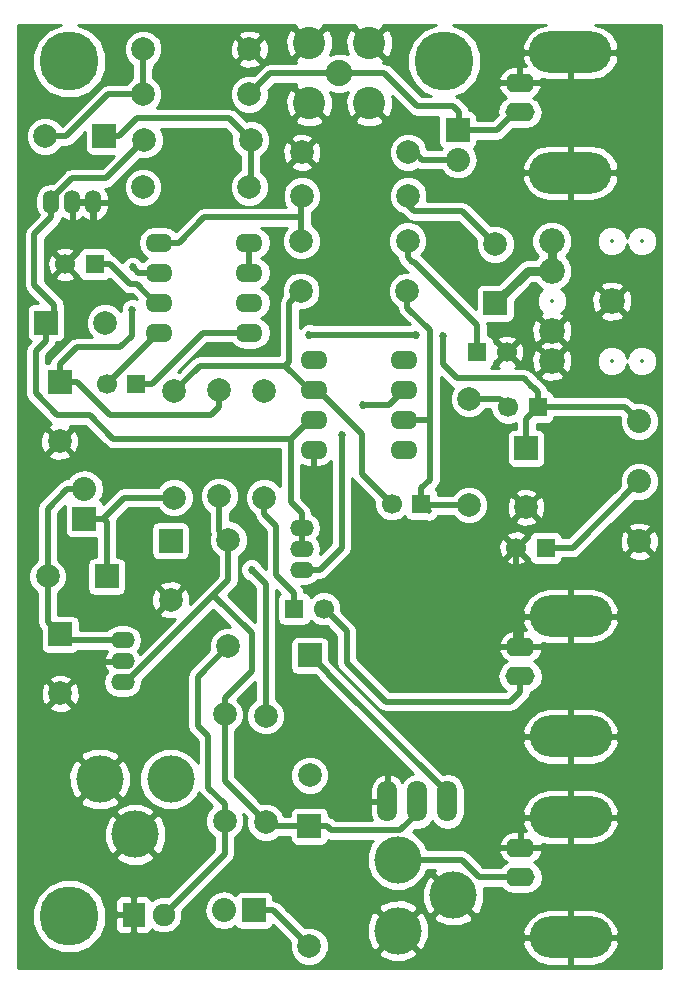
<source format=gtl>
%TF.GenerationSoftware,KiCad,Pcbnew,4.0.4+e1-6308~48~ubuntu16.04.1-stable*%
%TF.CreationDate,2016-12-26T15:21:58-08:00*%
%TF.ProjectId,e202var-vlf-radio-receiver,653230327661722D766C662D72616469,v1.3*%
%TF.FileFunction,Copper,L1,Top,Signal*%
%FSLAX46Y46*%
G04 Gerber Fmt 4.6, Leading zero omitted, Abs format (unit mm)*
G04 Created by KiCad (PCBNEW 4.0.4+e1-6308~48~ubuntu16.04.1-stable) date Mon Dec 26 15:21:58 2016*
%MOMM*%
%LPD*%
G01*
G04 APERTURE LIST*
%ADD10C,0.350000*%
%ADD11R,2.000000X2.000000*%
%ADD12C,2.000000*%
%ADD13C,1.998980*%
%ADD14R,2.032000X2.032000*%
%ADD15O,2.032000X2.032000*%
%ADD16R,1.600000X1.600000*%
%ADD17C,1.700000*%
%ADD18C,2.740000*%
%ADD19C,2.240000*%
%ADD20O,2.000000X1.400000*%
%ADD21O,1.400000X2.000000*%
%ADD22C,5.000000*%
%ADD23R,1.900000X2.000000*%
%ADD24C,1.900000*%
%ADD25O,2.300000X1.600000*%
%ADD26C,2.032000*%
%ADD27R,1.998980X1.998980*%
%ADD28O,7.000240X3.500120*%
%ADD29O,2.499360X1.600200*%
%ADD30C,4.000000*%
%ADD31C,2.184400*%
%ADD32O,1.699260X3.500120*%
%ADD33C,0.685800*%
%ADD34C,0.508000*%
%ADD35C,0.762000*%
%ADD36C,0.254000*%
%ADD37C,0.330200*%
%ADD38C,0.350000*%
G04 APERTURE END LIST*
D10*
D11*
X62674500Y-69089260D03*
D12*
X62674500Y-74089260D03*
D11*
X62674500Y-69089260D03*
D12*
X62674500Y-74089260D03*
D11*
X62674500Y-69089260D03*
D12*
X62674500Y-74089260D03*
D11*
X62674500Y-69089260D03*
D12*
X62674500Y-74089260D03*
D11*
X62674500Y-69089260D03*
D12*
X62674500Y-74089260D03*
D11*
X62674500Y-69089260D03*
D12*
X62674500Y-74089260D03*
D11*
X62674500Y-69089260D03*
D12*
X62674500Y-74089260D03*
D11*
X62674500Y-69089260D03*
D12*
X62674500Y-74089260D03*
D11*
X62674500Y-69089260D03*
D12*
X62674500Y-74089260D03*
D11*
X62674500Y-69089260D03*
D12*
X62674500Y-74089260D03*
D11*
X62674500Y-69089260D03*
D12*
X62674500Y-74089260D03*
D11*
X62674500Y-69089260D03*
D12*
X62674500Y-74089260D03*
D11*
X62674500Y-69089260D03*
D12*
X62674500Y-74089260D03*
D11*
X62674500Y-69089260D03*
D12*
X62674500Y-74089260D03*
D11*
X62674500Y-69089260D03*
D12*
X62674500Y-74089260D03*
D11*
X62674500Y-69089260D03*
D12*
X62674500Y-74089260D03*
D11*
X62674500Y-69089260D03*
D12*
X62674500Y-74089260D03*
D11*
X62674500Y-69089260D03*
D12*
X62674500Y-74089260D03*
D11*
X62674500Y-69089260D03*
D12*
X62674500Y-74089260D03*
D11*
X62674500Y-69089260D03*
D12*
X62674500Y-74089260D03*
D13*
X80137000Y-106345500D03*
X80137000Y-97345500D03*
X76962000Y-82423000D03*
X76962000Y-91423000D03*
D14*
X64770000Y-80645000D03*
D15*
X64770000Y-78105000D03*
D16*
X65644400Y-59108340D03*
D17*
X63144400Y-59108340D03*
D13*
X69855080Y-48559720D03*
X78855080Y-48559720D03*
D18*
X83820000Y-45466000D03*
X88900000Y-45466000D03*
X88900000Y-40386000D03*
X83820000Y-40386000D03*
D19*
X86360000Y-42926000D03*
D16*
X69175000Y-69215000D03*
D17*
X66675000Y-69215000D03*
D16*
X93305000Y-79375000D03*
D17*
X90805000Y-79375000D03*
D16*
X103147500Y-71183500D03*
D17*
X100647500Y-71183500D03*
D16*
X98044000Y-66548000D03*
D17*
X100544000Y-66548000D03*
D16*
X82550000Y-88265000D03*
D17*
X85050000Y-88265000D03*
D16*
X103822500Y-83121500D03*
D17*
X101322500Y-83121500D03*
D14*
X79128620Y-113792000D03*
D15*
X76588620Y-113792000D03*
D14*
X96398080Y-47721520D03*
D15*
X96398080Y-50261520D03*
D20*
X83185000Y-83185000D03*
X83185000Y-84963000D03*
X83185000Y-81407000D03*
D21*
X63754000Y-53848000D03*
X61976000Y-53848000D03*
X65532000Y-53848000D03*
D13*
X78740000Y-52578000D03*
X69740000Y-52578000D03*
X83133420Y-61351160D03*
X92133420Y-61351160D03*
X72390000Y-69850000D03*
X72390000Y-78850000D03*
X69755240Y-40886380D03*
X78755240Y-40886380D03*
X92192620Y-49629060D03*
X83192620Y-49629060D03*
X83149440Y-57111900D03*
X92149440Y-57111900D03*
X97345500Y-70485000D03*
X97345500Y-79485000D03*
X92192620Y-53294280D03*
X83192620Y-53294280D03*
X80010000Y-78850000D03*
X80010000Y-69850000D03*
X76644500Y-97218500D03*
X76644500Y-106218500D03*
X76200000Y-78740000D03*
X76200000Y-69740000D03*
D20*
X68008500Y-92710000D03*
X68008500Y-94488000D03*
X68008500Y-90932000D03*
D13*
X78740000Y-44704000D03*
X69740000Y-44704000D03*
D22*
X63500000Y-41910000D03*
X63500000Y-114300000D03*
X95250000Y-41910000D03*
D23*
X68961000Y-114173000D03*
D24*
X71501000Y-114173000D03*
D11*
X72072500Y-82503000D03*
D12*
X72072500Y-87503000D03*
D25*
X84190840Y-67200780D03*
X84190840Y-69740780D03*
X84190840Y-72280780D03*
X84190840Y-74820780D03*
X91810840Y-74820780D03*
X91810840Y-72280780D03*
X91810840Y-69740780D03*
X91810840Y-67200780D03*
X78745080Y-64886840D03*
X78745080Y-62346840D03*
X78745080Y-59806840D03*
X78745080Y-57266840D03*
X71125080Y-57266840D03*
X71125080Y-59806840D03*
X71125080Y-62346840D03*
X71125080Y-64886840D03*
D26*
X111760000Y-72390000D03*
X111760000Y-77470000D03*
X111760000Y-82550000D03*
D13*
X83855560Y-102374700D03*
D27*
X83855560Y-92214700D03*
D13*
X83820000Y-116840000D03*
D27*
X83820000Y-106680000D03*
D11*
X66658500Y-85534500D03*
D12*
X61658500Y-85534500D03*
D11*
X62687200Y-69089260D03*
D12*
X62687200Y-74089260D03*
D11*
X99568000Y-62404000D03*
D12*
X99568000Y-57404000D03*
D11*
X102171500Y-74676000D03*
D12*
X102171500Y-79676000D03*
D11*
X61528960Y-64053720D03*
D12*
X66528960Y-64053720D03*
D11*
X66468000Y-48260000D03*
D12*
X61468000Y-48260000D03*
D11*
X62738000Y-90440500D03*
D12*
X62738000Y-95440500D03*
D28*
X105943400Y-88882220D03*
X105943400Y-99080320D03*
D29*
X101678740Y-93980000D03*
X101678740Y-91480640D03*
D28*
X105918000Y-41148000D03*
X105918000Y-51346100D03*
D29*
X101653340Y-46245780D03*
X101653340Y-43746420D03*
D28*
X105943400Y-105900220D03*
X105943400Y-116098320D03*
D29*
X101678740Y-110998000D03*
X101678740Y-108498640D03*
D30*
X72072500Y-102679500D03*
X66073020Y-102679500D03*
X69072760Y-107378500D03*
X91313000Y-109522260D03*
X91313000Y-115521740D03*
X96012000Y-112522000D03*
D31*
X104360980Y-67292220D03*
X104360980Y-64752220D03*
X104360980Y-59672220D03*
X104360980Y-57132220D03*
X109440980Y-62212220D03*
D32*
X92964000Y-104584500D03*
X90424000Y-104584500D03*
X95504000Y-104584500D03*
D33*
X95123000Y-65151000D03*
X92837000Y-65087500D03*
X83820000Y-65087500D03*
X88392000Y-70993000D03*
X86550500Y-73596500D03*
X78930500Y-84963000D03*
X68823840Y-62938660D03*
X68869560Y-59367420D03*
D34*
X65532000Y-53848000D02*
X65532000Y-56720740D01*
X65532000Y-56720740D02*
X63144400Y-59108340D01*
X63754000Y-53848000D02*
X65532000Y-53848000D01*
X101322500Y-83121500D02*
X101322500Y-91124400D01*
X101322500Y-91124400D02*
X101678740Y-91480640D01*
X101678740Y-110998000D02*
X100281740Y-110998000D01*
X100281740Y-110998000D02*
X99822000Y-110998000D01*
X91313000Y-109522260D02*
X96724102Y-109522260D01*
X98199842Y-110998000D02*
X100281740Y-110998000D01*
X96724102Y-109522260D02*
X98199842Y-110998000D01*
X80518000Y-42926000D02*
X86360000Y-42926000D01*
X78740000Y-44704000D02*
X80518000Y-42926000D01*
X86360000Y-42926000D02*
X90170000Y-42926000D01*
X90170000Y-42926000D02*
X92964000Y-45720000D01*
X92964000Y-45720000D02*
X96012000Y-45720000D01*
X96012000Y-45720000D02*
X96520000Y-46228000D01*
X96520000Y-46228000D02*
X96520000Y-47752000D01*
X96520000Y-47752000D02*
X99697540Y-47752000D01*
X99697540Y-47752000D02*
X101203760Y-46245780D01*
X101203760Y-46245780D02*
X101653340Y-46245780D01*
X101678740Y-93980000D02*
X101678740Y-95288100D01*
X101678740Y-95288100D02*
X100827840Y-96139000D01*
X100827840Y-96139000D02*
X90297000Y-96139000D01*
X90297000Y-96139000D02*
X86995000Y-92837000D01*
X86995000Y-92837000D02*
X86995000Y-90170000D01*
X86995000Y-90170000D02*
X84945860Y-88120860D01*
X64770000Y-78105000D02*
X63333160Y-78105000D01*
X63333160Y-78105000D02*
X61658500Y-79779660D01*
X61658500Y-79779660D02*
X61658500Y-84120287D01*
X61658500Y-84120287D02*
X61658500Y-85534500D01*
X61658500Y-85534500D02*
X61658500Y-89361000D01*
X61658500Y-89361000D02*
X62738000Y-90440500D01*
X68008500Y-90932000D02*
X63229500Y-90932000D01*
X63229500Y-90932000D02*
X62738000Y-90440500D01*
X78855080Y-48559720D02*
X78855080Y-52462920D01*
X78855080Y-52462920D02*
X78740000Y-52578000D01*
X69200000Y-46736000D02*
X77031360Y-46736000D01*
X77031360Y-46736000D02*
X78855080Y-48559720D01*
X66468000Y-48260000D02*
X67676000Y-48260000D01*
X67676000Y-48260000D02*
X69200000Y-46736000D01*
X69740000Y-44704000D02*
X69740000Y-42514520D01*
X69755240Y-42499280D02*
X69740000Y-42514520D01*
X69740000Y-42514520D02*
X69740000Y-42274000D01*
X69755240Y-40886380D02*
X69755240Y-42499280D01*
X66802000Y-44704000D02*
X69740000Y-44704000D01*
X63246000Y-48260000D02*
X66802000Y-44704000D01*
X61468000Y-48260000D02*
X63246000Y-48260000D01*
X65214500Y-71882000D02*
X67221620Y-73889120D01*
X67221620Y-73889120D02*
X82232500Y-73889120D01*
X60642500Y-70040500D02*
X62484000Y-71882000D01*
X62484000Y-71882000D02*
X65214500Y-71882000D01*
X60642500Y-66448180D02*
X60642500Y-70040500D01*
X61528960Y-64053720D02*
X61528960Y-65561720D01*
X61528960Y-65561720D02*
X60642500Y-66448180D01*
X82232500Y-79246500D02*
X82232500Y-73889120D01*
X82232500Y-73889120D02*
X83840840Y-72280780D01*
X83840840Y-72280780D02*
X84190840Y-72280780D01*
X83185000Y-81407000D02*
X83185000Y-80199000D01*
X83185000Y-80199000D02*
X82232500Y-79246500D01*
X83185000Y-83185000D02*
X83185000Y-81407000D01*
X60540900Y-56572660D02*
X60540900Y-60865520D01*
X60540900Y-60865520D02*
X62221100Y-62545720D01*
X62221100Y-62545720D02*
X62221100Y-64053720D01*
X61976000Y-53629560D02*
X61976000Y-55137560D01*
X61976000Y-55137560D02*
X60540900Y-56572660D01*
X69855080Y-48559720D02*
X66598800Y-51816000D01*
X66598800Y-51816000D02*
X63754000Y-51816000D01*
X63754000Y-51816000D02*
X61976000Y-53594000D01*
X69175000Y-69215000D02*
X70483000Y-69215000D01*
X70483000Y-69215000D02*
X74811160Y-64886840D01*
X74811160Y-64886840D02*
X77087080Y-64886840D01*
X77087080Y-64886840D02*
X78745080Y-64886840D01*
X66675000Y-69215000D02*
X71003160Y-64886840D01*
X71003160Y-64886840D02*
X71125080Y-64886840D01*
X97345500Y-79485000D02*
X93415000Y-79485000D01*
X93415000Y-79485000D02*
X93305000Y-79375000D01*
X94043500Y-72263000D02*
X94043500Y-77328500D01*
X91810840Y-72280780D02*
X93468840Y-72280780D01*
X92133420Y-62764652D02*
X92133420Y-61351160D01*
X93468840Y-72280780D02*
X93486620Y-72263000D01*
X93486620Y-72263000D02*
X94043500Y-72263000D01*
X94043500Y-72263000D02*
X94043500Y-64674732D01*
X94043500Y-64674732D02*
X92133420Y-62764652D01*
X93305000Y-79375000D02*
X93305000Y-78067000D01*
X93305000Y-78067000D02*
X94043500Y-77328500D01*
X92160840Y-72280780D02*
X91810840Y-72280780D01*
X93940000Y-80010000D02*
X93305000Y-79375000D01*
X83133420Y-61351160D02*
X82133931Y-62350649D01*
X82133931Y-62350649D02*
X82133931Y-67348129D01*
X82133931Y-67348129D02*
X81791060Y-67691000D01*
X74549000Y-67691000D02*
X81791060Y-67691000D01*
X81791060Y-67691000D02*
X83840840Y-69740780D01*
X83840840Y-69740780D02*
X84190840Y-69740780D01*
X72390000Y-69850000D02*
X74549000Y-67691000D01*
X88265000Y-73464940D02*
X88265000Y-76835000D01*
X88265000Y-76835000D02*
X90805000Y-79375000D01*
X84190840Y-69740780D02*
X84540840Y-69740780D01*
X84540840Y-69740780D02*
X88265000Y-73464940D01*
X111760000Y-72390000D02*
X110553500Y-71183500D01*
X110553500Y-71183500D02*
X103147500Y-71183500D01*
X95123000Y-65151000D02*
X95123000Y-67564000D01*
X102776509Y-69502509D02*
X103147500Y-69873500D01*
X95123000Y-67564000D02*
X96329500Y-68770500D01*
X96329500Y-68770500D02*
X101981000Y-68770500D01*
X101981000Y-68770500D02*
X102713009Y-69502509D01*
X103147500Y-69873500D02*
X103147500Y-71183500D01*
X102713009Y-69502509D02*
X102776509Y-69502509D01*
X102171500Y-74676000D02*
X102171500Y-72159500D01*
X102171500Y-72159500D02*
X103147500Y-71183500D01*
X83820000Y-65087500D02*
X92837000Y-65087500D01*
X111506000Y-72136000D02*
X111760000Y-72390000D01*
X97345500Y-70485000D02*
X99949000Y-70485000D01*
X99949000Y-70485000D02*
X100647500Y-71183500D01*
X68610480Y-60766420D02*
X69194660Y-60766420D01*
X69194660Y-60766420D02*
X70775080Y-62346840D01*
X70775080Y-62346840D02*
X71125080Y-62346840D01*
X65644400Y-59108340D02*
X66952400Y-59108340D01*
X66952400Y-59108340D02*
X68610480Y-60766420D01*
D35*
X104360980Y-57132220D02*
X104360980Y-59672220D01*
X104360980Y-59672220D02*
X102299780Y-59672220D01*
X102299780Y-59672220D02*
X99568000Y-62404000D01*
D34*
X92192620Y-53294280D02*
X92192620Y-54092620D01*
X92192620Y-54092620D02*
X92710000Y-54610000D01*
X92710000Y-54610000D02*
X96774000Y-54610000D01*
X96774000Y-54610000D02*
X99568000Y-57404000D01*
X92149440Y-58525392D02*
X92149440Y-57111900D01*
X92552048Y-58928000D02*
X92149440Y-58525392D01*
X92710000Y-58928000D02*
X92552048Y-58928000D01*
X92710000Y-58928000D02*
X98044000Y-64262000D01*
X98044000Y-64262000D02*
X98044000Y-66548000D01*
X88392000Y-70993000D02*
X90558620Y-70993000D01*
X90558620Y-70993000D02*
X91810840Y-69740780D01*
X86550500Y-83105500D02*
X86550500Y-73596500D01*
X83185000Y-84963000D02*
X84693000Y-84963000D01*
X84693000Y-84963000D02*
X86550500Y-83105500D01*
X80137000Y-97345500D02*
X80137000Y-86169500D01*
X80137000Y-86169500D02*
X78930500Y-84963000D01*
X82550000Y-88265000D02*
X82550000Y-86957000D01*
X82550000Y-86957000D02*
X81026000Y-85433000D01*
X81026000Y-85433000D02*
X81026000Y-81279492D01*
X81026000Y-81279492D02*
X80010000Y-80263492D01*
X80010000Y-80263492D02*
X80010000Y-78850000D01*
X75471492Y-71882000D02*
X66987940Y-71882000D01*
X66987940Y-71882000D02*
X64195200Y-69089260D01*
X64195200Y-69089260D02*
X62687200Y-69089260D01*
X76200000Y-69740000D02*
X76200000Y-71153492D01*
X76200000Y-71153492D02*
X75471492Y-71882000D01*
X68823840Y-65133220D02*
X68823840Y-62938660D01*
X67825620Y-66131440D02*
X68823840Y-65133220D01*
X64137020Y-66131440D02*
X67825620Y-66131440D01*
X62687200Y-69089260D02*
X62687200Y-67581260D01*
X62687200Y-67581260D02*
X64137020Y-66131440D01*
X71125080Y-59806840D02*
X69308980Y-59806840D01*
X69308980Y-59806840D02*
X68869560Y-59367420D01*
X103822500Y-83121500D02*
X106108500Y-83121500D01*
X106108500Y-83121500D02*
X111760000Y-77470000D01*
X66658500Y-85534500D02*
X66658500Y-80946000D01*
X66658500Y-80946000D02*
X66357500Y-80645000D01*
X64770000Y-80645000D02*
X66357500Y-80645000D01*
X66357500Y-80645000D02*
X68152500Y-78850000D01*
X68152500Y-78850000D02*
X72390000Y-78850000D01*
X79128620Y-113792000D02*
X80772000Y-113792000D01*
X80772000Y-113792000D02*
X83820000Y-116840000D01*
X90631000Y-107033070D02*
X90694510Y-106969560D01*
X90694510Y-106969560D02*
X91542870Y-106969560D01*
X91542870Y-106969560D02*
X92900500Y-105611930D01*
X92900500Y-105611930D02*
X92900500Y-104711500D01*
X76200000Y-78740000D02*
X76200000Y-81661000D01*
X76200000Y-81661000D02*
X76962000Y-82423000D01*
X83820000Y-106680000D02*
X80471500Y-106680000D01*
X80471500Y-106680000D02*
X80137000Y-106345500D01*
X76962000Y-85834500D02*
X75692000Y-87104500D01*
X75692000Y-87104500D02*
X68308500Y-94488000D01*
X78930500Y-93519008D02*
X78930500Y-90343000D01*
X78930500Y-90343000D02*
X75692000Y-87104500D01*
X76644500Y-97218500D02*
X76644500Y-95805008D01*
X76644500Y-95805008D02*
X78930500Y-93519008D01*
X76644500Y-97218500D02*
X76644500Y-102853000D01*
X76644500Y-102853000D02*
X80137000Y-106345500D01*
X76962000Y-82423000D02*
X76962000Y-85834500D01*
X68308500Y-94488000D02*
X68008500Y-94488000D01*
X83820000Y-106680000D02*
X85327490Y-106680000D01*
X85327490Y-106680000D02*
X85680560Y-107033070D01*
X85680560Y-107033070D02*
X90631000Y-107033070D01*
X83896200Y-92214700D02*
X85407500Y-93726000D01*
X85407500Y-93726000D02*
X85407500Y-93778070D01*
X83855560Y-92214700D02*
X83896200Y-92214700D01*
X85407500Y-93778070D02*
X85396070Y-93778070D01*
X95440500Y-104711500D02*
X95440500Y-103811070D01*
X95440500Y-103811070D02*
X85407500Y-93778070D01*
X76644500Y-106218500D02*
X76644500Y-109029500D01*
X76644500Y-109029500D02*
X71501000Y-114173000D01*
X74358500Y-98171000D02*
X74358500Y-94026500D01*
X74358500Y-94026500D02*
X76962000Y-91423000D01*
X75247500Y-99060000D02*
X74358500Y-98171000D01*
X75247500Y-103408008D02*
X75247500Y-99060000D01*
X76644500Y-106218500D02*
X76644500Y-104805008D01*
X76644500Y-104805008D02*
X75247500Y-103408008D01*
X96415860Y-50269140D02*
X93406740Y-50269140D01*
X93406740Y-50269140D02*
X92853020Y-49715420D01*
X83149440Y-55115460D02*
X74934460Y-55115460D01*
X74934460Y-55115460D02*
X72783080Y-57266840D01*
X72783080Y-57266840D02*
X71125080Y-57266840D01*
X83149440Y-55115460D02*
X83149440Y-53337460D01*
X83149440Y-57111900D02*
X83149440Y-55115460D01*
X83794600Y-53337460D02*
X83837780Y-53294280D01*
X78745080Y-57266840D02*
X78745080Y-59806840D01*
D36*
G36*
X61726485Y-39250727D02*
X60843826Y-40131847D01*
X60365546Y-41283674D01*
X60364457Y-42530854D01*
X60840727Y-43683515D01*
X61721847Y-44566174D01*
X62873674Y-45044454D01*
X64120854Y-45045543D01*
X65273515Y-44569273D01*
X66156174Y-43688153D01*
X66634454Y-42536326D01*
X66635543Y-41289146D01*
X66159273Y-40136485D01*
X65278153Y-39253826D01*
X64212190Y-38811200D01*
X82652514Y-38811200D01*
X82579559Y-38965954D01*
X83820000Y-40206395D01*
X85060441Y-38965954D01*
X84987486Y-38811200D01*
X87732514Y-38811200D01*
X87659559Y-38965954D01*
X88900000Y-40206395D01*
X90140441Y-38965954D01*
X90067486Y-38811200D01*
X94540221Y-38811200D01*
X93476485Y-39250727D01*
X92593826Y-40131847D01*
X92115546Y-41283674D01*
X92114457Y-42530854D01*
X92590727Y-43683515D01*
X93471847Y-44566174D01*
X94109619Y-44831000D01*
X93332236Y-44831000D01*
X90798618Y-42297382D01*
X90614435Y-42174315D01*
X90510206Y-42104671D01*
X90170000Y-42037000D01*
X90031564Y-42037000D01*
X90140441Y-41806046D01*
X88900000Y-40565605D01*
X88885858Y-40579748D01*
X88706253Y-40400143D01*
X88720395Y-40386000D01*
X89079605Y-40386000D01*
X90320046Y-41626441D01*
X90625312Y-41482531D01*
X90913605Y-40738814D01*
X90895344Y-39941385D01*
X90625312Y-39289469D01*
X90320046Y-39145559D01*
X89079605Y-40386000D01*
X88720395Y-40386000D01*
X87479954Y-39145559D01*
X87174688Y-39289469D01*
X86886395Y-40033186D01*
X86904656Y-40830615D01*
X87115394Y-41339381D01*
X86710623Y-41171306D01*
X86012441Y-41170697D01*
X85600156Y-41341049D01*
X85833605Y-40738814D01*
X85815344Y-39941385D01*
X85545312Y-39289469D01*
X85240046Y-39145559D01*
X83999605Y-40386000D01*
X84013748Y-40400143D01*
X83834143Y-40579748D01*
X83820000Y-40565605D01*
X82579559Y-41806046D01*
X82688436Y-42037000D01*
X80518000Y-42037000D01*
X80177794Y-42104671D01*
X80073565Y-42174315D01*
X79889382Y-42297382D01*
X79102176Y-43084588D01*
X79066547Y-43069794D01*
X78416306Y-43069226D01*
X77815345Y-43317538D01*
X77355154Y-43776927D01*
X77105794Y-44377453D01*
X77105226Y-45027694D01*
X77353538Y-45628655D01*
X77812927Y-46088846D01*
X78413453Y-46338206D01*
X79063694Y-46338774D01*
X79664655Y-46090462D01*
X80124846Y-45631073D01*
X80339891Y-45113186D01*
X81806395Y-45113186D01*
X81824656Y-45910615D01*
X82094688Y-46562531D01*
X82399954Y-46706441D01*
X83640395Y-45466000D01*
X82399954Y-44225559D01*
X82094688Y-44369469D01*
X81806395Y-45113186D01*
X80339891Y-45113186D01*
X80374206Y-45030547D01*
X80374774Y-44380306D01*
X80359031Y-44342205D01*
X80886236Y-43815000D01*
X82688436Y-43815000D01*
X82579559Y-44045954D01*
X83820000Y-45286395D01*
X83834143Y-45272253D01*
X84013748Y-45451858D01*
X83999605Y-45466000D01*
X85240046Y-46706441D01*
X85545312Y-46562531D01*
X85833605Y-45818814D01*
X85815344Y-45021385D01*
X85604606Y-44512619D01*
X86009377Y-44680694D01*
X86707559Y-44681303D01*
X87119844Y-44510951D01*
X86886395Y-45113186D01*
X86904656Y-45910615D01*
X87174688Y-46562531D01*
X87479954Y-46706441D01*
X88720395Y-45466000D01*
X88706253Y-45451858D01*
X88885858Y-45272253D01*
X88900000Y-45286395D01*
X88914143Y-45272253D01*
X89093748Y-45451858D01*
X89079605Y-45466000D01*
X90320046Y-46706441D01*
X90625312Y-46562531D01*
X90913605Y-45818814D01*
X90895344Y-45021385D01*
X90815579Y-44828815D01*
X92335382Y-46348618D01*
X92623794Y-46541329D01*
X92964000Y-46609000D01*
X94754186Y-46609000D01*
X94734640Y-46705520D01*
X94734640Y-48737520D01*
X94778918Y-48972837D01*
X94917990Y-49188961D01*
X95066917Y-49290718D01*
X95007167Y-49380140D01*
X93827329Y-49380140D01*
X93827394Y-49305366D01*
X93579082Y-48704405D01*
X93119693Y-48244214D01*
X92519167Y-47994854D01*
X91868926Y-47994286D01*
X91267965Y-48242598D01*
X90807774Y-48701987D01*
X90558414Y-49302513D01*
X90557846Y-49952754D01*
X90806158Y-50553715D01*
X91265547Y-51013906D01*
X91866073Y-51263266D01*
X92516314Y-51263834D01*
X93016615Y-51057114D01*
X93066534Y-51090469D01*
X93406740Y-51158140D01*
X95017350Y-51158140D01*
X95198302Y-51428953D01*
X95733925Y-51786845D01*
X96365735Y-51912520D01*
X96430425Y-51912520D01*
X96774329Y-51844113D01*
X101835454Y-51844113D01*
X101915831Y-52141490D01*
X102391645Y-52942789D01*
X103137884Y-53501007D01*
X104040940Y-53731160D01*
X105791000Y-53731160D01*
X105791000Y-51473100D01*
X106045000Y-51473100D01*
X106045000Y-53731160D01*
X107795060Y-53731160D01*
X108698116Y-53501007D01*
X109444355Y-52942789D01*
X109920169Y-52141490D01*
X110000546Y-51844113D01*
X109890745Y-51473100D01*
X106045000Y-51473100D01*
X105791000Y-51473100D01*
X101945255Y-51473100D01*
X101835454Y-51844113D01*
X96774329Y-51844113D01*
X97062235Y-51786845D01*
X97597858Y-51428953D01*
X97955750Y-50893330D01*
X97964749Y-50848087D01*
X101835454Y-50848087D01*
X101945255Y-51219100D01*
X105791000Y-51219100D01*
X105791000Y-48961040D01*
X106045000Y-48961040D01*
X106045000Y-51219100D01*
X109890745Y-51219100D01*
X110000546Y-50848087D01*
X109920169Y-50550710D01*
X109444355Y-49749411D01*
X108698116Y-49191193D01*
X107795060Y-48961040D01*
X106045000Y-48961040D01*
X105791000Y-48961040D01*
X104040940Y-48961040D01*
X103137884Y-49191193D01*
X102391645Y-49749411D01*
X101915831Y-50550710D01*
X101835454Y-50848087D01*
X97964749Y-50848087D01*
X98081425Y-50261520D01*
X97955750Y-49629710D01*
X97728581Y-49289728D01*
X97865521Y-49201610D01*
X98010511Y-48989410D01*
X98061520Y-48737520D01*
X98061520Y-48641000D01*
X99697540Y-48641000D01*
X100037746Y-48573329D01*
X100326158Y-48380618D01*
X101049280Y-47657496D01*
X101166837Y-47680880D01*
X102139843Y-47680880D01*
X102689032Y-47571640D01*
X103154612Y-47260549D01*
X103465703Y-46794969D01*
X103574943Y-46245780D01*
X103465703Y-45696591D01*
X103154612Y-45231011D01*
X102803421Y-44996352D01*
X103207492Y-44671387D01*
X103477381Y-44178277D01*
X103494923Y-44095475D01*
X103372936Y-43873420D01*
X101780340Y-43873420D01*
X101780340Y-43893420D01*
X101526340Y-43893420D01*
X101526340Y-43873420D01*
X99933744Y-43873420D01*
X99811757Y-44095475D01*
X99829299Y-44178277D01*
X100099188Y-44671387D01*
X100503259Y-44996352D01*
X100152068Y-45231011D01*
X99840977Y-45696591D01*
X99731737Y-46245780D01*
X99767372Y-46424932D01*
X99329304Y-46863000D01*
X98061520Y-46863000D01*
X98061520Y-46705520D01*
X98017242Y-46470203D01*
X97878170Y-46254079D01*
X97665970Y-46109089D01*
X97414080Y-46058080D01*
X97375201Y-46058080D01*
X97341329Y-45887794D01*
X97148618Y-45599382D01*
X96640618Y-45091382D01*
X96570014Y-45044206D01*
X96352206Y-44898671D01*
X96267223Y-44881767D01*
X97023515Y-44569273D01*
X97906174Y-43688153D01*
X98026919Y-43397365D01*
X99811757Y-43397365D01*
X99933744Y-43619420D01*
X101526340Y-43619420D01*
X101526340Y-42311320D01*
X101780340Y-42311320D01*
X101780340Y-43619420D01*
X103372936Y-43619420D01*
X103494923Y-43397365D01*
X103494147Y-43393704D01*
X104040940Y-43533060D01*
X105791000Y-43533060D01*
X105791000Y-41275000D01*
X106045000Y-41275000D01*
X106045000Y-43533060D01*
X107795060Y-43533060D01*
X108698116Y-43302907D01*
X109444355Y-42744689D01*
X109920169Y-41943390D01*
X110000546Y-41646013D01*
X109890745Y-41275000D01*
X106045000Y-41275000D01*
X105791000Y-41275000D01*
X101945255Y-41275000D01*
X101835454Y-41646013D01*
X101915831Y-41943390D01*
X102134309Y-42311320D01*
X101780340Y-42311320D01*
X101526340Y-42311320D01*
X101076760Y-42311320D01*
X100537238Y-42469161D01*
X100099188Y-42821453D01*
X99829299Y-43314563D01*
X99811757Y-43397365D01*
X98026919Y-43397365D01*
X98384454Y-42536326D01*
X98385543Y-41289146D01*
X97909273Y-40136485D01*
X97028153Y-39253826D01*
X95962190Y-38811200D01*
X103851581Y-38811200D01*
X103137884Y-38993093D01*
X102391645Y-39551311D01*
X101915831Y-40352610D01*
X101835454Y-40649987D01*
X101945255Y-41021000D01*
X105791000Y-41021000D01*
X105791000Y-41001000D01*
X106045000Y-41001000D01*
X106045000Y-41021000D01*
X109890745Y-41021000D01*
X110000546Y-40649987D01*
X109920169Y-40352610D01*
X109444355Y-39551311D01*
X108698116Y-38993093D01*
X107984419Y-38811200D01*
X113588800Y-38811200D01*
X113588800Y-118668800D01*
X59131200Y-118668800D01*
X59131200Y-114920854D01*
X60364457Y-114920854D01*
X60840727Y-116073515D01*
X61721847Y-116956174D01*
X62873674Y-117434454D01*
X64120854Y-117435543D01*
X65273515Y-116959273D01*
X66156174Y-116078153D01*
X66634454Y-114926326D01*
X66634862Y-114458750D01*
X67376000Y-114458750D01*
X67376000Y-115299309D01*
X67472673Y-115532698D01*
X67651301Y-115711327D01*
X67884690Y-115808000D01*
X68675250Y-115808000D01*
X68834000Y-115649250D01*
X68834000Y-114300000D01*
X67534750Y-114300000D01*
X67376000Y-114458750D01*
X66634862Y-114458750D01*
X66635543Y-113679146D01*
X66374218Y-113046691D01*
X67376000Y-113046691D01*
X67376000Y-113887250D01*
X67534750Y-114046000D01*
X68834000Y-114046000D01*
X68834000Y-112696750D01*
X68675250Y-112538000D01*
X67884690Y-112538000D01*
X67651301Y-112634673D01*
X67472673Y-112813302D01*
X67376000Y-113046691D01*
X66374218Y-113046691D01*
X66159273Y-112526485D01*
X65278153Y-111643826D01*
X64126326Y-111165546D01*
X62879146Y-111164457D01*
X61726485Y-111640727D01*
X60843826Y-112521847D01*
X60365546Y-113673674D01*
X60364457Y-114920854D01*
X59131200Y-114920854D01*
X59131200Y-109253522D01*
X67377344Y-109253522D01*
X67598113Y-109624243D01*
X68569772Y-110017619D01*
X69618007Y-110009213D01*
X70547407Y-109624243D01*
X70768176Y-109253522D01*
X69072760Y-107558105D01*
X67377344Y-109253522D01*
X59131200Y-109253522D01*
X59131200Y-106875512D01*
X66433641Y-106875512D01*
X66442047Y-107923747D01*
X66827017Y-108853147D01*
X67197738Y-109073916D01*
X68893155Y-107378500D01*
X69252365Y-107378500D01*
X70947782Y-109073916D01*
X71318503Y-108853147D01*
X71711879Y-107881488D01*
X71703473Y-106833253D01*
X71318503Y-105903853D01*
X70947782Y-105683084D01*
X69252365Y-107378500D01*
X68893155Y-107378500D01*
X67197738Y-105683084D01*
X66827017Y-105903853D01*
X66433641Y-106875512D01*
X59131200Y-106875512D01*
X59131200Y-105503478D01*
X67377344Y-105503478D01*
X69072760Y-107198895D01*
X70768176Y-105503478D01*
X70547407Y-105132757D01*
X69575748Y-104739381D01*
X68527513Y-104747787D01*
X67598113Y-105132757D01*
X67377344Y-105503478D01*
X59131200Y-105503478D01*
X59131200Y-104554522D01*
X64377604Y-104554522D01*
X64598373Y-104925243D01*
X65570032Y-105318619D01*
X66618267Y-105310213D01*
X67547667Y-104925243D01*
X67768436Y-104554522D01*
X66073020Y-102859105D01*
X64377604Y-104554522D01*
X59131200Y-104554522D01*
X59131200Y-102176512D01*
X63433901Y-102176512D01*
X63442307Y-103224747D01*
X63827277Y-104154147D01*
X64197998Y-104374916D01*
X65893415Y-102679500D01*
X66252625Y-102679500D01*
X67948042Y-104374916D01*
X68318763Y-104154147D01*
X68712139Y-103182488D01*
X68703733Y-102134253D01*
X68318763Y-101204853D01*
X67948042Y-100984084D01*
X66252625Y-102679500D01*
X65893415Y-102679500D01*
X64197998Y-100984084D01*
X63827277Y-101204853D01*
X63433901Y-102176512D01*
X59131200Y-102176512D01*
X59131200Y-100804478D01*
X64377604Y-100804478D01*
X66073020Y-102499895D01*
X67768436Y-100804478D01*
X67547667Y-100433757D01*
X66576008Y-100040381D01*
X65527773Y-100048787D01*
X64598373Y-100433757D01*
X64377604Y-100804478D01*
X59131200Y-100804478D01*
X59131200Y-96593032D01*
X61765073Y-96593032D01*
X61863736Y-96859887D01*
X62473461Y-97086408D01*
X63123460Y-97062356D01*
X63612264Y-96859887D01*
X63710927Y-96593032D01*
X62738000Y-95620105D01*
X61765073Y-96593032D01*
X59131200Y-96593032D01*
X59131200Y-95175961D01*
X61092092Y-95175961D01*
X61116144Y-95825960D01*
X61318613Y-96314764D01*
X61585468Y-96413427D01*
X62558395Y-95440500D01*
X62917605Y-95440500D01*
X63890532Y-96413427D01*
X64157387Y-96314764D01*
X64383908Y-95705039D01*
X64359856Y-95055040D01*
X64157387Y-94566236D01*
X63890532Y-94467573D01*
X62917605Y-95440500D01*
X62558395Y-95440500D01*
X61585468Y-94467573D01*
X61318613Y-94566236D01*
X61092092Y-95175961D01*
X59131200Y-95175961D01*
X59131200Y-94287968D01*
X61765073Y-94287968D01*
X62738000Y-95260895D01*
X63710927Y-94287968D01*
X63612264Y-94021113D01*
X63002539Y-93794592D01*
X62352540Y-93818644D01*
X61863736Y-94021113D01*
X61765073Y-94287968D01*
X59131200Y-94287968D01*
X59131200Y-75241792D01*
X61701573Y-75241792D01*
X61800236Y-75508647D01*
X62409961Y-75735168D01*
X62421511Y-75734741D01*
X62422661Y-75735168D01*
X63072660Y-75711116D01*
X63561464Y-75508647D01*
X63660127Y-75241792D01*
X62687200Y-74268865D01*
X62680850Y-74275215D01*
X62674500Y-74268865D01*
X61701573Y-75241792D01*
X59131200Y-75241792D01*
X59131200Y-73824721D01*
X61028592Y-73824721D01*
X61052644Y-74474720D01*
X61255113Y-74963524D01*
X61521968Y-75062187D01*
X61525396Y-75058759D01*
X61534668Y-75062187D01*
X62507595Y-74089260D01*
X62854105Y-74089260D01*
X63827032Y-75062187D01*
X63836304Y-75058759D01*
X63839732Y-75062187D01*
X64106587Y-74963524D01*
X64333108Y-74353799D01*
X64309056Y-73703800D01*
X64106587Y-73214996D01*
X63839732Y-73116333D01*
X63836304Y-73119761D01*
X63827032Y-73116333D01*
X62854105Y-74089260D01*
X62507595Y-74089260D01*
X61534668Y-73116333D01*
X61525396Y-73119761D01*
X61521968Y-73116333D01*
X61255113Y-73214996D01*
X61028592Y-73824721D01*
X59131200Y-73824721D01*
X59131200Y-56572660D01*
X59651900Y-56572660D01*
X59651900Y-60865520D01*
X59719571Y-61205726D01*
X59890574Y-61461649D01*
X59912282Y-61494138D01*
X60824424Y-62406280D01*
X60528960Y-62406280D01*
X60293643Y-62450558D01*
X60077519Y-62589630D01*
X59932529Y-62801830D01*
X59881520Y-63053720D01*
X59881520Y-65053720D01*
X59925798Y-65289037D01*
X60064870Y-65505161D01*
X60221359Y-65612085D01*
X60013882Y-65819562D01*
X59821171Y-66107974D01*
X59753500Y-66448180D01*
X59753500Y-70040500D01*
X59821171Y-70380706D01*
X59975337Y-70611431D01*
X60013882Y-70669118D01*
X61855382Y-72510618D01*
X61981411Y-72594828D01*
X61800236Y-72669873D01*
X61701573Y-72936728D01*
X62674500Y-73909655D01*
X62680850Y-73903305D01*
X62687200Y-73909655D01*
X63660127Y-72936728D01*
X63598853Y-72771000D01*
X64846264Y-72771000D01*
X66593002Y-74517738D01*
X66881414Y-74710449D01*
X67221620Y-74778120D01*
X81343500Y-74778120D01*
X81343500Y-77872291D01*
X80937073Y-77465154D01*
X80336547Y-77215794D01*
X79686306Y-77215226D01*
X79085345Y-77463538D01*
X78625154Y-77922927D01*
X78375794Y-78523453D01*
X78375226Y-79173694D01*
X78623538Y-79774655D01*
X79082927Y-80234846D01*
X79121000Y-80250655D01*
X79121000Y-80263492D01*
X79188671Y-80603698D01*
X79366506Y-80869846D01*
X79381382Y-80892110D01*
X80137000Y-81647728D01*
X80137000Y-84912264D01*
X79848363Y-84623627D01*
X79760007Y-84409788D01*
X79485159Y-84134460D01*
X79125870Y-83985270D01*
X78736837Y-83984931D01*
X78377288Y-84133493D01*
X78101960Y-84408341D01*
X77952770Y-84767630D01*
X77952431Y-85156663D01*
X78100993Y-85516212D01*
X78375841Y-85791540D01*
X78591250Y-85880986D01*
X79248000Y-86537736D01*
X79248000Y-89403264D01*
X76949236Y-87104500D01*
X77590618Y-86463118D01*
X77700946Y-86298000D01*
X77783329Y-86174706D01*
X77851000Y-85834500D01*
X77851000Y-83824194D01*
X77886655Y-83809462D01*
X78346846Y-83350073D01*
X78596206Y-82749547D01*
X78596774Y-82099306D01*
X78348462Y-81498345D01*
X77889073Y-81038154D01*
X77288547Y-80788794D01*
X77089000Y-80788620D01*
X77089000Y-80141194D01*
X77124655Y-80126462D01*
X77584846Y-79667073D01*
X77834206Y-79066547D01*
X77834774Y-78416306D01*
X77586462Y-77815345D01*
X77127073Y-77355154D01*
X76526547Y-77105794D01*
X75876306Y-77105226D01*
X75275345Y-77353538D01*
X74815154Y-77812927D01*
X74565794Y-78413453D01*
X74565226Y-79063694D01*
X74813538Y-79664655D01*
X75272927Y-80124846D01*
X75311000Y-80140655D01*
X75311000Y-81661000D01*
X75375002Y-81982763D01*
X75327794Y-82096453D01*
X75327226Y-82746694D01*
X75575538Y-83347655D01*
X76034927Y-83807846D01*
X76073000Y-83823655D01*
X76073000Y-85466264D01*
X73686891Y-87852373D01*
X73718408Y-87767539D01*
X73694356Y-87117540D01*
X73491887Y-86628736D01*
X73225032Y-86530073D01*
X72252105Y-87503000D01*
X72266248Y-87517143D01*
X72086643Y-87696748D01*
X72072500Y-87682605D01*
X71099573Y-88655532D01*
X71198236Y-88922387D01*
X71807961Y-89148908D01*
X72412735Y-89126529D01*
X69461744Y-92077520D01*
X69342290Y-91855815D01*
X69313616Y-91832442D01*
X69573911Y-91442882D01*
X69675532Y-90932000D01*
X69573911Y-90421118D01*
X69284520Y-89988012D01*
X68851414Y-89698621D01*
X68340532Y-89597000D01*
X67676468Y-89597000D01*
X67165586Y-89698621D01*
X66732480Y-89988012D01*
X66695738Y-90043000D01*
X64385440Y-90043000D01*
X64385440Y-89440500D01*
X64341162Y-89205183D01*
X64202090Y-88989059D01*
X63989890Y-88844069D01*
X63738000Y-88793060D01*
X62547500Y-88793060D01*
X62547500Y-87238461D01*
X70426592Y-87238461D01*
X70450644Y-87888460D01*
X70653113Y-88377264D01*
X70919968Y-88475927D01*
X71892895Y-87503000D01*
X70919968Y-86530073D01*
X70653113Y-86628736D01*
X70426592Y-87238461D01*
X62547500Y-87238461D01*
X62547500Y-86936245D01*
X62583443Y-86921394D01*
X63043778Y-86461863D01*
X63293216Y-85861148D01*
X63293784Y-85210705D01*
X63045394Y-84609557D01*
X62585863Y-84149222D01*
X62547500Y-84133292D01*
X62547500Y-80147896D01*
X63116759Y-79578637D01*
X63106560Y-79629000D01*
X63106560Y-81661000D01*
X63150838Y-81896317D01*
X63289910Y-82112441D01*
X63502110Y-82257431D01*
X63754000Y-82308440D01*
X65769500Y-82308440D01*
X65769500Y-83887060D01*
X65658500Y-83887060D01*
X65423183Y-83931338D01*
X65207059Y-84070410D01*
X65062069Y-84282610D01*
X65011060Y-84534500D01*
X65011060Y-86534500D01*
X65055338Y-86769817D01*
X65194410Y-86985941D01*
X65406610Y-87130931D01*
X65658500Y-87181940D01*
X67658500Y-87181940D01*
X67893817Y-87137662D01*
X68109941Y-86998590D01*
X68254931Y-86786390D01*
X68305940Y-86534500D01*
X68305940Y-86350468D01*
X71099573Y-86350468D01*
X72072500Y-87323395D01*
X73045427Y-86350468D01*
X72946764Y-86083613D01*
X72337039Y-85857092D01*
X71687040Y-85881144D01*
X71198236Y-86083613D01*
X71099573Y-86350468D01*
X68305940Y-86350468D01*
X68305940Y-84534500D01*
X68261662Y-84299183D01*
X68122590Y-84083059D01*
X67910390Y-83938069D01*
X67658500Y-83887060D01*
X67547500Y-83887060D01*
X67547500Y-81503000D01*
X70425060Y-81503000D01*
X70425060Y-83503000D01*
X70469338Y-83738317D01*
X70608410Y-83954441D01*
X70820610Y-84099431D01*
X71072500Y-84150440D01*
X73072500Y-84150440D01*
X73307817Y-84106162D01*
X73523941Y-83967090D01*
X73668931Y-83754890D01*
X73719940Y-83503000D01*
X73719940Y-81503000D01*
X73675662Y-81267683D01*
X73536590Y-81051559D01*
X73324390Y-80906569D01*
X73072500Y-80855560D01*
X71072500Y-80855560D01*
X70837183Y-80899838D01*
X70621059Y-81038910D01*
X70476069Y-81251110D01*
X70425060Y-81503000D01*
X67547500Y-81503000D01*
X67547500Y-80946000D01*
X67508716Y-80751020D01*
X68520736Y-79739000D01*
X70988806Y-79739000D01*
X71003538Y-79774655D01*
X71462927Y-80234846D01*
X72063453Y-80484206D01*
X72713694Y-80484774D01*
X73314655Y-80236462D01*
X73774846Y-79777073D01*
X74024206Y-79176547D01*
X74024774Y-78526306D01*
X73776462Y-77925345D01*
X73317073Y-77465154D01*
X72716547Y-77215794D01*
X72066306Y-77215226D01*
X71465345Y-77463538D01*
X71005154Y-77922927D01*
X70989345Y-77961000D01*
X68152500Y-77961000D01*
X67812294Y-78028671D01*
X67523882Y-78221382D01*
X66374448Y-79370816D01*
X66250090Y-79177559D01*
X66101163Y-79075802D01*
X66327670Y-78736810D01*
X66453345Y-78105000D01*
X66327670Y-77473190D01*
X65969778Y-76937567D01*
X65434155Y-76579675D01*
X64802345Y-76454000D01*
X64737655Y-76454000D01*
X64105845Y-76579675D01*
X63570222Y-76937567D01*
X63384179Y-77216000D01*
X63333160Y-77216000D01*
X62992954Y-77283671D01*
X62761413Y-77438382D01*
X62704542Y-77476382D01*
X61029882Y-79151042D01*
X60837171Y-79439454D01*
X60769500Y-79779660D01*
X60769500Y-84132755D01*
X60733557Y-84147606D01*
X60273222Y-84607137D01*
X60023784Y-85207852D01*
X60023216Y-85858295D01*
X60271606Y-86459443D01*
X60731137Y-86919778D01*
X60769500Y-86935708D01*
X60769500Y-89361000D01*
X60837171Y-89701206D01*
X60923091Y-89829794D01*
X61029882Y-89989618D01*
X61090560Y-90050296D01*
X61090560Y-91440500D01*
X61134838Y-91675817D01*
X61273910Y-91891941D01*
X61486110Y-92036931D01*
X61738000Y-92087940D01*
X63738000Y-92087940D01*
X63973317Y-92043662D01*
X64189441Y-91904590D01*
X64246556Y-91821000D01*
X66695738Y-91821000D01*
X66703384Y-91832442D01*
X66674710Y-91855815D01*
X66426520Y-92316450D01*
X66415784Y-92376671D01*
X66539126Y-92583000D01*
X67881500Y-92583000D01*
X67881500Y-92563000D01*
X68135500Y-92563000D01*
X68135500Y-92583000D01*
X68155500Y-92583000D01*
X68155500Y-92837000D01*
X68135500Y-92837000D01*
X68135500Y-92857000D01*
X67881500Y-92857000D01*
X67881500Y-92837000D01*
X66539126Y-92837000D01*
X66415784Y-93043329D01*
X66426520Y-93103550D01*
X66674710Y-93564185D01*
X66703384Y-93587558D01*
X66443089Y-93977118D01*
X66341468Y-94488000D01*
X66443089Y-94998882D01*
X66732480Y-95431988D01*
X67165586Y-95721379D01*
X67676468Y-95823000D01*
X68340532Y-95823000D01*
X68851414Y-95721379D01*
X69284520Y-95431988D01*
X69573911Y-94998882D01*
X69675532Y-94488000D01*
X69657316Y-94396420D01*
X75692000Y-88361736D01*
X77118910Y-89788646D01*
X76638306Y-89788226D01*
X76037345Y-90036538D01*
X75577154Y-90495927D01*
X75327794Y-91096453D01*
X75327226Y-91746694D01*
X75342969Y-91784795D01*
X73729882Y-93397882D01*
X73537171Y-93686294D01*
X73469500Y-94026500D01*
X73469500Y-98171000D01*
X73537171Y-98511206D01*
X73599817Y-98604962D01*
X73729882Y-98799618D01*
X74358500Y-99428236D01*
X74358500Y-101311916D01*
X74307647Y-101188842D01*
X73567057Y-100446958D01*
X72598933Y-100044958D01*
X71550666Y-100044043D01*
X70581842Y-100444353D01*
X69839958Y-101184943D01*
X69437958Y-102153067D01*
X69437043Y-103201334D01*
X69837353Y-104170158D01*
X70577943Y-104912042D01*
X71546067Y-105314042D01*
X72594334Y-105314957D01*
X73563158Y-104914647D01*
X74305042Y-104174057D01*
X74460521Y-103799622D01*
X74521024Y-103890171D01*
X74618882Y-104036626D01*
X75566936Y-104984680D01*
X75259654Y-105291427D01*
X75010294Y-105891953D01*
X75009726Y-106542194D01*
X75258038Y-107143155D01*
X75717427Y-107603346D01*
X75755500Y-107619155D01*
X75755500Y-108661264D01*
X71825311Y-112591453D01*
X71817659Y-112588276D01*
X71187107Y-112587725D01*
X70604343Y-112828519D01*
X70499133Y-112933545D01*
X70449327Y-112813302D01*
X70270699Y-112634673D01*
X70037310Y-112538000D01*
X69246750Y-112538000D01*
X69088000Y-112696750D01*
X69088000Y-114046000D01*
X69108000Y-114046000D01*
X69108000Y-114300000D01*
X69088000Y-114300000D01*
X69088000Y-115649250D01*
X69246750Y-115808000D01*
X70037310Y-115808000D01*
X70270699Y-115711327D01*
X70449327Y-115532698D01*
X70499012Y-115412749D01*
X70601997Y-115515914D01*
X71184341Y-115757724D01*
X71814893Y-115758275D01*
X72397657Y-115517481D01*
X72843914Y-115072003D01*
X73085724Y-114489659D01*
X73086275Y-113859107D01*
X73082139Y-113849097D01*
X73171581Y-113759655D01*
X74937620Y-113759655D01*
X74937620Y-113824345D01*
X75063295Y-114456155D01*
X75421187Y-114991778D01*
X75956810Y-115349670D01*
X76588620Y-115475345D01*
X77220430Y-115349670D01*
X77560412Y-115122501D01*
X77648530Y-115259441D01*
X77860730Y-115404431D01*
X78112620Y-115455440D01*
X80144620Y-115455440D01*
X80379937Y-115411162D01*
X80596061Y-115272090D01*
X80741051Y-115059890D01*
X80748057Y-115025293D01*
X82200588Y-116477824D01*
X82185794Y-116513453D01*
X82185226Y-117163694D01*
X82433538Y-117764655D01*
X82892927Y-118224846D01*
X83493453Y-118474206D01*
X84143694Y-118474774D01*
X84744655Y-118226462D01*
X85204846Y-117767073D01*
X85358612Y-117396762D01*
X89617584Y-117396762D01*
X89838353Y-117767483D01*
X90810012Y-118160859D01*
X91858247Y-118152453D01*
X92787647Y-117767483D01*
X93008416Y-117396762D01*
X91313000Y-115701345D01*
X89617584Y-117396762D01*
X85358612Y-117396762D01*
X85454206Y-117166547D01*
X85454774Y-116516306D01*
X85206462Y-115915345D01*
X84747073Y-115455154D01*
X84146547Y-115205794D01*
X83496306Y-115205226D01*
X83458205Y-115220969D01*
X83255988Y-115018752D01*
X88673881Y-115018752D01*
X88682287Y-116066987D01*
X89067257Y-116996387D01*
X89437978Y-117217156D01*
X91133395Y-115521740D01*
X91492605Y-115521740D01*
X93188022Y-117217156D01*
X93558743Y-116996387D01*
X93720704Y-116596333D01*
X101860854Y-116596333D01*
X101941231Y-116893710D01*
X102417045Y-117695009D01*
X103163284Y-118253227D01*
X104066340Y-118483380D01*
X105816400Y-118483380D01*
X105816400Y-116225320D01*
X106070400Y-116225320D01*
X106070400Y-118483380D01*
X107820460Y-118483380D01*
X108723516Y-118253227D01*
X109469755Y-117695009D01*
X109945569Y-116893710D01*
X110025946Y-116596333D01*
X109916145Y-116225320D01*
X106070400Y-116225320D01*
X105816400Y-116225320D01*
X101970655Y-116225320D01*
X101860854Y-116596333D01*
X93720704Y-116596333D01*
X93952119Y-116024728D01*
X93948716Y-115600307D01*
X101860854Y-115600307D01*
X101970655Y-115971320D01*
X105816400Y-115971320D01*
X105816400Y-113713260D01*
X106070400Y-113713260D01*
X106070400Y-115971320D01*
X109916145Y-115971320D01*
X110025946Y-115600307D01*
X109945569Y-115302930D01*
X109469755Y-114501631D01*
X108723516Y-113943413D01*
X107820460Y-113713260D01*
X106070400Y-113713260D01*
X105816400Y-113713260D01*
X104066340Y-113713260D01*
X103163284Y-113943413D01*
X102417045Y-114501631D01*
X101941231Y-115302930D01*
X101860854Y-115600307D01*
X93948716Y-115600307D01*
X93943713Y-114976493D01*
X93703689Y-114397022D01*
X94316584Y-114397022D01*
X94537353Y-114767743D01*
X95509012Y-115161119D01*
X96557247Y-115152713D01*
X97486647Y-114767743D01*
X97707416Y-114397022D01*
X96012000Y-112701605D01*
X94316584Y-114397022D01*
X93703689Y-114397022D01*
X93558743Y-114047093D01*
X93188022Y-113826324D01*
X91492605Y-115521740D01*
X91133395Y-115521740D01*
X89437978Y-113826324D01*
X89067257Y-114047093D01*
X88673881Y-115018752D01*
X83255988Y-115018752D01*
X81883954Y-113646718D01*
X89617584Y-113646718D01*
X91313000Y-115342135D01*
X93008416Y-113646718D01*
X92787647Y-113275997D01*
X91815988Y-112882621D01*
X90767753Y-112891027D01*
X89838353Y-113275997D01*
X89617584Y-113646718D01*
X81883954Y-113646718D01*
X81400618Y-113163382D01*
X81256742Y-113067247D01*
X81112206Y-112970671D01*
X80792060Y-112906990D01*
X80792060Y-112776000D01*
X80747782Y-112540683D01*
X80608710Y-112324559D01*
X80396510Y-112179569D01*
X80144620Y-112128560D01*
X78112620Y-112128560D01*
X77877303Y-112172838D01*
X77661179Y-112311910D01*
X77559422Y-112460837D01*
X77220430Y-112234330D01*
X76588620Y-112108655D01*
X75956810Y-112234330D01*
X75421187Y-112592222D01*
X75063295Y-113127845D01*
X74937620Y-113759655D01*
X73171581Y-113759655D01*
X77273118Y-109658118D01*
X77465829Y-109369706D01*
X77533500Y-109029500D01*
X77533500Y-107619694D01*
X77569155Y-107604962D01*
X78029346Y-107145573D01*
X78278706Y-106545047D01*
X78279274Y-105894806D01*
X78173798Y-105639534D01*
X78517588Y-105983324D01*
X78502794Y-106018953D01*
X78502226Y-106669194D01*
X78750538Y-107270155D01*
X79209927Y-107730346D01*
X79810453Y-107979706D01*
X80460694Y-107980274D01*
X81061655Y-107731962D01*
X81224901Y-107569000D01*
X82173070Y-107569000D01*
X82173070Y-107679490D01*
X82217348Y-107914807D01*
X82356420Y-108130931D01*
X82568620Y-108275921D01*
X82820510Y-108326930D01*
X84819490Y-108326930D01*
X85054807Y-108282652D01*
X85270931Y-108143580D01*
X85415921Y-107931380D01*
X85427980Y-107871829D01*
X85680560Y-107922070D01*
X89186276Y-107922070D01*
X89080458Y-108027703D01*
X88678458Y-108995827D01*
X88677543Y-110044094D01*
X89077853Y-111012918D01*
X89818443Y-111754802D01*
X90786567Y-112156802D01*
X91834834Y-112157717D01*
X92170525Y-112019012D01*
X93372881Y-112019012D01*
X93381287Y-113067247D01*
X93766257Y-113996647D01*
X94136978Y-114217416D01*
X95832395Y-112522000D01*
X94136978Y-110826584D01*
X93766257Y-111047353D01*
X93372881Y-112019012D01*
X92170525Y-112019012D01*
X92803658Y-111757407D01*
X93545542Y-111016817D01*
X93796991Y-110411260D01*
X94456957Y-110411260D01*
X94316584Y-110646978D01*
X96012000Y-112342395D01*
X96026142Y-112328252D01*
X96205748Y-112507858D01*
X96191605Y-112522000D01*
X97887022Y-114217416D01*
X98257743Y-113996647D01*
X98651119Y-113024988D01*
X98642713Y-111976753D01*
X98605536Y-111887000D01*
X100093432Y-111887000D01*
X100177468Y-112012769D01*
X100643048Y-112323860D01*
X101192237Y-112433100D01*
X102165243Y-112433100D01*
X102714432Y-112323860D01*
X103180012Y-112012769D01*
X103491103Y-111547189D01*
X103600343Y-110998000D01*
X103491103Y-110448811D01*
X103180012Y-109983231D01*
X102828821Y-109748572D01*
X103232892Y-109423607D01*
X103502781Y-108930497D01*
X103520323Y-108847695D01*
X103398336Y-108625640D01*
X101805740Y-108625640D01*
X101805740Y-108645640D01*
X101551740Y-108645640D01*
X101551740Y-108625640D01*
X99959144Y-108625640D01*
X99837157Y-108847695D01*
X99854699Y-108930497D01*
X100124588Y-109423607D01*
X100528659Y-109748572D01*
X100177468Y-109983231D01*
X100093432Y-110109000D01*
X98568078Y-110109000D01*
X97352720Y-108893642D01*
X97292115Y-108853147D01*
X97064308Y-108700931D01*
X96724102Y-108633260D01*
X93796747Y-108633260D01*
X93596897Y-108149585D01*
X99837157Y-108149585D01*
X99959144Y-108371640D01*
X101551740Y-108371640D01*
X101551740Y-107063540D01*
X101805740Y-107063540D01*
X101805740Y-108371640D01*
X103398336Y-108371640D01*
X103520323Y-108149585D01*
X103519547Y-108145924D01*
X104066340Y-108285280D01*
X105816400Y-108285280D01*
X105816400Y-106027220D01*
X106070400Y-106027220D01*
X106070400Y-108285280D01*
X107820460Y-108285280D01*
X108723516Y-108055127D01*
X109469755Y-107496909D01*
X109945569Y-106695610D01*
X110025946Y-106398233D01*
X109916145Y-106027220D01*
X106070400Y-106027220D01*
X105816400Y-106027220D01*
X101970655Y-106027220D01*
X101860854Y-106398233D01*
X101941231Y-106695610D01*
X102159709Y-107063540D01*
X101805740Y-107063540D01*
X101551740Y-107063540D01*
X101102160Y-107063540D01*
X100562638Y-107221381D01*
X100124588Y-107573673D01*
X99854699Y-108066783D01*
X99837157Y-108149585D01*
X93596897Y-108149585D01*
X93548147Y-108031602D01*
X92807557Y-107289718D01*
X92576070Y-107193596D01*
X92788324Y-106981342D01*
X92964000Y-107016286D01*
X93532143Y-106903275D01*
X94013792Y-106581448D01*
X94234000Y-106251883D01*
X94454208Y-106581448D01*
X94935857Y-106903275D01*
X95504000Y-107016286D01*
X96072143Y-106903275D01*
X96553792Y-106581448D01*
X96875619Y-106099799D01*
X96988630Y-105531656D01*
X96988630Y-105402207D01*
X101860854Y-105402207D01*
X101970655Y-105773220D01*
X105816400Y-105773220D01*
X105816400Y-103515160D01*
X106070400Y-103515160D01*
X106070400Y-105773220D01*
X109916145Y-105773220D01*
X110025946Y-105402207D01*
X109945569Y-105104830D01*
X109469755Y-104303531D01*
X108723516Y-103745313D01*
X107820460Y-103515160D01*
X106070400Y-103515160D01*
X105816400Y-103515160D01*
X104066340Y-103515160D01*
X103163284Y-103745313D01*
X102417045Y-104303531D01*
X101941231Y-105104830D01*
X101860854Y-105402207D01*
X96988630Y-105402207D01*
X96988630Y-103637344D01*
X96875619Y-103069201D01*
X96553792Y-102587552D01*
X96072143Y-102265725D01*
X95504000Y-102152714D01*
X95116466Y-102229800D01*
X92464999Y-99578333D01*
X101860854Y-99578333D01*
X101941231Y-99875710D01*
X102417045Y-100677009D01*
X103163284Y-101235227D01*
X104066340Y-101465380D01*
X105816400Y-101465380D01*
X105816400Y-99207320D01*
X106070400Y-99207320D01*
X106070400Y-101465380D01*
X107820460Y-101465380D01*
X108723516Y-101235227D01*
X109469755Y-100677009D01*
X109945569Y-99875710D01*
X110025946Y-99578333D01*
X109916145Y-99207320D01*
X106070400Y-99207320D01*
X105816400Y-99207320D01*
X101970655Y-99207320D01*
X101860854Y-99578333D01*
X92464999Y-99578333D01*
X91468973Y-98582307D01*
X101860854Y-98582307D01*
X101970655Y-98953320D01*
X105816400Y-98953320D01*
X105816400Y-96695260D01*
X106070400Y-96695260D01*
X106070400Y-98953320D01*
X109916145Y-98953320D01*
X110025946Y-98582307D01*
X109945569Y-98284930D01*
X109469755Y-97483631D01*
X108723516Y-96925413D01*
X107820460Y-96695260D01*
X106070400Y-96695260D01*
X105816400Y-96695260D01*
X104066340Y-96695260D01*
X103163284Y-96925413D01*
X102417045Y-97483631D01*
X101941231Y-98284930D01*
X101860854Y-98582307D01*
X91468973Y-98582307D01*
X86140970Y-93254304D01*
X86036118Y-93097382D01*
X85502490Y-92563754D01*
X85502490Y-91215210D01*
X85458212Y-90979893D01*
X85319140Y-90763769D01*
X85106940Y-90618779D01*
X84855050Y-90567770D01*
X82856070Y-90567770D01*
X82620753Y-90612048D01*
X82404629Y-90751120D01*
X82259639Y-90963320D01*
X82208630Y-91215210D01*
X82208630Y-93214190D01*
X82252908Y-93449507D01*
X82391980Y-93665631D01*
X82604180Y-93810621D01*
X82856070Y-93861630D01*
X84285894Y-93861630D01*
X84639583Y-94215319D01*
X84767452Y-94406688D01*
X84801898Y-94429704D01*
X92597758Y-102225564D01*
X92395857Y-102265725D01*
X91914208Y-102587552D01*
X91688484Y-102925373D01*
X91383989Y-102544476D01*
X90874810Y-102263851D01*
X90780832Y-102242960D01*
X90551000Y-102364286D01*
X90551000Y-104457500D01*
X90571000Y-104457500D01*
X90571000Y-104711500D01*
X90551000Y-104711500D01*
X90551000Y-104731500D01*
X90297000Y-104731500D01*
X90297000Y-104711500D01*
X88939370Y-104711500D01*
X88939370Y-105611930D01*
X89093361Y-106144070D01*
X86048796Y-106144070D01*
X85956108Y-106051382D01*
X85911844Y-106021806D01*
X85667696Y-105858671D01*
X85466930Y-105818736D01*
X85466930Y-105680510D01*
X85422652Y-105445193D01*
X85283580Y-105229069D01*
X85071380Y-105084079D01*
X84819490Y-105033070D01*
X82820510Y-105033070D01*
X82585193Y-105077348D01*
X82369069Y-105216420D01*
X82224079Y-105428620D01*
X82173070Y-105680510D01*
X82173070Y-105791000D01*
X81676407Y-105791000D01*
X81523462Y-105420845D01*
X81064073Y-104960654D01*
X80463547Y-104711294D01*
X79813306Y-104710726D01*
X79775205Y-104726469D01*
X77747130Y-102698394D01*
X82220786Y-102698394D01*
X82469098Y-103299355D01*
X82928487Y-103759546D01*
X83529013Y-104008906D01*
X84179254Y-104009474D01*
X84780215Y-103761162D01*
X84984663Y-103557070D01*
X88939370Y-103557070D01*
X88939370Y-104457500D01*
X90297000Y-104457500D01*
X90297000Y-102364286D01*
X90067168Y-102242960D01*
X89973190Y-102263851D01*
X89464011Y-102544476D01*
X89100982Y-102998594D01*
X88939370Y-103557070D01*
X84984663Y-103557070D01*
X85240406Y-103301773D01*
X85489766Y-102701247D01*
X85490334Y-102051006D01*
X85242022Y-101450045D01*
X84782633Y-100989854D01*
X84182107Y-100740494D01*
X83531866Y-100739926D01*
X82930905Y-100988238D01*
X82470714Y-101447627D01*
X82221354Y-102048153D01*
X82220786Y-102698394D01*
X77747130Y-102698394D01*
X77533500Y-102484764D01*
X77533500Y-98619694D01*
X77569155Y-98604962D01*
X78029346Y-98145573D01*
X78278706Y-97545047D01*
X78279274Y-96894806D01*
X78030962Y-96293845D01*
X77722200Y-95984544D01*
X79248000Y-94458744D01*
X79248000Y-95944306D01*
X79212345Y-95959038D01*
X78752154Y-96418427D01*
X78502794Y-97018953D01*
X78502226Y-97669194D01*
X78750538Y-98270155D01*
X79209927Y-98730346D01*
X79810453Y-98979706D01*
X80460694Y-98980274D01*
X81061655Y-98731962D01*
X81521846Y-98272573D01*
X81771206Y-97672047D01*
X81771774Y-97021806D01*
X81523462Y-96420845D01*
X81064073Y-95960654D01*
X81026000Y-95944845D01*
X81026000Y-86690236D01*
X81321751Y-86985987D01*
X81298559Y-87000910D01*
X81153569Y-87213110D01*
X81102560Y-87465000D01*
X81102560Y-89065000D01*
X81146838Y-89300317D01*
X81285910Y-89516441D01*
X81498110Y-89661431D01*
X81750000Y-89712440D01*
X83350000Y-89712440D01*
X83585317Y-89668162D01*
X83801441Y-89529090D01*
X83946431Y-89316890D01*
X83955765Y-89270796D01*
X84207717Y-89523188D01*
X84753319Y-89749742D01*
X85317998Y-89750234D01*
X86106000Y-90538236D01*
X86106000Y-92837000D01*
X86173671Y-93177206D01*
X86290052Y-93351382D01*
X86366382Y-93465618D01*
X89668382Y-96767618D01*
X89956794Y-96960329D01*
X90297000Y-97028000D01*
X100827840Y-97028000D01*
X101168046Y-96960329D01*
X101456458Y-96767618D01*
X102307358Y-95916718D01*
X102500069Y-95628306D01*
X102558019Y-95336972D01*
X102714432Y-95305860D01*
X103180012Y-94994769D01*
X103491103Y-94529189D01*
X103600343Y-93980000D01*
X103491103Y-93430811D01*
X103180012Y-92965231D01*
X102828821Y-92730572D01*
X103232892Y-92405607D01*
X103502781Y-91912497D01*
X103520323Y-91829695D01*
X103398336Y-91607640D01*
X101805740Y-91607640D01*
X101805740Y-91627640D01*
X101551740Y-91627640D01*
X101551740Y-91607640D01*
X99959144Y-91607640D01*
X99837157Y-91829695D01*
X99854699Y-91912497D01*
X100124588Y-92405607D01*
X100528659Y-92730572D01*
X100177468Y-92965231D01*
X99866377Y-93430811D01*
X99757137Y-93980000D01*
X99866377Y-94529189D01*
X100177468Y-94994769D01*
X100499596Y-95210008D01*
X100459604Y-95250000D01*
X90665236Y-95250000D01*
X87884000Y-92468764D01*
X87884000Y-91131585D01*
X99837157Y-91131585D01*
X99959144Y-91353640D01*
X101551740Y-91353640D01*
X101551740Y-90045540D01*
X101805740Y-90045540D01*
X101805740Y-91353640D01*
X103398336Y-91353640D01*
X103520323Y-91131585D01*
X103519547Y-91127924D01*
X104066340Y-91267280D01*
X105816400Y-91267280D01*
X105816400Y-89009220D01*
X106070400Y-89009220D01*
X106070400Y-91267280D01*
X107820460Y-91267280D01*
X108723516Y-91037127D01*
X109469755Y-90478909D01*
X109945569Y-89677610D01*
X110025946Y-89380233D01*
X109916145Y-89009220D01*
X106070400Y-89009220D01*
X105816400Y-89009220D01*
X101970655Y-89009220D01*
X101860854Y-89380233D01*
X101941231Y-89677610D01*
X102159709Y-90045540D01*
X101805740Y-90045540D01*
X101551740Y-90045540D01*
X101102160Y-90045540D01*
X100562638Y-90203381D01*
X100124588Y-90555673D01*
X99854699Y-91048783D01*
X99837157Y-91131585D01*
X87884000Y-91131585D01*
X87884000Y-90170000D01*
X87870135Y-90100295D01*
X87816330Y-89829795D01*
X87623618Y-89541382D01*
X86534837Y-88452601D01*
X86534896Y-88384207D01*
X101860854Y-88384207D01*
X101970655Y-88755220D01*
X105816400Y-88755220D01*
X105816400Y-86497160D01*
X106070400Y-86497160D01*
X106070400Y-88755220D01*
X109916145Y-88755220D01*
X110025946Y-88384207D01*
X109945569Y-88086830D01*
X109469755Y-87285531D01*
X108723516Y-86727313D01*
X107820460Y-86497160D01*
X106070400Y-86497160D01*
X105816400Y-86497160D01*
X104066340Y-86497160D01*
X103163284Y-86727313D01*
X102417045Y-87285531D01*
X101941231Y-88086830D01*
X101860854Y-88384207D01*
X86534896Y-88384207D01*
X86535257Y-87970911D01*
X86309656Y-87424914D01*
X85892283Y-87006812D01*
X85346681Y-86780258D01*
X84755911Y-86779743D01*
X84209914Y-87005344D01*
X83958226Y-87256594D01*
X83953162Y-87229683D01*
X83814090Y-87013559D01*
X83601890Y-86868569D01*
X83413835Y-86830487D01*
X83371329Y-86616794D01*
X83178618Y-86328382D01*
X83148236Y-86298000D01*
X83517032Y-86298000D01*
X84027914Y-86196379D01*
X84461020Y-85906988D01*
X84497762Y-85852000D01*
X84693000Y-85852000D01*
X85033206Y-85784329D01*
X85321618Y-85591618D01*
X86747778Y-84165458D01*
X100458147Y-84165458D01*
X100538420Y-84416759D01*
X101093779Y-84618218D01*
X101683958Y-84591815D01*
X102106580Y-84416759D01*
X102186853Y-84165458D01*
X101322500Y-83301105D01*
X100458147Y-84165458D01*
X86747778Y-84165458D01*
X87179118Y-83734118D01*
X87192489Y-83714107D01*
X87371829Y-83445706D01*
X87439500Y-83105500D01*
X87439500Y-82892779D01*
X99825782Y-82892779D01*
X99852185Y-83482958D01*
X100027241Y-83905580D01*
X100278542Y-83985853D01*
X101142895Y-83121500D01*
X101502105Y-83121500D01*
X102366458Y-83985853D01*
X102385995Y-83979612D01*
X102419338Y-84156817D01*
X102558410Y-84372941D01*
X102770610Y-84517931D01*
X103022500Y-84568940D01*
X104622500Y-84568940D01*
X104857817Y-84524662D01*
X105073941Y-84385590D01*
X105218931Y-84173390D01*
X105251917Y-84010500D01*
X106108500Y-84010500D01*
X106448706Y-83942829D01*
X106737118Y-83750118D01*
X106773129Y-83714107D01*
X110775498Y-83714107D01*
X110876120Y-83982622D01*
X111491642Y-84211816D01*
X112148019Y-84188014D01*
X112643880Y-83982622D01*
X112744502Y-83714107D01*
X111760000Y-82729605D01*
X110775498Y-83714107D01*
X106773129Y-83714107D01*
X108205594Y-82281642D01*
X110098184Y-82281642D01*
X110121986Y-82938019D01*
X110327378Y-83433880D01*
X110595893Y-83534502D01*
X111580395Y-82550000D01*
X111939605Y-82550000D01*
X112924107Y-83534502D01*
X113192622Y-83433880D01*
X113421816Y-82818358D01*
X113398014Y-82161981D01*
X113192622Y-81666120D01*
X112924107Y-81565498D01*
X111939605Y-82550000D01*
X111580395Y-82550000D01*
X110595893Y-81565498D01*
X110327378Y-81666120D01*
X110098184Y-82281642D01*
X108205594Y-82281642D01*
X109101343Y-81385893D01*
X110775498Y-81385893D01*
X111760000Y-82370395D01*
X112744502Y-81385893D01*
X112643880Y-81117378D01*
X112028358Y-80888184D01*
X111371981Y-80911986D01*
X110876120Y-81117378D01*
X110775498Y-81385893D01*
X109101343Y-81385893D01*
X111385193Y-79102043D01*
X111430155Y-79120713D01*
X112086963Y-79121286D01*
X112693995Y-78870466D01*
X113158834Y-78406437D01*
X113410713Y-77799845D01*
X113411286Y-77143037D01*
X113160466Y-76536005D01*
X112696437Y-76071166D01*
X112089845Y-75819287D01*
X111433037Y-75818714D01*
X110826005Y-76069534D01*
X110361166Y-76533563D01*
X110109287Y-77140155D01*
X110108714Y-77796963D01*
X110128329Y-77844435D01*
X105740264Y-82232500D01*
X105253193Y-82232500D01*
X105225662Y-82086183D01*
X105086590Y-81870059D01*
X104874390Y-81725069D01*
X104622500Y-81674060D01*
X103022500Y-81674060D01*
X102787183Y-81718338D01*
X102571059Y-81857410D01*
X102426069Y-82069610D01*
X102386777Y-82263638D01*
X102366458Y-82257147D01*
X101502105Y-83121500D01*
X101142895Y-83121500D01*
X100278542Y-82257147D01*
X100027241Y-82337420D01*
X99825782Y-82892779D01*
X87439500Y-82892779D01*
X87439500Y-82077542D01*
X100458147Y-82077542D01*
X101322500Y-82941895D01*
X102186853Y-82077542D01*
X102106580Y-81826241D01*
X101551221Y-81624782D01*
X100961042Y-81651185D01*
X100538420Y-81826241D01*
X100458147Y-82077542D01*
X87439500Y-82077542D01*
X87439500Y-77154237D01*
X87443671Y-77175206D01*
X87546099Y-77328500D01*
X87636382Y-77463618D01*
X89320198Y-79147434D01*
X89319743Y-79669089D01*
X89545344Y-80215086D01*
X89962717Y-80633188D01*
X90508319Y-80859742D01*
X91099089Y-80860257D01*
X91645086Y-80634656D01*
X91896774Y-80383406D01*
X91901838Y-80410317D01*
X92040910Y-80626441D01*
X92253110Y-80771431D01*
X92505000Y-80822440D01*
X93586490Y-80822440D01*
X93599795Y-80831330D01*
X93940000Y-80899000D01*
X94280206Y-80831330D01*
X94568618Y-80638618D01*
X94745431Y-80374000D01*
X95944306Y-80374000D01*
X95959038Y-80409655D01*
X96418427Y-80869846D01*
X97018953Y-81119206D01*
X97669194Y-81119774D01*
X98270155Y-80871462D01*
X98313159Y-80828532D01*
X101198573Y-80828532D01*
X101297236Y-81095387D01*
X101906961Y-81321908D01*
X102556960Y-81297856D01*
X103045764Y-81095387D01*
X103144427Y-80828532D01*
X102171500Y-79855605D01*
X101198573Y-80828532D01*
X98313159Y-80828532D01*
X98730346Y-80412073D01*
X98979706Y-79811547D01*
X98980055Y-79411461D01*
X100525592Y-79411461D01*
X100549644Y-80061460D01*
X100752113Y-80550264D01*
X101018968Y-80648927D01*
X101991895Y-79676000D01*
X102351105Y-79676000D01*
X103324032Y-80648927D01*
X103590887Y-80550264D01*
X103817408Y-79940539D01*
X103793356Y-79290540D01*
X103590887Y-78801736D01*
X103324032Y-78703073D01*
X102351105Y-79676000D01*
X101991895Y-79676000D01*
X101018968Y-78703073D01*
X100752113Y-78801736D01*
X100525592Y-79411461D01*
X98980055Y-79411461D01*
X98980274Y-79161306D01*
X98731962Y-78560345D01*
X98695150Y-78523468D01*
X101198573Y-78523468D01*
X102171500Y-79496395D01*
X103144427Y-78523468D01*
X103045764Y-78256613D01*
X102436039Y-78030092D01*
X101786040Y-78054144D01*
X101297236Y-78256613D01*
X101198573Y-78523468D01*
X98695150Y-78523468D01*
X98272573Y-78100154D01*
X97672047Y-77850794D01*
X97021806Y-77850226D01*
X96420845Y-78098538D01*
X95960654Y-78557927D01*
X95944845Y-78596000D01*
X94752440Y-78596000D01*
X94752440Y-78575000D01*
X94708162Y-78339683D01*
X94569090Y-78123559D01*
X94531418Y-78097818D01*
X94672118Y-77957118D01*
X94716792Y-77890258D01*
X94864829Y-77668706D01*
X94932500Y-77328500D01*
X94932500Y-68630736D01*
X95700882Y-69399118D01*
X95955854Y-69569486D01*
X95711294Y-70158453D01*
X95710726Y-70808694D01*
X95959038Y-71409655D01*
X96418427Y-71869846D01*
X97018953Y-72119206D01*
X97669194Y-72119774D01*
X98270155Y-71871462D01*
X98730346Y-71412073D01*
X98746155Y-71374000D01*
X99162333Y-71374000D01*
X99162243Y-71477589D01*
X99387844Y-72023586D01*
X99805217Y-72441688D01*
X100350819Y-72668242D01*
X100941589Y-72668757D01*
X101282500Y-72527896D01*
X101282500Y-73028560D01*
X101171500Y-73028560D01*
X100936183Y-73072838D01*
X100720059Y-73211910D01*
X100575069Y-73424110D01*
X100524060Y-73676000D01*
X100524060Y-75676000D01*
X100568338Y-75911317D01*
X100707410Y-76127441D01*
X100919610Y-76272431D01*
X101171500Y-76323440D01*
X103171500Y-76323440D01*
X103406817Y-76279162D01*
X103622941Y-76140090D01*
X103767931Y-75927890D01*
X103818940Y-75676000D01*
X103818940Y-73676000D01*
X103774662Y-73440683D01*
X103635590Y-73224559D01*
X103423390Y-73079569D01*
X103171500Y-73028560D01*
X103060500Y-73028560D01*
X103060500Y-72630940D01*
X103947500Y-72630940D01*
X104182817Y-72586662D01*
X104398941Y-72447590D01*
X104543931Y-72235390D01*
X104576917Y-72072500D01*
X110109276Y-72072500D01*
X110108714Y-72716963D01*
X110359534Y-73323995D01*
X110823563Y-73788834D01*
X111430155Y-74040713D01*
X112086963Y-74041286D01*
X112693995Y-73790466D01*
X113158834Y-73326437D01*
X113410713Y-72719845D01*
X113411286Y-72063037D01*
X113160466Y-71456005D01*
X112696437Y-70991166D01*
X112089845Y-70739287D01*
X111433037Y-70738714D01*
X111385565Y-70758329D01*
X111182118Y-70554882D01*
X111059854Y-70473188D01*
X110893706Y-70362171D01*
X110553500Y-70294500D01*
X104578193Y-70294500D01*
X104550662Y-70148183D01*
X104411590Y-69932059D01*
X104199390Y-69787069D01*
X104011750Y-69749071D01*
X103968830Y-69533295D01*
X103776118Y-69244882D01*
X103405127Y-68873891D01*
X103213758Y-68746022D01*
X102979183Y-68511447D01*
X103321358Y-68511447D01*
X103431308Y-68787869D01*
X104074435Y-69029789D01*
X104761186Y-69007181D01*
X105290652Y-68787869D01*
X105400602Y-68511447D01*
X104360980Y-67471825D01*
X103321358Y-68511447D01*
X102979183Y-68511447D01*
X102609618Y-68141882D01*
X102321206Y-67949171D01*
X101981000Y-67881500D01*
X101235758Y-67881500D01*
X101328080Y-67843259D01*
X101408353Y-67591958D01*
X100544000Y-66727605D01*
X99679647Y-67591958D01*
X99759920Y-67843259D01*
X99865338Y-67881500D01*
X99187575Y-67881500D01*
X99295441Y-67812090D01*
X99440431Y-67599890D01*
X99479723Y-67405862D01*
X99500042Y-67412353D01*
X100364395Y-66548000D01*
X100723605Y-66548000D01*
X101587958Y-67412353D01*
X101839259Y-67332080D01*
X101957663Y-67005675D01*
X102623411Y-67005675D01*
X102646019Y-67692426D01*
X102865331Y-68221892D01*
X103141753Y-68331842D01*
X104181375Y-67292220D01*
X104540585Y-67292220D01*
X105580207Y-68331842D01*
X105856629Y-68221892D01*
X106098549Y-67578765D01*
X106097479Y-67546246D01*
X108158057Y-67546246D01*
X108352925Y-68017862D01*
X108713440Y-68379006D01*
X109184716Y-68574697D01*
X109695006Y-68575143D01*
X110166622Y-68380275D01*
X110527766Y-68019760D01*
X110711189Y-67578028D01*
X110892925Y-68017862D01*
X111253440Y-68379006D01*
X111724716Y-68574697D01*
X112235006Y-68575143D01*
X112706622Y-68380275D01*
X113067766Y-68019760D01*
X113263457Y-67548484D01*
X113263903Y-67038194D01*
X113069035Y-66566578D01*
X112708520Y-66205434D01*
X112237244Y-66009743D01*
X111726954Y-66009297D01*
X111255338Y-66204165D01*
X110894194Y-66564680D01*
X110710771Y-67006412D01*
X110529035Y-66566578D01*
X110168520Y-66205434D01*
X109697244Y-66009743D01*
X109186954Y-66009297D01*
X108715338Y-66204165D01*
X108354194Y-66564680D01*
X108158503Y-67035956D01*
X108158057Y-67546246D01*
X106097479Y-67546246D01*
X106075941Y-66892014D01*
X105856629Y-66362548D01*
X105580207Y-66252598D01*
X104540585Y-67292220D01*
X104181375Y-67292220D01*
X103141753Y-66252598D01*
X102865331Y-66362548D01*
X102623411Y-67005675D01*
X101957663Y-67005675D01*
X102040718Y-66776721D01*
X102014315Y-66186542D01*
X101925220Y-65971447D01*
X103321358Y-65971447D01*
X103341554Y-66022220D01*
X103321358Y-66072993D01*
X103388426Y-66140061D01*
X103431308Y-66247869D01*
X103535383Y-66287018D01*
X104360980Y-67112615D01*
X105179816Y-66293779D01*
X105290652Y-66247869D01*
X105333534Y-66140061D01*
X105400602Y-66072993D01*
X105380406Y-66022220D01*
X105400602Y-65971447D01*
X105333534Y-65904379D01*
X105290652Y-65796571D01*
X105186577Y-65757422D01*
X104360980Y-64931825D01*
X103542144Y-65750661D01*
X103431308Y-65796571D01*
X103388426Y-65904379D01*
X103321358Y-65971447D01*
X101925220Y-65971447D01*
X101839259Y-65763920D01*
X101587958Y-65683647D01*
X100723605Y-66548000D01*
X100364395Y-66548000D01*
X99500042Y-65683647D01*
X99480505Y-65689888D01*
X99447162Y-65512683D01*
X99441602Y-65504042D01*
X99679647Y-65504042D01*
X100544000Y-66368395D01*
X101408353Y-65504042D01*
X101328080Y-65252741D01*
X100772721Y-65051282D01*
X100182542Y-65077685D01*
X99759920Y-65252741D01*
X99679647Y-65504042D01*
X99441602Y-65504042D01*
X99308090Y-65296559D01*
X99095890Y-65151569D01*
X98933000Y-65118583D01*
X98933000Y-64465675D01*
X102623411Y-64465675D01*
X102646019Y-65152426D01*
X102865331Y-65681892D01*
X103141753Y-65791842D01*
X104181375Y-64752220D01*
X104540585Y-64752220D01*
X105580207Y-65791842D01*
X105856629Y-65681892D01*
X106098549Y-65038765D01*
X106075941Y-64352014D01*
X105856629Y-63822548D01*
X105580207Y-63712598D01*
X104540585Y-64752220D01*
X104181375Y-64752220D01*
X103141753Y-63712598D01*
X102865331Y-63822548D01*
X102623411Y-64465675D01*
X98933000Y-64465675D01*
X98933000Y-64262000D01*
X98891117Y-64051440D01*
X100568000Y-64051440D01*
X100803317Y-64007162D01*
X101019441Y-63868090D01*
X101164431Y-63655890D01*
X101215440Y-63404000D01*
X101215440Y-62193400D01*
X102720621Y-60688220D01*
X102934707Y-60688220D01*
X103381322Y-61135615D01*
X103552616Y-61206743D01*
X103274194Y-61484680D01*
X103078503Y-61955956D01*
X103078057Y-62466246D01*
X103272925Y-62937862D01*
X103544341Y-63209751D01*
X103431308Y-63256571D01*
X103321358Y-63532993D01*
X104360980Y-64572615D01*
X105400602Y-63532993D01*
X105360211Y-63431447D01*
X108401358Y-63431447D01*
X108511308Y-63707869D01*
X109154435Y-63949789D01*
X109841186Y-63927181D01*
X110370652Y-63707869D01*
X110480602Y-63431447D01*
X109440980Y-62391825D01*
X108401358Y-63431447D01*
X105360211Y-63431447D01*
X105290652Y-63256571D01*
X105174261Y-63212789D01*
X105447766Y-62939760D01*
X105643457Y-62468484D01*
X105643903Y-61958194D01*
X105630467Y-61925675D01*
X107703411Y-61925675D01*
X107726019Y-62612426D01*
X107945331Y-63141892D01*
X108221753Y-63251842D01*
X109261375Y-62212220D01*
X109620585Y-62212220D01*
X110660207Y-63251842D01*
X110936629Y-63141892D01*
X111178549Y-62498765D01*
X111155941Y-61812014D01*
X110936629Y-61282548D01*
X110660207Y-61172598D01*
X109620585Y-62212220D01*
X109261375Y-62212220D01*
X108221753Y-61172598D01*
X107945331Y-61282548D01*
X107703411Y-61925675D01*
X105630467Y-61925675D01*
X105449035Y-61486578D01*
X105169800Y-61206856D01*
X105338082Y-61137323D01*
X105482664Y-60992993D01*
X108401358Y-60992993D01*
X109440980Y-62032615D01*
X110480602Y-60992993D01*
X110370652Y-60716571D01*
X109727525Y-60474651D01*
X109040774Y-60497259D01*
X108511308Y-60716571D01*
X108401358Y-60992993D01*
X105482664Y-60992993D01*
X105824375Y-60651878D01*
X106087880Y-60017289D01*
X106088479Y-59330166D01*
X105826083Y-58695118D01*
X105533611Y-58402135D01*
X105824375Y-58111878D01*
X106087880Y-57477289D01*
X106087959Y-57386246D01*
X108158057Y-57386246D01*
X108352925Y-57857862D01*
X108713440Y-58219006D01*
X109184716Y-58414697D01*
X109695006Y-58415143D01*
X110166622Y-58220275D01*
X110527766Y-57859760D01*
X110711189Y-57418028D01*
X110892925Y-57857862D01*
X111253440Y-58219006D01*
X111724716Y-58414697D01*
X112235006Y-58415143D01*
X112706622Y-58220275D01*
X113067766Y-57859760D01*
X113263457Y-57388484D01*
X113263903Y-56878194D01*
X113069035Y-56406578D01*
X112708520Y-56045434D01*
X112237244Y-55849743D01*
X111726954Y-55849297D01*
X111255338Y-56044165D01*
X110894194Y-56404680D01*
X110710771Y-56846412D01*
X110529035Y-56406578D01*
X110168520Y-56045434D01*
X109697244Y-55849743D01*
X109186954Y-55849297D01*
X108715338Y-56044165D01*
X108354194Y-56404680D01*
X108158503Y-56875956D01*
X108158057Y-57386246D01*
X106087959Y-57386246D01*
X106088479Y-56790166D01*
X105826083Y-56155118D01*
X105340638Y-55668825D01*
X104706049Y-55405320D01*
X104018926Y-55404721D01*
X103383878Y-55667117D01*
X102897585Y-56152562D01*
X102634080Y-56787151D01*
X102633481Y-57474274D01*
X102895877Y-58109322D01*
X103188349Y-58402305D01*
X102933990Y-58656220D01*
X102299780Y-58656220D01*
X101910974Y-58733558D01*
X101825165Y-58790894D01*
X101581359Y-58953800D01*
X99778600Y-60756560D01*
X98568000Y-60756560D01*
X98332683Y-60800838D01*
X98116559Y-60939910D01*
X97971569Y-61152110D01*
X97920560Y-61404000D01*
X97920560Y-62881324D01*
X93338618Y-58299382D01*
X93329067Y-58293000D01*
X93299563Y-58273287D01*
X93534286Y-58038973D01*
X93783646Y-57438447D01*
X93784214Y-56788206D01*
X93535902Y-56187245D01*
X93076513Y-55727054D01*
X92475987Y-55477694D01*
X91825746Y-55477126D01*
X91224785Y-55725438D01*
X90764594Y-56184827D01*
X90515234Y-56785353D01*
X90514666Y-57435594D01*
X90762978Y-58036555D01*
X91222367Y-58496746D01*
X91260440Y-58512555D01*
X91260440Y-58525392D01*
X91328111Y-58865598D01*
X91490306Y-59108340D01*
X91520822Y-59154010D01*
X91923430Y-59556618D01*
X92163001Y-59716695D01*
X91809726Y-59716386D01*
X91208765Y-59964698D01*
X90748574Y-60424087D01*
X90499214Y-61024613D01*
X90498646Y-61674854D01*
X90746958Y-62275815D01*
X91206347Y-62736006D01*
X91244420Y-62751815D01*
X91244420Y-62764652D01*
X91312091Y-63104858D01*
X91402156Y-63239649D01*
X91504802Y-63393270D01*
X92310032Y-64198500D01*
X84229055Y-64198500D01*
X84015370Y-64109770D01*
X83626337Y-64109431D01*
X83266788Y-64257993D01*
X83022931Y-64501425D01*
X83022931Y-62985555D01*
X83457114Y-62985934D01*
X84058075Y-62737622D01*
X84518266Y-62278233D01*
X84767626Y-61677707D01*
X84768194Y-61027466D01*
X84519882Y-60426505D01*
X84060493Y-59966314D01*
X83459967Y-59716954D01*
X82809726Y-59716386D01*
X82208765Y-59964698D01*
X81748574Y-60424087D01*
X81499214Y-61024613D01*
X81498646Y-61674854D01*
X81514389Y-61712955D01*
X81505313Y-61722031D01*
X81312602Y-62010443D01*
X81244931Y-62350649D01*
X81244931Y-66802000D01*
X74549000Y-66802000D01*
X74208794Y-66869671D01*
X74005250Y-67005675D01*
X73920382Y-67062382D01*
X72752176Y-68230588D01*
X72732725Y-68222511D01*
X75179396Y-65775840D01*
X77261423Y-65775840D01*
X77345412Y-65901538D01*
X77810959Y-66212607D01*
X78360110Y-66321840D01*
X79130050Y-66321840D01*
X79679201Y-66212607D01*
X80144748Y-65901538D01*
X80455817Y-65435991D01*
X80565050Y-64886840D01*
X80455817Y-64337689D01*
X80144748Y-63872142D01*
X79762662Y-63616840D01*
X80144748Y-63361538D01*
X80455817Y-62895991D01*
X80565050Y-62346840D01*
X80455817Y-61797689D01*
X80144748Y-61332142D01*
X79762662Y-61076840D01*
X80144748Y-60821538D01*
X80455817Y-60355991D01*
X80565050Y-59806840D01*
X80455817Y-59257689D01*
X80144748Y-58792142D01*
X79762662Y-58536840D01*
X80144748Y-58281538D01*
X80455817Y-57815991D01*
X80565050Y-57266840D01*
X80455817Y-56717689D01*
X80144748Y-56252142D01*
X79774066Y-56004460D01*
X81945276Y-56004460D01*
X81764594Y-56184827D01*
X81515234Y-56785353D01*
X81514666Y-57435594D01*
X81762978Y-58036555D01*
X82222367Y-58496746D01*
X82822893Y-58746106D01*
X83473134Y-58746674D01*
X84074095Y-58498362D01*
X84534286Y-58038973D01*
X84783646Y-57438447D01*
X84784214Y-56788206D01*
X84535902Y-56187245D01*
X84076513Y-55727054D01*
X84038440Y-55711245D01*
X84038440Y-54713316D01*
X84117275Y-54680742D01*
X84577466Y-54221353D01*
X84826826Y-53620827D01*
X84826828Y-53617974D01*
X90557846Y-53617974D01*
X90806158Y-54218935D01*
X91265547Y-54679126D01*
X91703917Y-54861153D01*
X92081382Y-55238618D01*
X92369794Y-55431329D01*
X92710000Y-55499000D01*
X96405764Y-55499000D01*
X97948198Y-57041434D01*
X97933284Y-57077352D01*
X97932716Y-57727795D01*
X98181106Y-58328943D01*
X98640637Y-58789278D01*
X99241352Y-59038716D01*
X99891795Y-59039284D01*
X100492943Y-58790894D01*
X100953278Y-58331363D01*
X101202716Y-57730648D01*
X101203284Y-57080205D01*
X100954894Y-56479057D01*
X100495363Y-56018722D01*
X99894648Y-55769284D01*
X99244205Y-55768716D01*
X99205815Y-55784579D01*
X97402618Y-53981382D01*
X97374877Y-53962846D01*
X97114206Y-53788671D01*
X96774000Y-53721000D01*
X93785231Y-53721000D01*
X93826826Y-53620827D01*
X93827394Y-52970586D01*
X93579082Y-52369625D01*
X93119693Y-51909434D01*
X92519167Y-51660074D01*
X91868926Y-51659506D01*
X91267965Y-51907818D01*
X90807774Y-52367207D01*
X90558414Y-52967733D01*
X90557846Y-53617974D01*
X84826828Y-53617974D01*
X84827394Y-52970586D01*
X84579082Y-52369625D01*
X84119693Y-51909434D01*
X83519167Y-51660074D01*
X82868926Y-51659506D01*
X82267965Y-51907818D01*
X81807774Y-52367207D01*
X81558414Y-52967733D01*
X81557846Y-53617974D01*
X81806158Y-54218935D01*
X81813670Y-54226460D01*
X74934460Y-54226460D01*
X74594254Y-54294131D01*
X74412869Y-54415329D01*
X74305842Y-54486842D01*
X72531074Y-56261610D01*
X72524748Y-56252142D01*
X72059201Y-55941073D01*
X71510050Y-55831840D01*
X70740110Y-55831840D01*
X70190959Y-55941073D01*
X69725412Y-56252142D01*
X69414343Y-56717689D01*
X69305110Y-57266840D01*
X69414343Y-57815991D01*
X69725412Y-58281538D01*
X70107498Y-58536840D01*
X69725412Y-58792142D01*
X69703500Y-58824936D01*
X69699067Y-58814208D01*
X69424219Y-58538880D01*
X69064930Y-58389690D01*
X68675897Y-58389351D01*
X68316348Y-58537913D01*
X68041020Y-58812761D01*
X68003768Y-58902472D01*
X67581018Y-58479722D01*
X67579069Y-58478420D01*
X67292606Y-58287011D01*
X67079864Y-58244694D01*
X67047562Y-58073023D01*
X66908490Y-57856899D01*
X66696290Y-57711909D01*
X66444400Y-57660900D01*
X64844400Y-57660900D01*
X64609083Y-57705178D01*
X64392959Y-57844250D01*
X64247969Y-58056450D01*
X64208677Y-58250478D01*
X64188358Y-58243987D01*
X63324005Y-59108340D01*
X64188358Y-59972693D01*
X64207895Y-59966452D01*
X64241238Y-60143657D01*
X64380310Y-60359781D01*
X64592510Y-60504771D01*
X64844400Y-60555780D01*
X66444400Y-60555780D01*
X66679717Y-60511502D01*
X66895841Y-60372430D01*
X66921582Y-60334758D01*
X67981862Y-61395038D01*
X68270274Y-61587749D01*
X68610480Y-61655420D01*
X68826424Y-61655420D01*
X69211979Y-62040975D01*
X69019210Y-61960930D01*
X68630177Y-61960591D01*
X68270628Y-62109153D01*
X67995300Y-62384001D01*
X67846110Y-62743290D01*
X67845835Y-63058636D01*
X67456323Y-62668442D01*
X66855608Y-62419004D01*
X66205165Y-62418436D01*
X65604017Y-62666826D01*
X65143682Y-63126357D01*
X64894244Y-63727072D01*
X64893676Y-64377515D01*
X65142066Y-64978663D01*
X65405382Y-65242440D01*
X64137020Y-65242440D01*
X63796814Y-65310111D01*
X63601503Y-65440614D01*
X63508402Y-65502822D01*
X62058582Y-66952642D01*
X61865871Y-67241054D01*
X61825936Y-67441820D01*
X61674500Y-67441820D01*
X61531500Y-67468727D01*
X61531500Y-66816416D01*
X62157578Y-66190338D01*
X62212612Y-66107974D01*
X62350289Y-65901926D01*
X62390224Y-65701160D01*
X62528960Y-65701160D01*
X62764277Y-65656882D01*
X62980401Y-65517810D01*
X63125391Y-65305610D01*
X63176400Y-65053720D01*
X63176400Y-63053720D01*
X63132122Y-62818403D01*
X63110100Y-62784180D01*
X63110100Y-62545720D01*
X63091171Y-62450558D01*
X63042430Y-62205515D01*
X62849718Y-61917102D01*
X61429900Y-60497284D01*
X61429900Y-60152298D01*
X62280047Y-60152298D01*
X62360320Y-60403599D01*
X62915679Y-60605058D01*
X63505858Y-60578655D01*
X63928480Y-60403599D01*
X64008753Y-60152298D01*
X63144400Y-59287945D01*
X62280047Y-60152298D01*
X61429900Y-60152298D01*
X61429900Y-58879619D01*
X61647682Y-58879619D01*
X61674085Y-59469798D01*
X61849141Y-59892420D01*
X62100442Y-59972693D01*
X62964795Y-59108340D01*
X62100442Y-58243987D01*
X61849141Y-58324260D01*
X61647682Y-58879619D01*
X61429900Y-58879619D01*
X61429900Y-58064382D01*
X62280047Y-58064382D01*
X63144400Y-58928735D01*
X64008753Y-58064382D01*
X63928480Y-57813081D01*
X63373121Y-57611622D01*
X62782942Y-57638025D01*
X62360320Y-57813081D01*
X62280047Y-58064382D01*
X61429900Y-58064382D01*
X61429900Y-56940896D01*
X62604618Y-55766178D01*
X62669667Y-55668825D01*
X62797329Y-55477766D01*
X62859678Y-55164318D01*
X62876442Y-55153116D01*
X62899815Y-55181790D01*
X63360450Y-55429980D01*
X63420671Y-55440716D01*
X63627000Y-55317374D01*
X63627000Y-53975000D01*
X63881000Y-53975000D01*
X63881000Y-55317374D01*
X64087329Y-55440716D01*
X64147550Y-55429980D01*
X64608185Y-55181790D01*
X64643000Y-55139079D01*
X64677815Y-55181790D01*
X65138450Y-55429980D01*
X65198671Y-55440716D01*
X65405000Y-55317374D01*
X65405000Y-53975000D01*
X65659000Y-53975000D01*
X65659000Y-55317374D01*
X65865329Y-55440716D01*
X65925550Y-55429980D01*
X66386185Y-55181790D01*
X66716778Y-54776215D01*
X66867000Y-54275000D01*
X66867000Y-53975000D01*
X65659000Y-53975000D01*
X65405000Y-53975000D01*
X63881000Y-53975000D01*
X63627000Y-53975000D01*
X63607000Y-53975000D01*
X63607000Y-53721000D01*
X63627000Y-53721000D01*
X63627000Y-53701000D01*
X63881000Y-53701000D01*
X63881000Y-53721000D01*
X65405000Y-53721000D01*
X65405000Y-53701000D01*
X65659000Y-53701000D01*
X65659000Y-53721000D01*
X66867000Y-53721000D01*
X66867000Y-53421000D01*
X66716778Y-52919785D01*
X66702032Y-52901694D01*
X68105226Y-52901694D01*
X68353538Y-53502655D01*
X68812927Y-53962846D01*
X69413453Y-54212206D01*
X70063694Y-54212774D01*
X70664655Y-53964462D01*
X71124846Y-53505073D01*
X71374206Y-52904547D01*
X71374774Y-52254306D01*
X71126462Y-51653345D01*
X70667073Y-51193154D01*
X70066547Y-50943794D01*
X69416306Y-50943226D01*
X68815345Y-51191538D01*
X68355154Y-51650927D01*
X68105794Y-52251453D01*
X68105226Y-52901694D01*
X66702032Y-52901694D01*
X66541702Y-52705000D01*
X66598800Y-52705000D01*
X66939006Y-52637329D01*
X67227418Y-52444618D01*
X69492904Y-50179132D01*
X69528533Y-50193926D01*
X70178774Y-50194494D01*
X70779735Y-49946182D01*
X71239926Y-49486793D01*
X71489286Y-48886267D01*
X71489854Y-48236026D01*
X71241542Y-47635065D01*
X71231495Y-47625000D01*
X76663124Y-47625000D01*
X77235668Y-48197544D01*
X77220874Y-48233173D01*
X77220306Y-48883414D01*
X77468618Y-49484375D01*
X77928007Y-49944566D01*
X77966080Y-49960375D01*
X77966080Y-51129256D01*
X77815345Y-51191538D01*
X77355154Y-51650927D01*
X77105794Y-52251453D01*
X77105226Y-52901694D01*
X77353538Y-53502655D01*
X77812927Y-53962846D01*
X78413453Y-54212206D01*
X79063694Y-54212774D01*
X79664655Y-53964462D01*
X80124846Y-53505073D01*
X80374206Y-52904547D01*
X80374774Y-52254306D01*
X80126462Y-51653345D01*
X79744080Y-51270295D01*
X79744080Y-50781223D01*
X82220063Y-50781223D01*
X82318662Y-51048025D01*
X82928202Y-51274461D01*
X83577997Y-51250401D01*
X84066578Y-51048025D01*
X84165177Y-50781223D01*
X83192620Y-49808665D01*
X82220063Y-50781223D01*
X79744080Y-50781223D01*
X79744080Y-49960914D01*
X79779735Y-49946182D01*
X80239926Y-49486793D01*
X80290647Y-49364642D01*
X81547219Y-49364642D01*
X81571279Y-50014437D01*
X81773655Y-50503018D01*
X82040457Y-50601617D01*
X83013015Y-49629060D01*
X83372225Y-49629060D01*
X84344783Y-50601617D01*
X84611585Y-50503018D01*
X84838021Y-49893478D01*
X84813961Y-49243683D01*
X84611585Y-48755102D01*
X84344783Y-48656503D01*
X83372225Y-49629060D01*
X83013015Y-49629060D01*
X82040457Y-48656503D01*
X81773655Y-48755102D01*
X81547219Y-49364642D01*
X80290647Y-49364642D01*
X80489286Y-48886267D01*
X80489643Y-48476897D01*
X82220063Y-48476897D01*
X83192620Y-49449455D01*
X84165177Y-48476897D01*
X84066578Y-48210095D01*
X83457038Y-47983659D01*
X82807243Y-48007719D01*
X82318662Y-48210095D01*
X82220063Y-48476897D01*
X80489643Y-48476897D01*
X80489854Y-48236026D01*
X80241542Y-47635065D01*
X79782153Y-47174874D01*
X79181627Y-46925514D01*
X78531386Y-46924946D01*
X78493285Y-46940689D01*
X78438642Y-46886046D01*
X82579559Y-46886046D01*
X82723469Y-47191312D01*
X83467186Y-47479605D01*
X84264615Y-47461344D01*
X84916531Y-47191312D01*
X85060441Y-46886046D01*
X87659559Y-46886046D01*
X87803469Y-47191312D01*
X88547186Y-47479605D01*
X89344615Y-47461344D01*
X89996531Y-47191312D01*
X90140441Y-46886046D01*
X88900000Y-45645605D01*
X87659559Y-46886046D01*
X85060441Y-46886046D01*
X83820000Y-45645605D01*
X82579559Y-46886046D01*
X78438642Y-46886046D01*
X77659978Y-46107382D01*
X77589374Y-46060206D01*
X77371566Y-45914671D01*
X77031360Y-45847000D01*
X70908542Y-45847000D01*
X71124846Y-45631073D01*
X71374206Y-45030547D01*
X71374774Y-44380306D01*
X71126462Y-43779345D01*
X70667073Y-43319154D01*
X70629000Y-43303345D01*
X70629000Y-42575898D01*
X70644240Y-42499280D01*
X70644240Y-42287574D01*
X70679895Y-42272842D01*
X70914603Y-42038543D01*
X77782683Y-42038543D01*
X77881282Y-42305345D01*
X78490822Y-42531781D01*
X79140617Y-42507721D01*
X79629198Y-42305345D01*
X79727797Y-42038543D01*
X78755240Y-41065985D01*
X77782683Y-42038543D01*
X70914603Y-42038543D01*
X71140086Y-41813453D01*
X71389446Y-41212927D01*
X71389962Y-40621962D01*
X77109839Y-40621962D01*
X77133899Y-41271757D01*
X77336275Y-41760338D01*
X77603077Y-41858937D01*
X78575635Y-40886380D01*
X78934845Y-40886380D01*
X79907403Y-41858937D01*
X80174205Y-41760338D01*
X80400641Y-41150798D01*
X80376581Y-40501003D01*
X80182806Y-40033186D01*
X81806395Y-40033186D01*
X81824656Y-40830615D01*
X82094688Y-41482531D01*
X82399954Y-41626441D01*
X83640395Y-40386000D01*
X82399954Y-39145559D01*
X82094688Y-39289469D01*
X81806395Y-40033186D01*
X80182806Y-40033186D01*
X80174205Y-40012422D01*
X79907403Y-39913823D01*
X78934845Y-40886380D01*
X78575635Y-40886380D01*
X77603077Y-39913823D01*
X77336275Y-40012422D01*
X77109839Y-40621962D01*
X71389962Y-40621962D01*
X71390014Y-40562686D01*
X71141702Y-39961725D01*
X70914591Y-39734217D01*
X77782683Y-39734217D01*
X78755240Y-40706775D01*
X79727797Y-39734217D01*
X79629198Y-39467415D01*
X79019658Y-39240979D01*
X78369863Y-39265039D01*
X77881282Y-39467415D01*
X77782683Y-39734217D01*
X70914591Y-39734217D01*
X70682313Y-39501534D01*
X70081787Y-39252174D01*
X69431546Y-39251606D01*
X68830585Y-39499918D01*
X68370394Y-39959307D01*
X68121034Y-40559833D01*
X68120466Y-41210074D01*
X68368778Y-41811035D01*
X68828167Y-42271226D01*
X68851000Y-42280707D01*
X68851000Y-43302806D01*
X68815345Y-43317538D01*
X68355154Y-43776927D01*
X68339345Y-43815000D01*
X66802000Y-43815000D01*
X66461794Y-43882671D01*
X66173382Y-44075382D01*
X62877764Y-47371000D01*
X62869745Y-47371000D01*
X62854894Y-47335057D01*
X62395363Y-46874722D01*
X61794648Y-46625284D01*
X61144205Y-46624716D01*
X60543057Y-46873106D01*
X60082722Y-47332637D01*
X59833284Y-47933352D01*
X59832716Y-48583795D01*
X60081106Y-49184943D01*
X60540637Y-49645278D01*
X61141352Y-49894716D01*
X61791795Y-49895284D01*
X62392943Y-49646894D01*
X62853278Y-49187363D01*
X62869208Y-49149000D01*
X63246000Y-49149000D01*
X63586206Y-49081329D01*
X63874618Y-48888618D01*
X64820560Y-47942676D01*
X64820560Y-49260000D01*
X64864838Y-49495317D01*
X65003910Y-49711441D01*
X65216110Y-49856431D01*
X65468000Y-49907440D01*
X67250124Y-49907440D01*
X66230564Y-50927000D01*
X63754000Y-50927000D01*
X63413794Y-50994671D01*
X63169146Y-51158140D01*
X63125382Y-51187382D01*
X62105948Y-52206816D01*
X61976000Y-52180968D01*
X61465118Y-52282589D01*
X61032012Y-52571980D01*
X60742621Y-53005086D01*
X60641000Y-53515968D01*
X60641000Y-54180032D01*
X60742621Y-54690914D01*
X60911966Y-54944358D01*
X59912282Y-55944042D01*
X59719571Y-56232454D01*
X59651900Y-56572660D01*
X59131200Y-56572660D01*
X59131200Y-38811200D01*
X62790221Y-38811200D01*
X61726485Y-39250727D01*
X61726485Y-39250727D01*
G37*
X61726485Y-39250727D02*
X60843826Y-40131847D01*
X60365546Y-41283674D01*
X60364457Y-42530854D01*
X60840727Y-43683515D01*
X61721847Y-44566174D01*
X62873674Y-45044454D01*
X64120854Y-45045543D01*
X65273515Y-44569273D01*
X66156174Y-43688153D01*
X66634454Y-42536326D01*
X66635543Y-41289146D01*
X66159273Y-40136485D01*
X65278153Y-39253826D01*
X64212190Y-38811200D01*
X82652514Y-38811200D01*
X82579559Y-38965954D01*
X83820000Y-40206395D01*
X85060441Y-38965954D01*
X84987486Y-38811200D01*
X87732514Y-38811200D01*
X87659559Y-38965954D01*
X88900000Y-40206395D01*
X90140441Y-38965954D01*
X90067486Y-38811200D01*
X94540221Y-38811200D01*
X93476485Y-39250727D01*
X92593826Y-40131847D01*
X92115546Y-41283674D01*
X92114457Y-42530854D01*
X92590727Y-43683515D01*
X93471847Y-44566174D01*
X94109619Y-44831000D01*
X93332236Y-44831000D01*
X90798618Y-42297382D01*
X90614435Y-42174315D01*
X90510206Y-42104671D01*
X90170000Y-42037000D01*
X90031564Y-42037000D01*
X90140441Y-41806046D01*
X88900000Y-40565605D01*
X88885858Y-40579748D01*
X88706253Y-40400143D01*
X88720395Y-40386000D01*
X89079605Y-40386000D01*
X90320046Y-41626441D01*
X90625312Y-41482531D01*
X90913605Y-40738814D01*
X90895344Y-39941385D01*
X90625312Y-39289469D01*
X90320046Y-39145559D01*
X89079605Y-40386000D01*
X88720395Y-40386000D01*
X87479954Y-39145559D01*
X87174688Y-39289469D01*
X86886395Y-40033186D01*
X86904656Y-40830615D01*
X87115394Y-41339381D01*
X86710623Y-41171306D01*
X86012441Y-41170697D01*
X85600156Y-41341049D01*
X85833605Y-40738814D01*
X85815344Y-39941385D01*
X85545312Y-39289469D01*
X85240046Y-39145559D01*
X83999605Y-40386000D01*
X84013748Y-40400143D01*
X83834143Y-40579748D01*
X83820000Y-40565605D01*
X82579559Y-41806046D01*
X82688436Y-42037000D01*
X80518000Y-42037000D01*
X80177794Y-42104671D01*
X80073565Y-42174315D01*
X79889382Y-42297382D01*
X79102176Y-43084588D01*
X79066547Y-43069794D01*
X78416306Y-43069226D01*
X77815345Y-43317538D01*
X77355154Y-43776927D01*
X77105794Y-44377453D01*
X77105226Y-45027694D01*
X77353538Y-45628655D01*
X77812927Y-46088846D01*
X78413453Y-46338206D01*
X79063694Y-46338774D01*
X79664655Y-46090462D01*
X80124846Y-45631073D01*
X80339891Y-45113186D01*
X81806395Y-45113186D01*
X81824656Y-45910615D01*
X82094688Y-46562531D01*
X82399954Y-46706441D01*
X83640395Y-45466000D01*
X82399954Y-44225559D01*
X82094688Y-44369469D01*
X81806395Y-45113186D01*
X80339891Y-45113186D01*
X80374206Y-45030547D01*
X80374774Y-44380306D01*
X80359031Y-44342205D01*
X80886236Y-43815000D01*
X82688436Y-43815000D01*
X82579559Y-44045954D01*
X83820000Y-45286395D01*
X83834143Y-45272253D01*
X84013748Y-45451858D01*
X83999605Y-45466000D01*
X85240046Y-46706441D01*
X85545312Y-46562531D01*
X85833605Y-45818814D01*
X85815344Y-45021385D01*
X85604606Y-44512619D01*
X86009377Y-44680694D01*
X86707559Y-44681303D01*
X87119844Y-44510951D01*
X86886395Y-45113186D01*
X86904656Y-45910615D01*
X87174688Y-46562531D01*
X87479954Y-46706441D01*
X88720395Y-45466000D01*
X88706253Y-45451858D01*
X88885858Y-45272253D01*
X88900000Y-45286395D01*
X88914143Y-45272253D01*
X89093748Y-45451858D01*
X89079605Y-45466000D01*
X90320046Y-46706441D01*
X90625312Y-46562531D01*
X90913605Y-45818814D01*
X90895344Y-45021385D01*
X90815579Y-44828815D01*
X92335382Y-46348618D01*
X92623794Y-46541329D01*
X92964000Y-46609000D01*
X94754186Y-46609000D01*
X94734640Y-46705520D01*
X94734640Y-48737520D01*
X94778918Y-48972837D01*
X94917990Y-49188961D01*
X95066917Y-49290718D01*
X95007167Y-49380140D01*
X93827329Y-49380140D01*
X93827394Y-49305366D01*
X93579082Y-48704405D01*
X93119693Y-48244214D01*
X92519167Y-47994854D01*
X91868926Y-47994286D01*
X91267965Y-48242598D01*
X90807774Y-48701987D01*
X90558414Y-49302513D01*
X90557846Y-49952754D01*
X90806158Y-50553715D01*
X91265547Y-51013906D01*
X91866073Y-51263266D01*
X92516314Y-51263834D01*
X93016615Y-51057114D01*
X93066534Y-51090469D01*
X93406740Y-51158140D01*
X95017350Y-51158140D01*
X95198302Y-51428953D01*
X95733925Y-51786845D01*
X96365735Y-51912520D01*
X96430425Y-51912520D01*
X96774329Y-51844113D01*
X101835454Y-51844113D01*
X101915831Y-52141490D01*
X102391645Y-52942789D01*
X103137884Y-53501007D01*
X104040940Y-53731160D01*
X105791000Y-53731160D01*
X105791000Y-51473100D01*
X106045000Y-51473100D01*
X106045000Y-53731160D01*
X107795060Y-53731160D01*
X108698116Y-53501007D01*
X109444355Y-52942789D01*
X109920169Y-52141490D01*
X110000546Y-51844113D01*
X109890745Y-51473100D01*
X106045000Y-51473100D01*
X105791000Y-51473100D01*
X101945255Y-51473100D01*
X101835454Y-51844113D01*
X96774329Y-51844113D01*
X97062235Y-51786845D01*
X97597858Y-51428953D01*
X97955750Y-50893330D01*
X97964749Y-50848087D01*
X101835454Y-50848087D01*
X101945255Y-51219100D01*
X105791000Y-51219100D01*
X105791000Y-48961040D01*
X106045000Y-48961040D01*
X106045000Y-51219100D01*
X109890745Y-51219100D01*
X110000546Y-50848087D01*
X109920169Y-50550710D01*
X109444355Y-49749411D01*
X108698116Y-49191193D01*
X107795060Y-48961040D01*
X106045000Y-48961040D01*
X105791000Y-48961040D01*
X104040940Y-48961040D01*
X103137884Y-49191193D01*
X102391645Y-49749411D01*
X101915831Y-50550710D01*
X101835454Y-50848087D01*
X97964749Y-50848087D01*
X98081425Y-50261520D01*
X97955750Y-49629710D01*
X97728581Y-49289728D01*
X97865521Y-49201610D01*
X98010511Y-48989410D01*
X98061520Y-48737520D01*
X98061520Y-48641000D01*
X99697540Y-48641000D01*
X100037746Y-48573329D01*
X100326158Y-48380618D01*
X101049280Y-47657496D01*
X101166837Y-47680880D01*
X102139843Y-47680880D01*
X102689032Y-47571640D01*
X103154612Y-47260549D01*
X103465703Y-46794969D01*
X103574943Y-46245780D01*
X103465703Y-45696591D01*
X103154612Y-45231011D01*
X102803421Y-44996352D01*
X103207492Y-44671387D01*
X103477381Y-44178277D01*
X103494923Y-44095475D01*
X103372936Y-43873420D01*
X101780340Y-43873420D01*
X101780340Y-43893420D01*
X101526340Y-43893420D01*
X101526340Y-43873420D01*
X99933744Y-43873420D01*
X99811757Y-44095475D01*
X99829299Y-44178277D01*
X100099188Y-44671387D01*
X100503259Y-44996352D01*
X100152068Y-45231011D01*
X99840977Y-45696591D01*
X99731737Y-46245780D01*
X99767372Y-46424932D01*
X99329304Y-46863000D01*
X98061520Y-46863000D01*
X98061520Y-46705520D01*
X98017242Y-46470203D01*
X97878170Y-46254079D01*
X97665970Y-46109089D01*
X97414080Y-46058080D01*
X97375201Y-46058080D01*
X97341329Y-45887794D01*
X97148618Y-45599382D01*
X96640618Y-45091382D01*
X96570014Y-45044206D01*
X96352206Y-44898671D01*
X96267223Y-44881767D01*
X97023515Y-44569273D01*
X97906174Y-43688153D01*
X98026919Y-43397365D01*
X99811757Y-43397365D01*
X99933744Y-43619420D01*
X101526340Y-43619420D01*
X101526340Y-42311320D01*
X101780340Y-42311320D01*
X101780340Y-43619420D01*
X103372936Y-43619420D01*
X103494923Y-43397365D01*
X103494147Y-43393704D01*
X104040940Y-43533060D01*
X105791000Y-43533060D01*
X105791000Y-41275000D01*
X106045000Y-41275000D01*
X106045000Y-43533060D01*
X107795060Y-43533060D01*
X108698116Y-43302907D01*
X109444355Y-42744689D01*
X109920169Y-41943390D01*
X110000546Y-41646013D01*
X109890745Y-41275000D01*
X106045000Y-41275000D01*
X105791000Y-41275000D01*
X101945255Y-41275000D01*
X101835454Y-41646013D01*
X101915831Y-41943390D01*
X102134309Y-42311320D01*
X101780340Y-42311320D01*
X101526340Y-42311320D01*
X101076760Y-42311320D01*
X100537238Y-42469161D01*
X100099188Y-42821453D01*
X99829299Y-43314563D01*
X99811757Y-43397365D01*
X98026919Y-43397365D01*
X98384454Y-42536326D01*
X98385543Y-41289146D01*
X97909273Y-40136485D01*
X97028153Y-39253826D01*
X95962190Y-38811200D01*
X103851581Y-38811200D01*
X103137884Y-38993093D01*
X102391645Y-39551311D01*
X101915831Y-40352610D01*
X101835454Y-40649987D01*
X101945255Y-41021000D01*
X105791000Y-41021000D01*
X105791000Y-41001000D01*
X106045000Y-41001000D01*
X106045000Y-41021000D01*
X109890745Y-41021000D01*
X110000546Y-40649987D01*
X109920169Y-40352610D01*
X109444355Y-39551311D01*
X108698116Y-38993093D01*
X107984419Y-38811200D01*
X113588800Y-38811200D01*
X113588800Y-118668800D01*
X59131200Y-118668800D01*
X59131200Y-114920854D01*
X60364457Y-114920854D01*
X60840727Y-116073515D01*
X61721847Y-116956174D01*
X62873674Y-117434454D01*
X64120854Y-117435543D01*
X65273515Y-116959273D01*
X66156174Y-116078153D01*
X66634454Y-114926326D01*
X66634862Y-114458750D01*
X67376000Y-114458750D01*
X67376000Y-115299309D01*
X67472673Y-115532698D01*
X67651301Y-115711327D01*
X67884690Y-115808000D01*
X68675250Y-115808000D01*
X68834000Y-115649250D01*
X68834000Y-114300000D01*
X67534750Y-114300000D01*
X67376000Y-114458750D01*
X66634862Y-114458750D01*
X66635543Y-113679146D01*
X66374218Y-113046691D01*
X67376000Y-113046691D01*
X67376000Y-113887250D01*
X67534750Y-114046000D01*
X68834000Y-114046000D01*
X68834000Y-112696750D01*
X68675250Y-112538000D01*
X67884690Y-112538000D01*
X67651301Y-112634673D01*
X67472673Y-112813302D01*
X67376000Y-113046691D01*
X66374218Y-113046691D01*
X66159273Y-112526485D01*
X65278153Y-111643826D01*
X64126326Y-111165546D01*
X62879146Y-111164457D01*
X61726485Y-111640727D01*
X60843826Y-112521847D01*
X60365546Y-113673674D01*
X60364457Y-114920854D01*
X59131200Y-114920854D01*
X59131200Y-109253522D01*
X67377344Y-109253522D01*
X67598113Y-109624243D01*
X68569772Y-110017619D01*
X69618007Y-110009213D01*
X70547407Y-109624243D01*
X70768176Y-109253522D01*
X69072760Y-107558105D01*
X67377344Y-109253522D01*
X59131200Y-109253522D01*
X59131200Y-106875512D01*
X66433641Y-106875512D01*
X66442047Y-107923747D01*
X66827017Y-108853147D01*
X67197738Y-109073916D01*
X68893155Y-107378500D01*
X69252365Y-107378500D01*
X70947782Y-109073916D01*
X71318503Y-108853147D01*
X71711879Y-107881488D01*
X71703473Y-106833253D01*
X71318503Y-105903853D01*
X70947782Y-105683084D01*
X69252365Y-107378500D01*
X68893155Y-107378500D01*
X67197738Y-105683084D01*
X66827017Y-105903853D01*
X66433641Y-106875512D01*
X59131200Y-106875512D01*
X59131200Y-105503478D01*
X67377344Y-105503478D01*
X69072760Y-107198895D01*
X70768176Y-105503478D01*
X70547407Y-105132757D01*
X69575748Y-104739381D01*
X68527513Y-104747787D01*
X67598113Y-105132757D01*
X67377344Y-105503478D01*
X59131200Y-105503478D01*
X59131200Y-104554522D01*
X64377604Y-104554522D01*
X64598373Y-104925243D01*
X65570032Y-105318619D01*
X66618267Y-105310213D01*
X67547667Y-104925243D01*
X67768436Y-104554522D01*
X66073020Y-102859105D01*
X64377604Y-104554522D01*
X59131200Y-104554522D01*
X59131200Y-102176512D01*
X63433901Y-102176512D01*
X63442307Y-103224747D01*
X63827277Y-104154147D01*
X64197998Y-104374916D01*
X65893415Y-102679500D01*
X66252625Y-102679500D01*
X67948042Y-104374916D01*
X68318763Y-104154147D01*
X68712139Y-103182488D01*
X68703733Y-102134253D01*
X68318763Y-101204853D01*
X67948042Y-100984084D01*
X66252625Y-102679500D01*
X65893415Y-102679500D01*
X64197998Y-100984084D01*
X63827277Y-101204853D01*
X63433901Y-102176512D01*
X59131200Y-102176512D01*
X59131200Y-100804478D01*
X64377604Y-100804478D01*
X66073020Y-102499895D01*
X67768436Y-100804478D01*
X67547667Y-100433757D01*
X66576008Y-100040381D01*
X65527773Y-100048787D01*
X64598373Y-100433757D01*
X64377604Y-100804478D01*
X59131200Y-100804478D01*
X59131200Y-96593032D01*
X61765073Y-96593032D01*
X61863736Y-96859887D01*
X62473461Y-97086408D01*
X63123460Y-97062356D01*
X63612264Y-96859887D01*
X63710927Y-96593032D01*
X62738000Y-95620105D01*
X61765073Y-96593032D01*
X59131200Y-96593032D01*
X59131200Y-95175961D01*
X61092092Y-95175961D01*
X61116144Y-95825960D01*
X61318613Y-96314764D01*
X61585468Y-96413427D01*
X62558395Y-95440500D01*
X62917605Y-95440500D01*
X63890532Y-96413427D01*
X64157387Y-96314764D01*
X64383908Y-95705039D01*
X64359856Y-95055040D01*
X64157387Y-94566236D01*
X63890532Y-94467573D01*
X62917605Y-95440500D01*
X62558395Y-95440500D01*
X61585468Y-94467573D01*
X61318613Y-94566236D01*
X61092092Y-95175961D01*
X59131200Y-95175961D01*
X59131200Y-94287968D01*
X61765073Y-94287968D01*
X62738000Y-95260895D01*
X63710927Y-94287968D01*
X63612264Y-94021113D01*
X63002539Y-93794592D01*
X62352540Y-93818644D01*
X61863736Y-94021113D01*
X61765073Y-94287968D01*
X59131200Y-94287968D01*
X59131200Y-75241792D01*
X61701573Y-75241792D01*
X61800236Y-75508647D01*
X62409961Y-75735168D01*
X62421511Y-75734741D01*
X62422661Y-75735168D01*
X63072660Y-75711116D01*
X63561464Y-75508647D01*
X63660127Y-75241792D01*
X62687200Y-74268865D01*
X62680850Y-74275215D01*
X62674500Y-74268865D01*
X61701573Y-75241792D01*
X59131200Y-75241792D01*
X59131200Y-73824721D01*
X61028592Y-73824721D01*
X61052644Y-74474720D01*
X61255113Y-74963524D01*
X61521968Y-75062187D01*
X61525396Y-75058759D01*
X61534668Y-75062187D01*
X62507595Y-74089260D01*
X62854105Y-74089260D01*
X63827032Y-75062187D01*
X63836304Y-75058759D01*
X63839732Y-75062187D01*
X64106587Y-74963524D01*
X64333108Y-74353799D01*
X64309056Y-73703800D01*
X64106587Y-73214996D01*
X63839732Y-73116333D01*
X63836304Y-73119761D01*
X63827032Y-73116333D01*
X62854105Y-74089260D01*
X62507595Y-74089260D01*
X61534668Y-73116333D01*
X61525396Y-73119761D01*
X61521968Y-73116333D01*
X61255113Y-73214996D01*
X61028592Y-73824721D01*
X59131200Y-73824721D01*
X59131200Y-56572660D01*
X59651900Y-56572660D01*
X59651900Y-60865520D01*
X59719571Y-61205726D01*
X59890574Y-61461649D01*
X59912282Y-61494138D01*
X60824424Y-62406280D01*
X60528960Y-62406280D01*
X60293643Y-62450558D01*
X60077519Y-62589630D01*
X59932529Y-62801830D01*
X59881520Y-63053720D01*
X59881520Y-65053720D01*
X59925798Y-65289037D01*
X60064870Y-65505161D01*
X60221359Y-65612085D01*
X60013882Y-65819562D01*
X59821171Y-66107974D01*
X59753500Y-66448180D01*
X59753500Y-70040500D01*
X59821171Y-70380706D01*
X59975337Y-70611431D01*
X60013882Y-70669118D01*
X61855382Y-72510618D01*
X61981411Y-72594828D01*
X61800236Y-72669873D01*
X61701573Y-72936728D01*
X62674500Y-73909655D01*
X62680850Y-73903305D01*
X62687200Y-73909655D01*
X63660127Y-72936728D01*
X63598853Y-72771000D01*
X64846264Y-72771000D01*
X66593002Y-74517738D01*
X66881414Y-74710449D01*
X67221620Y-74778120D01*
X81343500Y-74778120D01*
X81343500Y-77872291D01*
X80937073Y-77465154D01*
X80336547Y-77215794D01*
X79686306Y-77215226D01*
X79085345Y-77463538D01*
X78625154Y-77922927D01*
X78375794Y-78523453D01*
X78375226Y-79173694D01*
X78623538Y-79774655D01*
X79082927Y-80234846D01*
X79121000Y-80250655D01*
X79121000Y-80263492D01*
X79188671Y-80603698D01*
X79366506Y-80869846D01*
X79381382Y-80892110D01*
X80137000Y-81647728D01*
X80137000Y-84912264D01*
X79848363Y-84623627D01*
X79760007Y-84409788D01*
X79485159Y-84134460D01*
X79125870Y-83985270D01*
X78736837Y-83984931D01*
X78377288Y-84133493D01*
X78101960Y-84408341D01*
X77952770Y-84767630D01*
X77952431Y-85156663D01*
X78100993Y-85516212D01*
X78375841Y-85791540D01*
X78591250Y-85880986D01*
X79248000Y-86537736D01*
X79248000Y-89403264D01*
X76949236Y-87104500D01*
X77590618Y-86463118D01*
X77700946Y-86298000D01*
X77783329Y-86174706D01*
X77851000Y-85834500D01*
X77851000Y-83824194D01*
X77886655Y-83809462D01*
X78346846Y-83350073D01*
X78596206Y-82749547D01*
X78596774Y-82099306D01*
X78348462Y-81498345D01*
X77889073Y-81038154D01*
X77288547Y-80788794D01*
X77089000Y-80788620D01*
X77089000Y-80141194D01*
X77124655Y-80126462D01*
X77584846Y-79667073D01*
X77834206Y-79066547D01*
X77834774Y-78416306D01*
X77586462Y-77815345D01*
X77127073Y-77355154D01*
X76526547Y-77105794D01*
X75876306Y-77105226D01*
X75275345Y-77353538D01*
X74815154Y-77812927D01*
X74565794Y-78413453D01*
X74565226Y-79063694D01*
X74813538Y-79664655D01*
X75272927Y-80124846D01*
X75311000Y-80140655D01*
X75311000Y-81661000D01*
X75375002Y-81982763D01*
X75327794Y-82096453D01*
X75327226Y-82746694D01*
X75575538Y-83347655D01*
X76034927Y-83807846D01*
X76073000Y-83823655D01*
X76073000Y-85466264D01*
X73686891Y-87852373D01*
X73718408Y-87767539D01*
X73694356Y-87117540D01*
X73491887Y-86628736D01*
X73225032Y-86530073D01*
X72252105Y-87503000D01*
X72266248Y-87517143D01*
X72086643Y-87696748D01*
X72072500Y-87682605D01*
X71099573Y-88655532D01*
X71198236Y-88922387D01*
X71807961Y-89148908D01*
X72412735Y-89126529D01*
X69461744Y-92077520D01*
X69342290Y-91855815D01*
X69313616Y-91832442D01*
X69573911Y-91442882D01*
X69675532Y-90932000D01*
X69573911Y-90421118D01*
X69284520Y-89988012D01*
X68851414Y-89698621D01*
X68340532Y-89597000D01*
X67676468Y-89597000D01*
X67165586Y-89698621D01*
X66732480Y-89988012D01*
X66695738Y-90043000D01*
X64385440Y-90043000D01*
X64385440Y-89440500D01*
X64341162Y-89205183D01*
X64202090Y-88989059D01*
X63989890Y-88844069D01*
X63738000Y-88793060D01*
X62547500Y-88793060D01*
X62547500Y-87238461D01*
X70426592Y-87238461D01*
X70450644Y-87888460D01*
X70653113Y-88377264D01*
X70919968Y-88475927D01*
X71892895Y-87503000D01*
X70919968Y-86530073D01*
X70653113Y-86628736D01*
X70426592Y-87238461D01*
X62547500Y-87238461D01*
X62547500Y-86936245D01*
X62583443Y-86921394D01*
X63043778Y-86461863D01*
X63293216Y-85861148D01*
X63293784Y-85210705D01*
X63045394Y-84609557D01*
X62585863Y-84149222D01*
X62547500Y-84133292D01*
X62547500Y-80147896D01*
X63116759Y-79578637D01*
X63106560Y-79629000D01*
X63106560Y-81661000D01*
X63150838Y-81896317D01*
X63289910Y-82112441D01*
X63502110Y-82257431D01*
X63754000Y-82308440D01*
X65769500Y-82308440D01*
X65769500Y-83887060D01*
X65658500Y-83887060D01*
X65423183Y-83931338D01*
X65207059Y-84070410D01*
X65062069Y-84282610D01*
X65011060Y-84534500D01*
X65011060Y-86534500D01*
X65055338Y-86769817D01*
X65194410Y-86985941D01*
X65406610Y-87130931D01*
X65658500Y-87181940D01*
X67658500Y-87181940D01*
X67893817Y-87137662D01*
X68109941Y-86998590D01*
X68254931Y-86786390D01*
X68305940Y-86534500D01*
X68305940Y-86350468D01*
X71099573Y-86350468D01*
X72072500Y-87323395D01*
X73045427Y-86350468D01*
X72946764Y-86083613D01*
X72337039Y-85857092D01*
X71687040Y-85881144D01*
X71198236Y-86083613D01*
X71099573Y-86350468D01*
X68305940Y-86350468D01*
X68305940Y-84534500D01*
X68261662Y-84299183D01*
X68122590Y-84083059D01*
X67910390Y-83938069D01*
X67658500Y-83887060D01*
X67547500Y-83887060D01*
X67547500Y-81503000D01*
X70425060Y-81503000D01*
X70425060Y-83503000D01*
X70469338Y-83738317D01*
X70608410Y-83954441D01*
X70820610Y-84099431D01*
X71072500Y-84150440D01*
X73072500Y-84150440D01*
X73307817Y-84106162D01*
X73523941Y-83967090D01*
X73668931Y-83754890D01*
X73719940Y-83503000D01*
X73719940Y-81503000D01*
X73675662Y-81267683D01*
X73536590Y-81051559D01*
X73324390Y-80906569D01*
X73072500Y-80855560D01*
X71072500Y-80855560D01*
X70837183Y-80899838D01*
X70621059Y-81038910D01*
X70476069Y-81251110D01*
X70425060Y-81503000D01*
X67547500Y-81503000D01*
X67547500Y-80946000D01*
X67508716Y-80751020D01*
X68520736Y-79739000D01*
X70988806Y-79739000D01*
X71003538Y-79774655D01*
X71462927Y-80234846D01*
X72063453Y-80484206D01*
X72713694Y-80484774D01*
X73314655Y-80236462D01*
X73774846Y-79777073D01*
X74024206Y-79176547D01*
X74024774Y-78526306D01*
X73776462Y-77925345D01*
X73317073Y-77465154D01*
X72716547Y-77215794D01*
X72066306Y-77215226D01*
X71465345Y-77463538D01*
X71005154Y-77922927D01*
X70989345Y-77961000D01*
X68152500Y-77961000D01*
X67812294Y-78028671D01*
X67523882Y-78221382D01*
X66374448Y-79370816D01*
X66250090Y-79177559D01*
X66101163Y-79075802D01*
X66327670Y-78736810D01*
X66453345Y-78105000D01*
X66327670Y-77473190D01*
X65969778Y-76937567D01*
X65434155Y-76579675D01*
X64802345Y-76454000D01*
X64737655Y-76454000D01*
X64105845Y-76579675D01*
X63570222Y-76937567D01*
X63384179Y-77216000D01*
X63333160Y-77216000D01*
X62992954Y-77283671D01*
X62761413Y-77438382D01*
X62704542Y-77476382D01*
X61029882Y-79151042D01*
X60837171Y-79439454D01*
X60769500Y-79779660D01*
X60769500Y-84132755D01*
X60733557Y-84147606D01*
X60273222Y-84607137D01*
X60023784Y-85207852D01*
X60023216Y-85858295D01*
X60271606Y-86459443D01*
X60731137Y-86919778D01*
X60769500Y-86935708D01*
X60769500Y-89361000D01*
X60837171Y-89701206D01*
X60923091Y-89829794D01*
X61029882Y-89989618D01*
X61090560Y-90050296D01*
X61090560Y-91440500D01*
X61134838Y-91675817D01*
X61273910Y-91891941D01*
X61486110Y-92036931D01*
X61738000Y-92087940D01*
X63738000Y-92087940D01*
X63973317Y-92043662D01*
X64189441Y-91904590D01*
X64246556Y-91821000D01*
X66695738Y-91821000D01*
X66703384Y-91832442D01*
X66674710Y-91855815D01*
X66426520Y-92316450D01*
X66415784Y-92376671D01*
X66539126Y-92583000D01*
X67881500Y-92583000D01*
X67881500Y-92563000D01*
X68135500Y-92563000D01*
X68135500Y-92583000D01*
X68155500Y-92583000D01*
X68155500Y-92837000D01*
X68135500Y-92837000D01*
X68135500Y-92857000D01*
X67881500Y-92857000D01*
X67881500Y-92837000D01*
X66539126Y-92837000D01*
X66415784Y-93043329D01*
X66426520Y-93103550D01*
X66674710Y-93564185D01*
X66703384Y-93587558D01*
X66443089Y-93977118D01*
X66341468Y-94488000D01*
X66443089Y-94998882D01*
X66732480Y-95431988D01*
X67165586Y-95721379D01*
X67676468Y-95823000D01*
X68340532Y-95823000D01*
X68851414Y-95721379D01*
X69284520Y-95431988D01*
X69573911Y-94998882D01*
X69675532Y-94488000D01*
X69657316Y-94396420D01*
X75692000Y-88361736D01*
X77118910Y-89788646D01*
X76638306Y-89788226D01*
X76037345Y-90036538D01*
X75577154Y-90495927D01*
X75327794Y-91096453D01*
X75327226Y-91746694D01*
X75342969Y-91784795D01*
X73729882Y-93397882D01*
X73537171Y-93686294D01*
X73469500Y-94026500D01*
X73469500Y-98171000D01*
X73537171Y-98511206D01*
X73599817Y-98604962D01*
X73729882Y-98799618D01*
X74358500Y-99428236D01*
X74358500Y-101311916D01*
X74307647Y-101188842D01*
X73567057Y-100446958D01*
X72598933Y-100044958D01*
X71550666Y-100044043D01*
X70581842Y-100444353D01*
X69839958Y-101184943D01*
X69437958Y-102153067D01*
X69437043Y-103201334D01*
X69837353Y-104170158D01*
X70577943Y-104912042D01*
X71546067Y-105314042D01*
X72594334Y-105314957D01*
X73563158Y-104914647D01*
X74305042Y-104174057D01*
X74460521Y-103799622D01*
X74521024Y-103890171D01*
X74618882Y-104036626D01*
X75566936Y-104984680D01*
X75259654Y-105291427D01*
X75010294Y-105891953D01*
X75009726Y-106542194D01*
X75258038Y-107143155D01*
X75717427Y-107603346D01*
X75755500Y-107619155D01*
X75755500Y-108661264D01*
X71825311Y-112591453D01*
X71817659Y-112588276D01*
X71187107Y-112587725D01*
X70604343Y-112828519D01*
X70499133Y-112933545D01*
X70449327Y-112813302D01*
X70270699Y-112634673D01*
X70037310Y-112538000D01*
X69246750Y-112538000D01*
X69088000Y-112696750D01*
X69088000Y-114046000D01*
X69108000Y-114046000D01*
X69108000Y-114300000D01*
X69088000Y-114300000D01*
X69088000Y-115649250D01*
X69246750Y-115808000D01*
X70037310Y-115808000D01*
X70270699Y-115711327D01*
X70449327Y-115532698D01*
X70499012Y-115412749D01*
X70601997Y-115515914D01*
X71184341Y-115757724D01*
X71814893Y-115758275D01*
X72397657Y-115517481D01*
X72843914Y-115072003D01*
X73085724Y-114489659D01*
X73086275Y-113859107D01*
X73082139Y-113849097D01*
X73171581Y-113759655D01*
X74937620Y-113759655D01*
X74937620Y-113824345D01*
X75063295Y-114456155D01*
X75421187Y-114991778D01*
X75956810Y-115349670D01*
X76588620Y-115475345D01*
X77220430Y-115349670D01*
X77560412Y-115122501D01*
X77648530Y-115259441D01*
X77860730Y-115404431D01*
X78112620Y-115455440D01*
X80144620Y-115455440D01*
X80379937Y-115411162D01*
X80596061Y-115272090D01*
X80741051Y-115059890D01*
X80748057Y-115025293D01*
X82200588Y-116477824D01*
X82185794Y-116513453D01*
X82185226Y-117163694D01*
X82433538Y-117764655D01*
X82892927Y-118224846D01*
X83493453Y-118474206D01*
X84143694Y-118474774D01*
X84744655Y-118226462D01*
X85204846Y-117767073D01*
X85358612Y-117396762D01*
X89617584Y-117396762D01*
X89838353Y-117767483D01*
X90810012Y-118160859D01*
X91858247Y-118152453D01*
X92787647Y-117767483D01*
X93008416Y-117396762D01*
X91313000Y-115701345D01*
X89617584Y-117396762D01*
X85358612Y-117396762D01*
X85454206Y-117166547D01*
X85454774Y-116516306D01*
X85206462Y-115915345D01*
X84747073Y-115455154D01*
X84146547Y-115205794D01*
X83496306Y-115205226D01*
X83458205Y-115220969D01*
X83255988Y-115018752D01*
X88673881Y-115018752D01*
X88682287Y-116066987D01*
X89067257Y-116996387D01*
X89437978Y-117217156D01*
X91133395Y-115521740D01*
X91492605Y-115521740D01*
X93188022Y-117217156D01*
X93558743Y-116996387D01*
X93720704Y-116596333D01*
X101860854Y-116596333D01*
X101941231Y-116893710D01*
X102417045Y-117695009D01*
X103163284Y-118253227D01*
X104066340Y-118483380D01*
X105816400Y-118483380D01*
X105816400Y-116225320D01*
X106070400Y-116225320D01*
X106070400Y-118483380D01*
X107820460Y-118483380D01*
X108723516Y-118253227D01*
X109469755Y-117695009D01*
X109945569Y-116893710D01*
X110025946Y-116596333D01*
X109916145Y-116225320D01*
X106070400Y-116225320D01*
X105816400Y-116225320D01*
X101970655Y-116225320D01*
X101860854Y-116596333D01*
X93720704Y-116596333D01*
X93952119Y-116024728D01*
X93948716Y-115600307D01*
X101860854Y-115600307D01*
X101970655Y-115971320D01*
X105816400Y-115971320D01*
X105816400Y-113713260D01*
X106070400Y-113713260D01*
X106070400Y-115971320D01*
X109916145Y-115971320D01*
X110025946Y-115600307D01*
X109945569Y-115302930D01*
X109469755Y-114501631D01*
X108723516Y-113943413D01*
X107820460Y-113713260D01*
X106070400Y-113713260D01*
X105816400Y-113713260D01*
X104066340Y-113713260D01*
X103163284Y-113943413D01*
X102417045Y-114501631D01*
X101941231Y-115302930D01*
X101860854Y-115600307D01*
X93948716Y-115600307D01*
X93943713Y-114976493D01*
X93703689Y-114397022D01*
X94316584Y-114397022D01*
X94537353Y-114767743D01*
X95509012Y-115161119D01*
X96557247Y-115152713D01*
X97486647Y-114767743D01*
X97707416Y-114397022D01*
X96012000Y-112701605D01*
X94316584Y-114397022D01*
X93703689Y-114397022D01*
X93558743Y-114047093D01*
X93188022Y-113826324D01*
X91492605Y-115521740D01*
X91133395Y-115521740D01*
X89437978Y-113826324D01*
X89067257Y-114047093D01*
X88673881Y-115018752D01*
X83255988Y-115018752D01*
X81883954Y-113646718D01*
X89617584Y-113646718D01*
X91313000Y-115342135D01*
X93008416Y-113646718D01*
X92787647Y-113275997D01*
X91815988Y-112882621D01*
X90767753Y-112891027D01*
X89838353Y-113275997D01*
X89617584Y-113646718D01*
X81883954Y-113646718D01*
X81400618Y-113163382D01*
X81256742Y-113067247D01*
X81112206Y-112970671D01*
X80792060Y-112906990D01*
X80792060Y-112776000D01*
X80747782Y-112540683D01*
X80608710Y-112324559D01*
X80396510Y-112179569D01*
X80144620Y-112128560D01*
X78112620Y-112128560D01*
X77877303Y-112172838D01*
X77661179Y-112311910D01*
X77559422Y-112460837D01*
X77220430Y-112234330D01*
X76588620Y-112108655D01*
X75956810Y-112234330D01*
X75421187Y-112592222D01*
X75063295Y-113127845D01*
X74937620Y-113759655D01*
X73171581Y-113759655D01*
X77273118Y-109658118D01*
X77465829Y-109369706D01*
X77533500Y-109029500D01*
X77533500Y-107619694D01*
X77569155Y-107604962D01*
X78029346Y-107145573D01*
X78278706Y-106545047D01*
X78279274Y-105894806D01*
X78173798Y-105639534D01*
X78517588Y-105983324D01*
X78502794Y-106018953D01*
X78502226Y-106669194D01*
X78750538Y-107270155D01*
X79209927Y-107730346D01*
X79810453Y-107979706D01*
X80460694Y-107980274D01*
X81061655Y-107731962D01*
X81224901Y-107569000D01*
X82173070Y-107569000D01*
X82173070Y-107679490D01*
X82217348Y-107914807D01*
X82356420Y-108130931D01*
X82568620Y-108275921D01*
X82820510Y-108326930D01*
X84819490Y-108326930D01*
X85054807Y-108282652D01*
X85270931Y-108143580D01*
X85415921Y-107931380D01*
X85427980Y-107871829D01*
X85680560Y-107922070D01*
X89186276Y-107922070D01*
X89080458Y-108027703D01*
X88678458Y-108995827D01*
X88677543Y-110044094D01*
X89077853Y-111012918D01*
X89818443Y-111754802D01*
X90786567Y-112156802D01*
X91834834Y-112157717D01*
X92170525Y-112019012D01*
X93372881Y-112019012D01*
X93381287Y-113067247D01*
X93766257Y-113996647D01*
X94136978Y-114217416D01*
X95832395Y-112522000D01*
X94136978Y-110826584D01*
X93766257Y-111047353D01*
X93372881Y-112019012D01*
X92170525Y-112019012D01*
X92803658Y-111757407D01*
X93545542Y-111016817D01*
X93796991Y-110411260D01*
X94456957Y-110411260D01*
X94316584Y-110646978D01*
X96012000Y-112342395D01*
X96026142Y-112328252D01*
X96205748Y-112507858D01*
X96191605Y-112522000D01*
X97887022Y-114217416D01*
X98257743Y-113996647D01*
X98651119Y-113024988D01*
X98642713Y-111976753D01*
X98605536Y-111887000D01*
X100093432Y-111887000D01*
X100177468Y-112012769D01*
X100643048Y-112323860D01*
X101192237Y-112433100D01*
X102165243Y-112433100D01*
X102714432Y-112323860D01*
X103180012Y-112012769D01*
X103491103Y-111547189D01*
X103600343Y-110998000D01*
X103491103Y-110448811D01*
X103180012Y-109983231D01*
X102828821Y-109748572D01*
X103232892Y-109423607D01*
X103502781Y-108930497D01*
X103520323Y-108847695D01*
X103398336Y-108625640D01*
X101805740Y-108625640D01*
X101805740Y-108645640D01*
X101551740Y-108645640D01*
X101551740Y-108625640D01*
X99959144Y-108625640D01*
X99837157Y-108847695D01*
X99854699Y-108930497D01*
X100124588Y-109423607D01*
X100528659Y-109748572D01*
X100177468Y-109983231D01*
X100093432Y-110109000D01*
X98568078Y-110109000D01*
X97352720Y-108893642D01*
X97292115Y-108853147D01*
X97064308Y-108700931D01*
X96724102Y-108633260D01*
X93796747Y-108633260D01*
X93596897Y-108149585D01*
X99837157Y-108149585D01*
X99959144Y-108371640D01*
X101551740Y-108371640D01*
X101551740Y-107063540D01*
X101805740Y-107063540D01*
X101805740Y-108371640D01*
X103398336Y-108371640D01*
X103520323Y-108149585D01*
X103519547Y-108145924D01*
X104066340Y-108285280D01*
X105816400Y-108285280D01*
X105816400Y-106027220D01*
X106070400Y-106027220D01*
X106070400Y-108285280D01*
X107820460Y-108285280D01*
X108723516Y-108055127D01*
X109469755Y-107496909D01*
X109945569Y-106695610D01*
X110025946Y-106398233D01*
X109916145Y-106027220D01*
X106070400Y-106027220D01*
X105816400Y-106027220D01*
X101970655Y-106027220D01*
X101860854Y-106398233D01*
X101941231Y-106695610D01*
X102159709Y-107063540D01*
X101805740Y-107063540D01*
X101551740Y-107063540D01*
X101102160Y-107063540D01*
X100562638Y-107221381D01*
X100124588Y-107573673D01*
X99854699Y-108066783D01*
X99837157Y-108149585D01*
X93596897Y-108149585D01*
X93548147Y-108031602D01*
X92807557Y-107289718D01*
X92576070Y-107193596D01*
X92788324Y-106981342D01*
X92964000Y-107016286D01*
X93532143Y-106903275D01*
X94013792Y-106581448D01*
X94234000Y-106251883D01*
X94454208Y-106581448D01*
X94935857Y-106903275D01*
X95504000Y-107016286D01*
X96072143Y-106903275D01*
X96553792Y-106581448D01*
X96875619Y-106099799D01*
X96988630Y-105531656D01*
X96988630Y-105402207D01*
X101860854Y-105402207D01*
X101970655Y-105773220D01*
X105816400Y-105773220D01*
X105816400Y-103515160D01*
X106070400Y-103515160D01*
X106070400Y-105773220D01*
X109916145Y-105773220D01*
X110025946Y-105402207D01*
X109945569Y-105104830D01*
X109469755Y-104303531D01*
X108723516Y-103745313D01*
X107820460Y-103515160D01*
X106070400Y-103515160D01*
X105816400Y-103515160D01*
X104066340Y-103515160D01*
X103163284Y-103745313D01*
X102417045Y-104303531D01*
X101941231Y-105104830D01*
X101860854Y-105402207D01*
X96988630Y-105402207D01*
X96988630Y-103637344D01*
X96875619Y-103069201D01*
X96553792Y-102587552D01*
X96072143Y-102265725D01*
X95504000Y-102152714D01*
X95116466Y-102229800D01*
X92464999Y-99578333D01*
X101860854Y-99578333D01*
X101941231Y-99875710D01*
X102417045Y-100677009D01*
X103163284Y-101235227D01*
X104066340Y-101465380D01*
X105816400Y-101465380D01*
X105816400Y-99207320D01*
X106070400Y-99207320D01*
X106070400Y-101465380D01*
X107820460Y-101465380D01*
X108723516Y-101235227D01*
X109469755Y-100677009D01*
X109945569Y-99875710D01*
X110025946Y-99578333D01*
X109916145Y-99207320D01*
X106070400Y-99207320D01*
X105816400Y-99207320D01*
X101970655Y-99207320D01*
X101860854Y-99578333D01*
X92464999Y-99578333D01*
X91468973Y-98582307D01*
X101860854Y-98582307D01*
X101970655Y-98953320D01*
X105816400Y-98953320D01*
X105816400Y-96695260D01*
X106070400Y-96695260D01*
X106070400Y-98953320D01*
X109916145Y-98953320D01*
X110025946Y-98582307D01*
X109945569Y-98284930D01*
X109469755Y-97483631D01*
X108723516Y-96925413D01*
X107820460Y-96695260D01*
X106070400Y-96695260D01*
X105816400Y-96695260D01*
X104066340Y-96695260D01*
X103163284Y-96925413D01*
X102417045Y-97483631D01*
X101941231Y-98284930D01*
X101860854Y-98582307D01*
X91468973Y-98582307D01*
X86140970Y-93254304D01*
X86036118Y-93097382D01*
X85502490Y-92563754D01*
X85502490Y-91215210D01*
X85458212Y-90979893D01*
X85319140Y-90763769D01*
X85106940Y-90618779D01*
X84855050Y-90567770D01*
X82856070Y-90567770D01*
X82620753Y-90612048D01*
X82404629Y-90751120D01*
X82259639Y-90963320D01*
X82208630Y-91215210D01*
X82208630Y-93214190D01*
X82252908Y-93449507D01*
X82391980Y-93665631D01*
X82604180Y-93810621D01*
X82856070Y-93861630D01*
X84285894Y-93861630D01*
X84639583Y-94215319D01*
X84767452Y-94406688D01*
X84801898Y-94429704D01*
X92597758Y-102225564D01*
X92395857Y-102265725D01*
X91914208Y-102587552D01*
X91688484Y-102925373D01*
X91383989Y-102544476D01*
X90874810Y-102263851D01*
X90780832Y-102242960D01*
X90551000Y-102364286D01*
X90551000Y-104457500D01*
X90571000Y-104457500D01*
X90571000Y-104711500D01*
X90551000Y-104711500D01*
X90551000Y-104731500D01*
X90297000Y-104731500D01*
X90297000Y-104711500D01*
X88939370Y-104711500D01*
X88939370Y-105611930D01*
X89093361Y-106144070D01*
X86048796Y-106144070D01*
X85956108Y-106051382D01*
X85911844Y-106021806D01*
X85667696Y-105858671D01*
X85466930Y-105818736D01*
X85466930Y-105680510D01*
X85422652Y-105445193D01*
X85283580Y-105229069D01*
X85071380Y-105084079D01*
X84819490Y-105033070D01*
X82820510Y-105033070D01*
X82585193Y-105077348D01*
X82369069Y-105216420D01*
X82224079Y-105428620D01*
X82173070Y-105680510D01*
X82173070Y-105791000D01*
X81676407Y-105791000D01*
X81523462Y-105420845D01*
X81064073Y-104960654D01*
X80463547Y-104711294D01*
X79813306Y-104710726D01*
X79775205Y-104726469D01*
X77747130Y-102698394D01*
X82220786Y-102698394D01*
X82469098Y-103299355D01*
X82928487Y-103759546D01*
X83529013Y-104008906D01*
X84179254Y-104009474D01*
X84780215Y-103761162D01*
X84984663Y-103557070D01*
X88939370Y-103557070D01*
X88939370Y-104457500D01*
X90297000Y-104457500D01*
X90297000Y-102364286D01*
X90067168Y-102242960D01*
X89973190Y-102263851D01*
X89464011Y-102544476D01*
X89100982Y-102998594D01*
X88939370Y-103557070D01*
X84984663Y-103557070D01*
X85240406Y-103301773D01*
X85489766Y-102701247D01*
X85490334Y-102051006D01*
X85242022Y-101450045D01*
X84782633Y-100989854D01*
X84182107Y-100740494D01*
X83531866Y-100739926D01*
X82930905Y-100988238D01*
X82470714Y-101447627D01*
X82221354Y-102048153D01*
X82220786Y-102698394D01*
X77747130Y-102698394D01*
X77533500Y-102484764D01*
X77533500Y-98619694D01*
X77569155Y-98604962D01*
X78029346Y-98145573D01*
X78278706Y-97545047D01*
X78279274Y-96894806D01*
X78030962Y-96293845D01*
X77722200Y-95984544D01*
X79248000Y-94458744D01*
X79248000Y-95944306D01*
X79212345Y-95959038D01*
X78752154Y-96418427D01*
X78502794Y-97018953D01*
X78502226Y-97669194D01*
X78750538Y-98270155D01*
X79209927Y-98730346D01*
X79810453Y-98979706D01*
X80460694Y-98980274D01*
X81061655Y-98731962D01*
X81521846Y-98272573D01*
X81771206Y-97672047D01*
X81771774Y-97021806D01*
X81523462Y-96420845D01*
X81064073Y-95960654D01*
X81026000Y-95944845D01*
X81026000Y-86690236D01*
X81321751Y-86985987D01*
X81298559Y-87000910D01*
X81153569Y-87213110D01*
X81102560Y-87465000D01*
X81102560Y-89065000D01*
X81146838Y-89300317D01*
X81285910Y-89516441D01*
X81498110Y-89661431D01*
X81750000Y-89712440D01*
X83350000Y-89712440D01*
X83585317Y-89668162D01*
X83801441Y-89529090D01*
X83946431Y-89316890D01*
X83955765Y-89270796D01*
X84207717Y-89523188D01*
X84753319Y-89749742D01*
X85317998Y-89750234D01*
X86106000Y-90538236D01*
X86106000Y-92837000D01*
X86173671Y-93177206D01*
X86290052Y-93351382D01*
X86366382Y-93465618D01*
X89668382Y-96767618D01*
X89956794Y-96960329D01*
X90297000Y-97028000D01*
X100827840Y-97028000D01*
X101168046Y-96960329D01*
X101456458Y-96767618D01*
X102307358Y-95916718D01*
X102500069Y-95628306D01*
X102558019Y-95336972D01*
X102714432Y-95305860D01*
X103180012Y-94994769D01*
X103491103Y-94529189D01*
X103600343Y-93980000D01*
X103491103Y-93430811D01*
X103180012Y-92965231D01*
X102828821Y-92730572D01*
X103232892Y-92405607D01*
X103502781Y-91912497D01*
X103520323Y-91829695D01*
X103398336Y-91607640D01*
X101805740Y-91607640D01*
X101805740Y-91627640D01*
X101551740Y-91627640D01*
X101551740Y-91607640D01*
X99959144Y-91607640D01*
X99837157Y-91829695D01*
X99854699Y-91912497D01*
X100124588Y-92405607D01*
X100528659Y-92730572D01*
X100177468Y-92965231D01*
X99866377Y-93430811D01*
X99757137Y-93980000D01*
X99866377Y-94529189D01*
X100177468Y-94994769D01*
X100499596Y-95210008D01*
X100459604Y-95250000D01*
X90665236Y-95250000D01*
X87884000Y-92468764D01*
X87884000Y-91131585D01*
X99837157Y-91131585D01*
X99959144Y-91353640D01*
X101551740Y-91353640D01*
X101551740Y-90045540D01*
X101805740Y-90045540D01*
X101805740Y-91353640D01*
X103398336Y-91353640D01*
X103520323Y-91131585D01*
X103519547Y-91127924D01*
X104066340Y-91267280D01*
X105816400Y-91267280D01*
X105816400Y-89009220D01*
X106070400Y-89009220D01*
X106070400Y-91267280D01*
X107820460Y-91267280D01*
X108723516Y-91037127D01*
X109469755Y-90478909D01*
X109945569Y-89677610D01*
X110025946Y-89380233D01*
X109916145Y-89009220D01*
X106070400Y-89009220D01*
X105816400Y-89009220D01*
X101970655Y-89009220D01*
X101860854Y-89380233D01*
X101941231Y-89677610D01*
X102159709Y-90045540D01*
X101805740Y-90045540D01*
X101551740Y-90045540D01*
X101102160Y-90045540D01*
X100562638Y-90203381D01*
X100124588Y-90555673D01*
X99854699Y-91048783D01*
X99837157Y-91131585D01*
X87884000Y-91131585D01*
X87884000Y-90170000D01*
X87870135Y-90100295D01*
X87816330Y-89829795D01*
X87623618Y-89541382D01*
X86534837Y-88452601D01*
X86534896Y-88384207D01*
X101860854Y-88384207D01*
X101970655Y-88755220D01*
X105816400Y-88755220D01*
X105816400Y-86497160D01*
X106070400Y-86497160D01*
X106070400Y-88755220D01*
X109916145Y-88755220D01*
X110025946Y-88384207D01*
X109945569Y-88086830D01*
X109469755Y-87285531D01*
X108723516Y-86727313D01*
X107820460Y-86497160D01*
X106070400Y-86497160D01*
X105816400Y-86497160D01*
X104066340Y-86497160D01*
X103163284Y-86727313D01*
X102417045Y-87285531D01*
X101941231Y-88086830D01*
X101860854Y-88384207D01*
X86534896Y-88384207D01*
X86535257Y-87970911D01*
X86309656Y-87424914D01*
X85892283Y-87006812D01*
X85346681Y-86780258D01*
X84755911Y-86779743D01*
X84209914Y-87005344D01*
X83958226Y-87256594D01*
X83953162Y-87229683D01*
X83814090Y-87013559D01*
X83601890Y-86868569D01*
X83413835Y-86830487D01*
X83371329Y-86616794D01*
X83178618Y-86328382D01*
X83148236Y-86298000D01*
X83517032Y-86298000D01*
X84027914Y-86196379D01*
X84461020Y-85906988D01*
X84497762Y-85852000D01*
X84693000Y-85852000D01*
X85033206Y-85784329D01*
X85321618Y-85591618D01*
X86747778Y-84165458D01*
X100458147Y-84165458D01*
X100538420Y-84416759D01*
X101093779Y-84618218D01*
X101683958Y-84591815D01*
X102106580Y-84416759D01*
X102186853Y-84165458D01*
X101322500Y-83301105D01*
X100458147Y-84165458D01*
X86747778Y-84165458D01*
X87179118Y-83734118D01*
X87192489Y-83714107D01*
X87371829Y-83445706D01*
X87439500Y-83105500D01*
X87439500Y-82892779D01*
X99825782Y-82892779D01*
X99852185Y-83482958D01*
X100027241Y-83905580D01*
X100278542Y-83985853D01*
X101142895Y-83121500D01*
X101502105Y-83121500D01*
X102366458Y-83985853D01*
X102385995Y-83979612D01*
X102419338Y-84156817D01*
X102558410Y-84372941D01*
X102770610Y-84517931D01*
X103022500Y-84568940D01*
X104622500Y-84568940D01*
X104857817Y-84524662D01*
X105073941Y-84385590D01*
X105218931Y-84173390D01*
X105251917Y-84010500D01*
X106108500Y-84010500D01*
X106448706Y-83942829D01*
X106737118Y-83750118D01*
X106773129Y-83714107D01*
X110775498Y-83714107D01*
X110876120Y-83982622D01*
X111491642Y-84211816D01*
X112148019Y-84188014D01*
X112643880Y-83982622D01*
X112744502Y-83714107D01*
X111760000Y-82729605D01*
X110775498Y-83714107D01*
X106773129Y-83714107D01*
X108205594Y-82281642D01*
X110098184Y-82281642D01*
X110121986Y-82938019D01*
X110327378Y-83433880D01*
X110595893Y-83534502D01*
X111580395Y-82550000D01*
X111939605Y-82550000D01*
X112924107Y-83534502D01*
X113192622Y-83433880D01*
X113421816Y-82818358D01*
X113398014Y-82161981D01*
X113192622Y-81666120D01*
X112924107Y-81565498D01*
X111939605Y-82550000D01*
X111580395Y-82550000D01*
X110595893Y-81565498D01*
X110327378Y-81666120D01*
X110098184Y-82281642D01*
X108205594Y-82281642D01*
X109101343Y-81385893D01*
X110775498Y-81385893D01*
X111760000Y-82370395D01*
X112744502Y-81385893D01*
X112643880Y-81117378D01*
X112028358Y-80888184D01*
X111371981Y-80911986D01*
X110876120Y-81117378D01*
X110775498Y-81385893D01*
X109101343Y-81385893D01*
X111385193Y-79102043D01*
X111430155Y-79120713D01*
X112086963Y-79121286D01*
X112693995Y-78870466D01*
X113158834Y-78406437D01*
X113410713Y-77799845D01*
X113411286Y-77143037D01*
X113160466Y-76536005D01*
X112696437Y-76071166D01*
X112089845Y-75819287D01*
X111433037Y-75818714D01*
X110826005Y-76069534D01*
X110361166Y-76533563D01*
X110109287Y-77140155D01*
X110108714Y-77796963D01*
X110128329Y-77844435D01*
X105740264Y-82232500D01*
X105253193Y-82232500D01*
X105225662Y-82086183D01*
X105086590Y-81870059D01*
X104874390Y-81725069D01*
X104622500Y-81674060D01*
X103022500Y-81674060D01*
X102787183Y-81718338D01*
X102571059Y-81857410D01*
X102426069Y-82069610D01*
X102386777Y-82263638D01*
X102366458Y-82257147D01*
X101502105Y-83121500D01*
X101142895Y-83121500D01*
X100278542Y-82257147D01*
X100027241Y-82337420D01*
X99825782Y-82892779D01*
X87439500Y-82892779D01*
X87439500Y-82077542D01*
X100458147Y-82077542D01*
X101322500Y-82941895D01*
X102186853Y-82077542D01*
X102106580Y-81826241D01*
X101551221Y-81624782D01*
X100961042Y-81651185D01*
X100538420Y-81826241D01*
X100458147Y-82077542D01*
X87439500Y-82077542D01*
X87439500Y-77154237D01*
X87443671Y-77175206D01*
X87546099Y-77328500D01*
X87636382Y-77463618D01*
X89320198Y-79147434D01*
X89319743Y-79669089D01*
X89545344Y-80215086D01*
X89962717Y-80633188D01*
X90508319Y-80859742D01*
X91099089Y-80860257D01*
X91645086Y-80634656D01*
X91896774Y-80383406D01*
X91901838Y-80410317D01*
X92040910Y-80626441D01*
X92253110Y-80771431D01*
X92505000Y-80822440D01*
X93586490Y-80822440D01*
X93599795Y-80831330D01*
X93940000Y-80899000D01*
X94280206Y-80831330D01*
X94568618Y-80638618D01*
X94745431Y-80374000D01*
X95944306Y-80374000D01*
X95959038Y-80409655D01*
X96418427Y-80869846D01*
X97018953Y-81119206D01*
X97669194Y-81119774D01*
X98270155Y-80871462D01*
X98313159Y-80828532D01*
X101198573Y-80828532D01*
X101297236Y-81095387D01*
X101906961Y-81321908D01*
X102556960Y-81297856D01*
X103045764Y-81095387D01*
X103144427Y-80828532D01*
X102171500Y-79855605D01*
X101198573Y-80828532D01*
X98313159Y-80828532D01*
X98730346Y-80412073D01*
X98979706Y-79811547D01*
X98980055Y-79411461D01*
X100525592Y-79411461D01*
X100549644Y-80061460D01*
X100752113Y-80550264D01*
X101018968Y-80648927D01*
X101991895Y-79676000D01*
X102351105Y-79676000D01*
X103324032Y-80648927D01*
X103590887Y-80550264D01*
X103817408Y-79940539D01*
X103793356Y-79290540D01*
X103590887Y-78801736D01*
X103324032Y-78703073D01*
X102351105Y-79676000D01*
X101991895Y-79676000D01*
X101018968Y-78703073D01*
X100752113Y-78801736D01*
X100525592Y-79411461D01*
X98980055Y-79411461D01*
X98980274Y-79161306D01*
X98731962Y-78560345D01*
X98695150Y-78523468D01*
X101198573Y-78523468D01*
X102171500Y-79496395D01*
X103144427Y-78523468D01*
X103045764Y-78256613D01*
X102436039Y-78030092D01*
X101786040Y-78054144D01*
X101297236Y-78256613D01*
X101198573Y-78523468D01*
X98695150Y-78523468D01*
X98272573Y-78100154D01*
X97672047Y-77850794D01*
X97021806Y-77850226D01*
X96420845Y-78098538D01*
X95960654Y-78557927D01*
X95944845Y-78596000D01*
X94752440Y-78596000D01*
X94752440Y-78575000D01*
X94708162Y-78339683D01*
X94569090Y-78123559D01*
X94531418Y-78097818D01*
X94672118Y-77957118D01*
X94716792Y-77890258D01*
X94864829Y-77668706D01*
X94932500Y-77328500D01*
X94932500Y-68630736D01*
X95700882Y-69399118D01*
X95955854Y-69569486D01*
X95711294Y-70158453D01*
X95710726Y-70808694D01*
X95959038Y-71409655D01*
X96418427Y-71869846D01*
X97018953Y-72119206D01*
X97669194Y-72119774D01*
X98270155Y-71871462D01*
X98730346Y-71412073D01*
X98746155Y-71374000D01*
X99162333Y-71374000D01*
X99162243Y-71477589D01*
X99387844Y-72023586D01*
X99805217Y-72441688D01*
X100350819Y-72668242D01*
X100941589Y-72668757D01*
X101282500Y-72527896D01*
X101282500Y-73028560D01*
X101171500Y-73028560D01*
X100936183Y-73072838D01*
X100720059Y-73211910D01*
X100575069Y-73424110D01*
X100524060Y-73676000D01*
X100524060Y-75676000D01*
X100568338Y-75911317D01*
X100707410Y-76127441D01*
X100919610Y-76272431D01*
X101171500Y-76323440D01*
X103171500Y-76323440D01*
X103406817Y-76279162D01*
X103622941Y-76140090D01*
X103767931Y-75927890D01*
X103818940Y-75676000D01*
X103818940Y-73676000D01*
X103774662Y-73440683D01*
X103635590Y-73224559D01*
X103423390Y-73079569D01*
X103171500Y-73028560D01*
X103060500Y-73028560D01*
X103060500Y-72630940D01*
X103947500Y-72630940D01*
X104182817Y-72586662D01*
X104398941Y-72447590D01*
X104543931Y-72235390D01*
X104576917Y-72072500D01*
X110109276Y-72072500D01*
X110108714Y-72716963D01*
X110359534Y-73323995D01*
X110823563Y-73788834D01*
X111430155Y-74040713D01*
X112086963Y-74041286D01*
X112693995Y-73790466D01*
X113158834Y-73326437D01*
X113410713Y-72719845D01*
X113411286Y-72063037D01*
X113160466Y-71456005D01*
X112696437Y-70991166D01*
X112089845Y-70739287D01*
X111433037Y-70738714D01*
X111385565Y-70758329D01*
X111182118Y-70554882D01*
X111059854Y-70473188D01*
X110893706Y-70362171D01*
X110553500Y-70294500D01*
X104578193Y-70294500D01*
X104550662Y-70148183D01*
X104411590Y-69932059D01*
X104199390Y-69787069D01*
X104011750Y-69749071D01*
X103968830Y-69533295D01*
X103776118Y-69244882D01*
X103405127Y-68873891D01*
X103213758Y-68746022D01*
X102979183Y-68511447D01*
X103321358Y-68511447D01*
X103431308Y-68787869D01*
X104074435Y-69029789D01*
X104761186Y-69007181D01*
X105290652Y-68787869D01*
X105400602Y-68511447D01*
X104360980Y-67471825D01*
X103321358Y-68511447D01*
X102979183Y-68511447D01*
X102609618Y-68141882D01*
X102321206Y-67949171D01*
X101981000Y-67881500D01*
X101235758Y-67881500D01*
X101328080Y-67843259D01*
X101408353Y-67591958D01*
X100544000Y-66727605D01*
X99679647Y-67591958D01*
X99759920Y-67843259D01*
X99865338Y-67881500D01*
X99187575Y-67881500D01*
X99295441Y-67812090D01*
X99440431Y-67599890D01*
X99479723Y-67405862D01*
X99500042Y-67412353D01*
X100364395Y-66548000D01*
X100723605Y-66548000D01*
X101587958Y-67412353D01*
X101839259Y-67332080D01*
X101957663Y-67005675D01*
X102623411Y-67005675D01*
X102646019Y-67692426D01*
X102865331Y-68221892D01*
X103141753Y-68331842D01*
X104181375Y-67292220D01*
X104540585Y-67292220D01*
X105580207Y-68331842D01*
X105856629Y-68221892D01*
X106098549Y-67578765D01*
X106097479Y-67546246D01*
X108158057Y-67546246D01*
X108352925Y-68017862D01*
X108713440Y-68379006D01*
X109184716Y-68574697D01*
X109695006Y-68575143D01*
X110166622Y-68380275D01*
X110527766Y-68019760D01*
X110711189Y-67578028D01*
X110892925Y-68017862D01*
X111253440Y-68379006D01*
X111724716Y-68574697D01*
X112235006Y-68575143D01*
X112706622Y-68380275D01*
X113067766Y-68019760D01*
X113263457Y-67548484D01*
X113263903Y-67038194D01*
X113069035Y-66566578D01*
X112708520Y-66205434D01*
X112237244Y-66009743D01*
X111726954Y-66009297D01*
X111255338Y-66204165D01*
X110894194Y-66564680D01*
X110710771Y-67006412D01*
X110529035Y-66566578D01*
X110168520Y-66205434D01*
X109697244Y-66009743D01*
X109186954Y-66009297D01*
X108715338Y-66204165D01*
X108354194Y-66564680D01*
X108158503Y-67035956D01*
X108158057Y-67546246D01*
X106097479Y-67546246D01*
X106075941Y-66892014D01*
X105856629Y-66362548D01*
X105580207Y-66252598D01*
X104540585Y-67292220D01*
X104181375Y-67292220D01*
X103141753Y-66252598D01*
X102865331Y-66362548D01*
X102623411Y-67005675D01*
X101957663Y-67005675D01*
X102040718Y-66776721D01*
X102014315Y-66186542D01*
X101925220Y-65971447D01*
X103321358Y-65971447D01*
X103341554Y-66022220D01*
X103321358Y-66072993D01*
X103388426Y-66140061D01*
X103431308Y-66247869D01*
X103535383Y-66287018D01*
X104360980Y-67112615D01*
X105179816Y-66293779D01*
X105290652Y-66247869D01*
X105333534Y-66140061D01*
X105400602Y-66072993D01*
X105380406Y-66022220D01*
X105400602Y-65971447D01*
X105333534Y-65904379D01*
X105290652Y-65796571D01*
X105186577Y-65757422D01*
X104360980Y-64931825D01*
X103542144Y-65750661D01*
X103431308Y-65796571D01*
X103388426Y-65904379D01*
X103321358Y-65971447D01*
X101925220Y-65971447D01*
X101839259Y-65763920D01*
X101587958Y-65683647D01*
X100723605Y-66548000D01*
X100364395Y-66548000D01*
X99500042Y-65683647D01*
X99480505Y-65689888D01*
X99447162Y-65512683D01*
X99441602Y-65504042D01*
X99679647Y-65504042D01*
X100544000Y-66368395D01*
X101408353Y-65504042D01*
X101328080Y-65252741D01*
X100772721Y-65051282D01*
X100182542Y-65077685D01*
X99759920Y-65252741D01*
X99679647Y-65504042D01*
X99441602Y-65504042D01*
X99308090Y-65296559D01*
X99095890Y-65151569D01*
X98933000Y-65118583D01*
X98933000Y-64465675D01*
X102623411Y-64465675D01*
X102646019Y-65152426D01*
X102865331Y-65681892D01*
X103141753Y-65791842D01*
X104181375Y-64752220D01*
X104540585Y-64752220D01*
X105580207Y-65791842D01*
X105856629Y-65681892D01*
X106098549Y-65038765D01*
X106075941Y-64352014D01*
X105856629Y-63822548D01*
X105580207Y-63712598D01*
X104540585Y-64752220D01*
X104181375Y-64752220D01*
X103141753Y-63712598D01*
X102865331Y-63822548D01*
X102623411Y-64465675D01*
X98933000Y-64465675D01*
X98933000Y-64262000D01*
X98891117Y-64051440D01*
X100568000Y-64051440D01*
X100803317Y-64007162D01*
X101019441Y-63868090D01*
X101164431Y-63655890D01*
X101215440Y-63404000D01*
X101215440Y-62193400D01*
X102720621Y-60688220D01*
X102934707Y-60688220D01*
X103381322Y-61135615D01*
X103552616Y-61206743D01*
X103274194Y-61484680D01*
X103078503Y-61955956D01*
X103078057Y-62466246D01*
X103272925Y-62937862D01*
X103544341Y-63209751D01*
X103431308Y-63256571D01*
X103321358Y-63532993D01*
X104360980Y-64572615D01*
X105400602Y-63532993D01*
X105360211Y-63431447D01*
X108401358Y-63431447D01*
X108511308Y-63707869D01*
X109154435Y-63949789D01*
X109841186Y-63927181D01*
X110370652Y-63707869D01*
X110480602Y-63431447D01*
X109440980Y-62391825D01*
X108401358Y-63431447D01*
X105360211Y-63431447D01*
X105290652Y-63256571D01*
X105174261Y-63212789D01*
X105447766Y-62939760D01*
X105643457Y-62468484D01*
X105643903Y-61958194D01*
X105630467Y-61925675D01*
X107703411Y-61925675D01*
X107726019Y-62612426D01*
X107945331Y-63141892D01*
X108221753Y-63251842D01*
X109261375Y-62212220D01*
X109620585Y-62212220D01*
X110660207Y-63251842D01*
X110936629Y-63141892D01*
X111178549Y-62498765D01*
X111155941Y-61812014D01*
X110936629Y-61282548D01*
X110660207Y-61172598D01*
X109620585Y-62212220D01*
X109261375Y-62212220D01*
X108221753Y-61172598D01*
X107945331Y-61282548D01*
X107703411Y-61925675D01*
X105630467Y-61925675D01*
X105449035Y-61486578D01*
X105169800Y-61206856D01*
X105338082Y-61137323D01*
X105482664Y-60992993D01*
X108401358Y-60992993D01*
X109440980Y-62032615D01*
X110480602Y-60992993D01*
X110370652Y-60716571D01*
X109727525Y-60474651D01*
X109040774Y-60497259D01*
X108511308Y-60716571D01*
X108401358Y-60992993D01*
X105482664Y-60992993D01*
X105824375Y-60651878D01*
X106087880Y-60017289D01*
X106088479Y-59330166D01*
X105826083Y-58695118D01*
X105533611Y-58402135D01*
X105824375Y-58111878D01*
X106087880Y-57477289D01*
X106087959Y-57386246D01*
X108158057Y-57386246D01*
X108352925Y-57857862D01*
X108713440Y-58219006D01*
X109184716Y-58414697D01*
X109695006Y-58415143D01*
X110166622Y-58220275D01*
X110527766Y-57859760D01*
X110711189Y-57418028D01*
X110892925Y-57857862D01*
X111253440Y-58219006D01*
X111724716Y-58414697D01*
X112235006Y-58415143D01*
X112706622Y-58220275D01*
X113067766Y-57859760D01*
X113263457Y-57388484D01*
X113263903Y-56878194D01*
X113069035Y-56406578D01*
X112708520Y-56045434D01*
X112237244Y-55849743D01*
X111726954Y-55849297D01*
X111255338Y-56044165D01*
X110894194Y-56404680D01*
X110710771Y-56846412D01*
X110529035Y-56406578D01*
X110168520Y-56045434D01*
X109697244Y-55849743D01*
X109186954Y-55849297D01*
X108715338Y-56044165D01*
X108354194Y-56404680D01*
X108158503Y-56875956D01*
X108158057Y-57386246D01*
X106087959Y-57386246D01*
X106088479Y-56790166D01*
X105826083Y-56155118D01*
X105340638Y-55668825D01*
X104706049Y-55405320D01*
X104018926Y-55404721D01*
X103383878Y-55667117D01*
X102897585Y-56152562D01*
X102634080Y-56787151D01*
X102633481Y-57474274D01*
X102895877Y-58109322D01*
X103188349Y-58402305D01*
X102933990Y-58656220D01*
X102299780Y-58656220D01*
X101910974Y-58733558D01*
X101825165Y-58790894D01*
X101581359Y-58953800D01*
X99778600Y-60756560D01*
X98568000Y-60756560D01*
X98332683Y-60800838D01*
X98116559Y-60939910D01*
X97971569Y-61152110D01*
X97920560Y-61404000D01*
X97920560Y-62881324D01*
X93338618Y-58299382D01*
X93329067Y-58293000D01*
X93299563Y-58273287D01*
X93534286Y-58038973D01*
X93783646Y-57438447D01*
X93784214Y-56788206D01*
X93535902Y-56187245D01*
X93076513Y-55727054D01*
X92475987Y-55477694D01*
X91825746Y-55477126D01*
X91224785Y-55725438D01*
X90764594Y-56184827D01*
X90515234Y-56785353D01*
X90514666Y-57435594D01*
X90762978Y-58036555D01*
X91222367Y-58496746D01*
X91260440Y-58512555D01*
X91260440Y-58525392D01*
X91328111Y-58865598D01*
X91490306Y-59108340D01*
X91520822Y-59154010D01*
X91923430Y-59556618D01*
X92163001Y-59716695D01*
X91809726Y-59716386D01*
X91208765Y-59964698D01*
X90748574Y-60424087D01*
X90499214Y-61024613D01*
X90498646Y-61674854D01*
X90746958Y-62275815D01*
X91206347Y-62736006D01*
X91244420Y-62751815D01*
X91244420Y-62764652D01*
X91312091Y-63104858D01*
X91402156Y-63239649D01*
X91504802Y-63393270D01*
X92310032Y-64198500D01*
X84229055Y-64198500D01*
X84015370Y-64109770D01*
X83626337Y-64109431D01*
X83266788Y-64257993D01*
X83022931Y-64501425D01*
X83022931Y-62985555D01*
X83457114Y-62985934D01*
X84058075Y-62737622D01*
X84518266Y-62278233D01*
X84767626Y-61677707D01*
X84768194Y-61027466D01*
X84519882Y-60426505D01*
X84060493Y-59966314D01*
X83459967Y-59716954D01*
X82809726Y-59716386D01*
X82208765Y-59964698D01*
X81748574Y-60424087D01*
X81499214Y-61024613D01*
X81498646Y-61674854D01*
X81514389Y-61712955D01*
X81505313Y-61722031D01*
X81312602Y-62010443D01*
X81244931Y-62350649D01*
X81244931Y-66802000D01*
X74549000Y-66802000D01*
X74208794Y-66869671D01*
X74005250Y-67005675D01*
X73920382Y-67062382D01*
X72752176Y-68230588D01*
X72732725Y-68222511D01*
X75179396Y-65775840D01*
X77261423Y-65775840D01*
X77345412Y-65901538D01*
X77810959Y-66212607D01*
X78360110Y-66321840D01*
X79130050Y-66321840D01*
X79679201Y-66212607D01*
X80144748Y-65901538D01*
X80455817Y-65435991D01*
X80565050Y-64886840D01*
X80455817Y-64337689D01*
X80144748Y-63872142D01*
X79762662Y-63616840D01*
X80144748Y-63361538D01*
X80455817Y-62895991D01*
X80565050Y-62346840D01*
X80455817Y-61797689D01*
X80144748Y-61332142D01*
X79762662Y-61076840D01*
X80144748Y-60821538D01*
X80455817Y-60355991D01*
X80565050Y-59806840D01*
X80455817Y-59257689D01*
X80144748Y-58792142D01*
X79762662Y-58536840D01*
X80144748Y-58281538D01*
X80455817Y-57815991D01*
X80565050Y-57266840D01*
X80455817Y-56717689D01*
X80144748Y-56252142D01*
X79774066Y-56004460D01*
X81945276Y-56004460D01*
X81764594Y-56184827D01*
X81515234Y-56785353D01*
X81514666Y-57435594D01*
X81762978Y-58036555D01*
X82222367Y-58496746D01*
X82822893Y-58746106D01*
X83473134Y-58746674D01*
X84074095Y-58498362D01*
X84534286Y-58038973D01*
X84783646Y-57438447D01*
X84784214Y-56788206D01*
X84535902Y-56187245D01*
X84076513Y-55727054D01*
X84038440Y-55711245D01*
X84038440Y-54713316D01*
X84117275Y-54680742D01*
X84577466Y-54221353D01*
X84826826Y-53620827D01*
X84826828Y-53617974D01*
X90557846Y-53617974D01*
X90806158Y-54218935D01*
X91265547Y-54679126D01*
X91703917Y-54861153D01*
X92081382Y-55238618D01*
X92369794Y-55431329D01*
X92710000Y-55499000D01*
X96405764Y-55499000D01*
X97948198Y-57041434D01*
X97933284Y-57077352D01*
X97932716Y-57727795D01*
X98181106Y-58328943D01*
X98640637Y-58789278D01*
X99241352Y-59038716D01*
X99891795Y-59039284D01*
X100492943Y-58790894D01*
X100953278Y-58331363D01*
X101202716Y-57730648D01*
X101203284Y-57080205D01*
X100954894Y-56479057D01*
X100495363Y-56018722D01*
X99894648Y-55769284D01*
X99244205Y-55768716D01*
X99205815Y-55784579D01*
X97402618Y-53981382D01*
X97374877Y-53962846D01*
X97114206Y-53788671D01*
X96774000Y-53721000D01*
X93785231Y-53721000D01*
X93826826Y-53620827D01*
X93827394Y-52970586D01*
X93579082Y-52369625D01*
X93119693Y-51909434D01*
X92519167Y-51660074D01*
X91868926Y-51659506D01*
X91267965Y-51907818D01*
X90807774Y-52367207D01*
X90558414Y-52967733D01*
X90557846Y-53617974D01*
X84826828Y-53617974D01*
X84827394Y-52970586D01*
X84579082Y-52369625D01*
X84119693Y-51909434D01*
X83519167Y-51660074D01*
X82868926Y-51659506D01*
X82267965Y-51907818D01*
X81807774Y-52367207D01*
X81558414Y-52967733D01*
X81557846Y-53617974D01*
X81806158Y-54218935D01*
X81813670Y-54226460D01*
X74934460Y-54226460D01*
X74594254Y-54294131D01*
X74412869Y-54415329D01*
X74305842Y-54486842D01*
X72531074Y-56261610D01*
X72524748Y-56252142D01*
X72059201Y-55941073D01*
X71510050Y-55831840D01*
X70740110Y-55831840D01*
X70190959Y-55941073D01*
X69725412Y-56252142D01*
X69414343Y-56717689D01*
X69305110Y-57266840D01*
X69414343Y-57815991D01*
X69725412Y-58281538D01*
X70107498Y-58536840D01*
X69725412Y-58792142D01*
X69703500Y-58824936D01*
X69699067Y-58814208D01*
X69424219Y-58538880D01*
X69064930Y-58389690D01*
X68675897Y-58389351D01*
X68316348Y-58537913D01*
X68041020Y-58812761D01*
X68003768Y-58902472D01*
X67581018Y-58479722D01*
X67579069Y-58478420D01*
X67292606Y-58287011D01*
X67079864Y-58244694D01*
X67047562Y-58073023D01*
X66908490Y-57856899D01*
X66696290Y-57711909D01*
X66444400Y-57660900D01*
X64844400Y-57660900D01*
X64609083Y-57705178D01*
X64392959Y-57844250D01*
X64247969Y-58056450D01*
X64208677Y-58250478D01*
X64188358Y-58243987D01*
X63324005Y-59108340D01*
X64188358Y-59972693D01*
X64207895Y-59966452D01*
X64241238Y-60143657D01*
X64380310Y-60359781D01*
X64592510Y-60504771D01*
X64844400Y-60555780D01*
X66444400Y-60555780D01*
X66679717Y-60511502D01*
X66895841Y-60372430D01*
X66921582Y-60334758D01*
X67981862Y-61395038D01*
X68270274Y-61587749D01*
X68610480Y-61655420D01*
X68826424Y-61655420D01*
X69211979Y-62040975D01*
X69019210Y-61960930D01*
X68630177Y-61960591D01*
X68270628Y-62109153D01*
X67995300Y-62384001D01*
X67846110Y-62743290D01*
X67845835Y-63058636D01*
X67456323Y-62668442D01*
X66855608Y-62419004D01*
X66205165Y-62418436D01*
X65604017Y-62666826D01*
X65143682Y-63126357D01*
X64894244Y-63727072D01*
X64893676Y-64377515D01*
X65142066Y-64978663D01*
X65405382Y-65242440D01*
X64137020Y-65242440D01*
X63796814Y-65310111D01*
X63601503Y-65440614D01*
X63508402Y-65502822D01*
X62058582Y-66952642D01*
X61865871Y-67241054D01*
X61825936Y-67441820D01*
X61674500Y-67441820D01*
X61531500Y-67468727D01*
X61531500Y-66816416D01*
X62157578Y-66190338D01*
X62212612Y-66107974D01*
X62350289Y-65901926D01*
X62390224Y-65701160D01*
X62528960Y-65701160D01*
X62764277Y-65656882D01*
X62980401Y-65517810D01*
X63125391Y-65305610D01*
X63176400Y-65053720D01*
X63176400Y-63053720D01*
X63132122Y-62818403D01*
X63110100Y-62784180D01*
X63110100Y-62545720D01*
X63091171Y-62450558D01*
X63042430Y-62205515D01*
X62849718Y-61917102D01*
X61429900Y-60497284D01*
X61429900Y-60152298D01*
X62280047Y-60152298D01*
X62360320Y-60403599D01*
X62915679Y-60605058D01*
X63505858Y-60578655D01*
X63928480Y-60403599D01*
X64008753Y-60152298D01*
X63144400Y-59287945D01*
X62280047Y-60152298D01*
X61429900Y-60152298D01*
X61429900Y-58879619D01*
X61647682Y-58879619D01*
X61674085Y-59469798D01*
X61849141Y-59892420D01*
X62100442Y-59972693D01*
X62964795Y-59108340D01*
X62100442Y-58243987D01*
X61849141Y-58324260D01*
X61647682Y-58879619D01*
X61429900Y-58879619D01*
X61429900Y-58064382D01*
X62280047Y-58064382D01*
X63144400Y-58928735D01*
X64008753Y-58064382D01*
X63928480Y-57813081D01*
X63373121Y-57611622D01*
X62782942Y-57638025D01*
X62360320Y-57813081D01*
X62280047Y-58064382D01*
X61429900Y-58064382D01*
X61429900Y-56940896D01*
X62604618Y-55766178D01*
X62669667Y-55668825D01*
X62797329Y-55477766D01*
X62859678Y-55164318D01*
X62876442Y-55153116D01*
X62899815Y-55181790D01*
X63360450Y-55429980D01*
X63420671Y-55440716D01*
X63627000Y-55317374D01*
X63627000Y-53975000D01*
X63881000Y-53975000D01*
X63881000Y-55317374D01*
X64087329Y-55440716D01*
X64147550Y-55429980D01*
X64608185Y-55181790D01*
X64643000Y-55139079D01*
X64677815Y-55181790D01*
X65138450Y-55429980D01*
X65198671Y-55440716D01*
X65405000Y-55317374D01*
X65405000Y-53975000D01*
X65659000Y-53975000D01*
X65659000Y-55317374D01*
X65865329Y-55440716D01*
X65925550Y-55429980D01*
X66386185Y-55181790D01*
X66716778Y-54776215D01*
X66867000Y-54275000D01*
X66867000Y-53975000D01*
X65659000Y-53975000D01*
X65405000Y-53975000D01*
X63881000Y-53975000D01*
X63627000Y-53975000D01*
X63607000Y-53975000D01*
X63607000Y-53721000D01*
X63627000Y-53721000D01*
X63627000Y-53701000D01*
X63881000Y-53701000D01*
X63881000Y-53721000D01*
X65405000Y-53721000D01*
X65405000Y-53701000D01*
X65659000Y-53701000D01*
X65659000Y-53721000D01*
X66867000Y-53721000D01*
X66867000Y-53421000D01*
X66716778Y-52919785D01*
X66702032Y-52901694D01*
X68105226Y-52901694D01*
X68353538Y-53502655D01*
X68812927Y-53962846D01*
X69413453Y-54212206D01*
X70063694Y-54212774D01*
X70664655Y-53964462D01*
X71124846Y-53505073D01*
X71374206Y-52904547D01*
X71374774Y-52254306D01*
X71126462Y-51653345D01*
X70667073Y-51193154D01*
X70066547Y-50943794D01*
X69416306Y-50943226D01*
X68815345Y-51191538D01*
X68355154Y-51650927D01*
X68105794Y-52251453D01*
X68105226Y-52901694D01*
X66702032Y-52901694D01*
X66541702Y-52705000D01*
X66598800Y-52705000D01*
X66939006Y-52637329D01*
X67227418Y-52444618D01*
X69492904Y-50179132D01*
X69528533Y-50193926D01*
X70178774Y-50194494D01*
X70779735Y-49946182D01*
X71239926Y-49486793D01*
X71489286Y-48886267D01*
X71489854Y-48236026D01*
X71241542Y-47635065D01*
X71231495Y-47625000D01*
X76663124Y-47625000D01*
X77235668Y-48197544D01*
X77220874Y-48233173D01*
X77220306Y-48883414D01*
X77468618Y-49484375D01*
X77928007Y-49944566D01*
X77966080Y-49960375D01*
X77966080Y-51129256D01*
X77815345Y-51191538D01*
X77355154Y-51650927D01*
X77105794Y-52251453D01*
X77105226Y-52901694D01*
X77353538Y-53502655D01*
X77812927Y-53962846D01*
X78413453Y-54212206D01*
X79063694Y-54212774D01*
X79664655Y-53964462D01*
X80124846Y-53505073D01*
X80374206Y-52904547D01*
X80374774Y-52254306D01*
X80126462Y-51653345D01*
X79744080Y-51270295D01*
X79744080Y-50781223D01*
X82220063Y-50781223D01*
X82318662Y-51048025D01*
X82928202Y-51274461D01*
X83577997Y-51250401D01*
X84066578Y-51048025D01*
X84165177Y-50781223D01*
X83192620Y-49808665D01*
X82220063Y-50781223D01*
X79744080Y-50781223D01*
X79744080Y-49960914D01*
X79779735Y-49946182D01*
X80239926Y-49486793D01*
X80290647Y-49364642D01*
X81547219Y-49364642D01*
X81571279Y-50014437D01*
X81773655Y-50503018D01*
X82040457Y-50601617D01*
X83013015Y-49629060D01*
X83372225Y-49629060D01*
X84344783Y-50601617D01*
X84611585Y-50503018D01*
X84838021Y-49893478D01*
X84813961Y-49243683D01*
X84611585Y-48755102D01*
X84344783Y-48656503D01*
X83372225Y-49629060D01*
X83013015Y-49629060D01*
X82040457Y-48656503D01*
X81773655Y-48755102D01*
X81547219Y-49364642D01*
X80290647Y-49364642D01*
X80489286Y-48886267D01*
X80489643Y-48476897D01*
X82220063Y-48476897D01*
X83192620Y-49449455D01*
X84165177Y-48476897D01*
X84066578Y-48210095D01*
X83457038Y-47983659D01*
X82807243Y-48007719D01*
X82318662Y-48210095D01*
X82220063Y-48476897D01*
X80489643Y-48476897D01*
X80489854Y-48236026D01*
X80241542Y-47635065D01*
X79782153Y-47174874D01*
X79181627Y-46925514D01*
X78531386Y-46924946D01*
X78493285Y-46940689D01*
X78438642Y-46886046D01*
X82579559Y-46886046D01*
X82723469Y-47191312D01*
X83467186Y-47479605D01*
X84264615Y-47461344D01*
X84916531Y-47191312D01*
X85060441Y-46886046D01*
X87659559Y-46886046D01*
X87803469Y-47191312D01*
X88547186Y-47479605D01*
X89344615Y-47461344D01*
X89996531Y-47191312D01*
X90140441Y-46886046D01*
X88900000Y-45645605D01*
X87659559Y-46886046D01*
X85060441Y-46886046D01*
X83820000Y-45645605D01*
X82579559Y-46886046D01*
X78438642Y-46886046D01*
X77659978Y-46107382D01*
X77589374Y-46060206D01*
X77371566Y-45914671D01*
X77031360Y-45847000D01*
X70908542Y-45847000D01*
X71124846Y-45631073D01*
X71374206Y-45030547D01*
X71374774Y-44380306D01*
X71126462Y-43779345D01*
X70667073Y-43319154D01*
X70629000Y-43303345D01*
X70629000Y-42575898D01*
X70644240Y-42499280D01*
X70644240Y-42287574D01*
X70679895Y-42272842D01*
X70914603Y-42038543D01*
X77782683Y-42038543D01*
X77881282Y-42305345D01*
X78490822Y-42531781D01*
X79140617Y-42507721D01*
X79629198Y-42305345D01*
X79727797Y-42038543D01*
X78755240Y-41065985D01*
X77782683Y-42038543D01*
X70914603Y-42038543D01*
X71140086Y-41813453D01*
X71389446Y-41212927D01*
X71389962Y-40621962D01*
X77109839Y-40621962D01*
X77133899Y-41271757D01*
X77336275Y-41760338D01*
X77603077Y-41858937D01*
X78575635Y-40886380D01*
X78934845Y-40886380D01*
X79907403Y-41858937D01*
X80174205Y-41760338D01*
X80400641Y-41150798D01*
X80376581Y-40501003D01*
X80182806Y-40033186D01*
X81806395Y-40033186D01*
X81824656Y-40830615D01*
X82094688Y-41482531D01*
X82399954Y-41626441D01*
X83640395Y-40386000D01*
X82399954Y-39145559D01*
X82094688Y-39289469D01*
X81806395Y-40033186D01*
X80182806Y-40033186D01*
X80174205Y-40012422D01*
X79907403Y-39913823D01*
X78934845Y-40886380D01*
X78575635Y-40886380D01*
X77603077Y-39913823D01*
X77336275Y-40012422D01*
X77109839Y-40621962D01*
X71389962Y-40621962D01*
X71390014Y-40562686D01*
X71141702Y-39961725D01*
X70914591Y-39734217D01*
X77782683Y-39734217D01*
X78755240Y-40706775D01*
X79727797Y-39734217D01*
X79629198Y-39467415D01*
X79019658Y-39240979D01*
X78369863Y-39265039D01*
X77881282Y-39467415D01*
X77782683Y-39734217D01*
X70914591Y-39734217D01*
X70682313Y-39501534D01*
X70081787Y-39252174D01*
X69431546Y-39251606D01*
X68830585Y-39499918D01*
X68370394Y-39959307D01*
X68121034Y-40559833D01*
X68120466Y-41210074D01*
X68368778Y-41811035D01*
X68828167Y-42271226D01*
X68851000Y-42280707D01*
X68851000Y-43302806D01*
X68815345Y-43317538D01*
X68355154Y-43776927D01*
X68339345Y-43815000D01*
X66802000Y-43815000D01*
X66461794Y-43882671D01*
X66173382Y-44075382D01*
X62877764Y-47371000D01*
X62869745Y-47371000D01*
X62854894Y-47335057D01*
X62395363Y-46874722D01*
X61794648Y-46625284D01*
X61144205Y-46624716D01*
X60543057Y-46873106D01*
X60082722Y-47332637D01*
X59833284Y-47933352D01*
X59832716Y-48583795D01*
X60081106Y-49184943D01*
X60540637Y-49645278D01*
X61141352Y-49894716D01*
X61791795Y-49895284D01*
X62392943Y-49646894D01*
X62853278Y-49187363D01*
X62869208Y-49149000D01*
X63246000Y-49149000D01*
X63586206Y-49081329D01*
X63874618Y-48888618D01*
X64820560Y-47942676D01*
X64820560Y-49260000D01*
X64864838Y-49495317D01*
X65003910Y-49711441D01*
X65216110Y-49856431D01*
X65468000Y-49907440D01*
X67250124Y-49907440D01*
X66230564Y-50927000D01*
X63754000Y-50927000D01*
X63413794Y-50994671D01*
X63169146Y-51158140D01*
X63125382Y-51187382D01*
X62105948Y-52206816D01*
X61976000Y-52180968D01*
X61465118Y-52282589D01*
X61032012Y-52571980D01*
X60742621Y-53005086D01*
X60641000Y-53515968D01*
X60641000Y-54180032D01*
X60742621Y-54690914D01*
X60911966Y-54944358D01*
X59912282Y-55944042D01*
X59719571Y-56232454D01*
X59651900Y-56572660D01*
X59131200Y-56572660D01*
X59131200Y-38811200D01*
X62790221Y-38811200D01*
X61726485Y-39250727D01*
G36*
X84317840Y-74693780D02*
X84337840Y-74693780D01*
X84337840Y-74947780D01*
X84317840Y-74947780D01*
X84317840Y-76255780D01*
X84667840Y-76255780D01*
X85207323Y-76097946D01*
X85645340Y-75745676D01*
X85661500Y-75716150D01*
X85661500Y-82737264D01*
X84762213Y-83636551D01*
X84852032Y-83185000D01*
X84750411Y-82674118D01*
X84497762Y-82296000D01*
X84750411Y-81917882D01*
X84852032Y-81407000D01*
X84750411Y-80896118D01*
X84461020Y-80463012D01*
X84074000Y-80204415D01*
X84074000Y-80199000D01*
X84006329Y-79858794D01*
X83813618Y-79570382D01*
X83121500Y-78878264D01*
X83121500Y-76055436D01*
X83174357Y-76097946D01*
X83713840Y-76255780D01*
X84063840Y-76255780D01*
X84063840Y-74947780D01*
X84043840Y-74947780D01*
X84043840Y-74693780D01*
X84063840Y-74693780D01*
X84063840Y-74673780D01*
X84317840Y-74673780D01*
X84317840Y-74693780D01*
X84317840Y-74693780D01*
G37*
X84317840Y-74693780D02*
X84337840Y-74693780D01*
X84337840Y-74947780D01*
X84317840Y-74947780D01*
X84317840Y-76255780D01*
X84667840Y-76255780D01*
X85207323Y-76097946D01*
X85645340Y-75745676D01*
X85661500Y-75716150D01*
X85661500Y-82737264D01*
X84762213Y-83636551D01*
X84852032Y-83185000D01*
X84750411Y-82674118D01*
X84497762Y-82296000D01*
X84750411Y-81917882D01*
X84852032Y-81407000D01*
X84750411Y-80896118D01*
X84461020Y-80463012D01*
X84074000Y-80204415D01*
X84074000Y-80199000D01*
X84006329Y-79858794D01*
X83813618Y-79570382D01*
X83121500Y-78878264D01*
X83121500Y-76055436D01*
X83174357Y-76097946D01*
X83713840Y-76255780D01*
X84063840Y-76255780D01*
X84063840Y-74947780D01*
X84043840Y-74947780D01*
X84043840Y-74693780D01*
X84063840Y-74693780D01*
X84063840Y-74673780D01*
X84317840Y-74673780D01*
X84317840Y-74693780D01*
D37*
X95123000Y-65151000D03*
X92837000Y-65087500D03*
X83820000Y-65087500D03*
X88392000Y-70993000D03*
X86550500Y-73596500D03*
X78930500Y-84963000D03*
X68823840Y-62938660D03*
X68869560Y-59367420D03*
D38*
X62674500Y-69089260D03*
X62674500Y-74089260D03*
X62674500Y-69089260D03*
X62674500Y-74089260D03*
X62674500Y-69089260D03*
X62674500Y-74089260D03*
X62674500Y-69089260D03*
X62674500Y-74089260D03*
X62674500Y-69089260D03*
X62674500Y-74089260D03*
X62674500Y-69089260D03*
X62674500Y-74089260D03*
X62674500Y-69089260D03*
X62674500Y-74089260D03*
X62674500Y-69089260D03*
X62674500Y-74089260D03*
X62674500Y-69089260D03*
X62674500Y-74089260D03*
X62674500Y-69089260D03*
X62674500Y-74089260D03*
X62674500Y-69089260D03*
X62674500Y-74089260D03*
X62674500Y-69089260D03*
X62674500Y-74089260D03*
X62674500Y-69089260D03*
X62674500Y-74089260D03*
X62674500Y-69089260D03*
X62674500Y-74089260D03*
X62674500Y-69089260D03*
X62674500Y-74089260D03*
X62674500Y-69089260D03*
X62674500Y-74089260D03*
X62674500Y-69089260D03*
X62674500Y-74089260D03*
X62674500Y-69089260D03*
X62674500Y-74089260D03*
X62674500Y-69089260D03*
X62674500Y-74089260D03*
X62674500Y-69089260D03*
X62674500Y-74089260D03*
X80137000Y-106345500D03*
X80137000Y-97345500D03*
X76962000Y-82423000D03*
X76962000Y-91423000D03*
X64770000Y-80645000D03*
X64770000Y-78105000D03*
X65644400Y-59108340D03*
X63144400Y-59108340D03*
X69855080Y-48559720D03*
X78855080Y-48559720D03*
X83820000Y-45466000D03*
X88900000Y-45466000D03*
X88900000Y-40386000D03*
X83820000Y-40386000D03*
X86360000Y-42926000D03*
X69175000Y-69215000D03*
X66675000Y-69215000D03*
X93305000Y-79375000D03*
X90805000Y-79375000D03*
X103147500Y-71183500D03*
X100647500Y-71183500D03*
X98044000Y-66548000D03*
X100544000Y-66548000D03*
X82550000Y-88265000D03*
X85050000Y-88265000D03*
X103822500Y-83121500D03*
X101322500Y-83121500D03*
X79128620Y-113792000D03*
X76588620Y-113792000D03*
X96398080Y-47721520D03*
X96398080Y-50261520D03*
X83185000Y-83185000D03*
X83185000Y-84963000D03*
X83185000Y-81407000D03*
X63754000Y-53848000D03*
X61976000Y-53848000D03*
X65532000Y-53848000D03*
X78740000Y-52578000D03*
X69740000Y-52578000D03*
X83133420Y-61351160D03*
X92133420Y-61351160D03*
X72390000Y-69850000D03*
X72390000Y-78850000D03*
X69755240Y-40886380D03*
X78755240Y-40886380D03*
X92192620Y-49629060D03*
X83192620Y-49629060D03*
X83149440Y-57111900D03*
X92149440Y-57111900D03*
X97345500Y-70485000D03*
X97345500Y-79485000D03*
X92192620Y-53294280D03*
X83192620Y-53294280D03*
X80010000Y-78850000D03*
X80010000Y-69850000D03*
X76644500Y-97218500D03*
X76644500Y-106218500D03*
X76200000Y-78740000D03*
X76200000Y-69740000D03*
X68008500Y-92710000D03*
X68008500Y-94488000D03*
X68008500Y-90932000D03*
X78740000Y-44704000D03*
X69740000Y-44704000D03*
X63500000Y-41910000D03*
X63500000Y-114300000D03*
X95250000Y-41910000D03*
X68961000Y-114173000D03*
X71501000Y-114173000D03*
X72072500Y-82503000D03*
X72072500Y-87503000D03*
X84190840Y-67200780D03*
X84190840Y-69740780D03*
X84190840Y-72280780D03*
X84190840Y-74820780D03*
X91810840Y-74820780D03*
X91810840Y-72280780D03*
X91810840Y-69740780D03*
X91810840Y-67200780D03*
X78745080Y-64886840D03*
X78745080Y-62346840D03*
X78745080Y-59806840D03*
X78745080Y-57266840D03*
X71125080Y-57266840D03*
X71125080Y-59806840D03*
X71125080Y-62346840D03*
X71125080Y-64886840D03*
X111760000Y-72390000D03*
X111760000Y-77470000D03*
X111760000Y-82550000D03*
X83855560Y-102374700D03*
X83855560Y-92214700D03*
X83820000Y-116840000D03*
X83820000Y-106680000D03*
X66658500Y-85534500D03*
X61658500Y-85534500D03*
X62687200Y-69089260D03*
X62687200Y-74089260D03*
X99568000Y-62404000D03*
X99568000Y-57404000D03*
X102171500Y-74676000D03*
X102171500Y-79676000D03*
X61528960Y-64053720D03*
X66528960Y-64053720D03*
X66468000Y-48260000D03*
X61468000Y-48260000D03*
X62738000Y-90440500D03*
X62738000Y-95440500D03*
X105943400Y-88882220D03*
X105943400Y-99080320D03*
X101678740Y-93980000D03*
X101678740Y-91480640D03*
X105918000Y-41148000D03*
X105918000Y-51346100D03*
X101653340Y-46245780D03*
X101653340Y-43746420D03*
X105943400Y-105900220D03*
X105943400Y-116098320D03*
X101678740Y-110998000D03*
X101678740Y-108498640D03*
X72072500Y-102679500D03*
X66073020Y-102679500D03*
X69072760Y-107378500D03*
X91313000Y-109522260D03*
X91313000Y-115521740D03*
X96012000Y-112522000D03*
X104360980Y-67292220D03*
X104360980Y-64752220D03*
X104360980Y-62212220D03*
X104360980Y-59672220D03*
X104360980Y-57132220D03*
X109440980Y-62212220D03*
X109440980Y-67292220D03*
X111980980Y-67292220D03*
X109440980Y-57132220D03*
X111980980Y-57132220D03*
X92964000Y-104584500D03*
X90424000Y-104584500D03*
X95504000Y-104584500D03*
M02*

</source>
